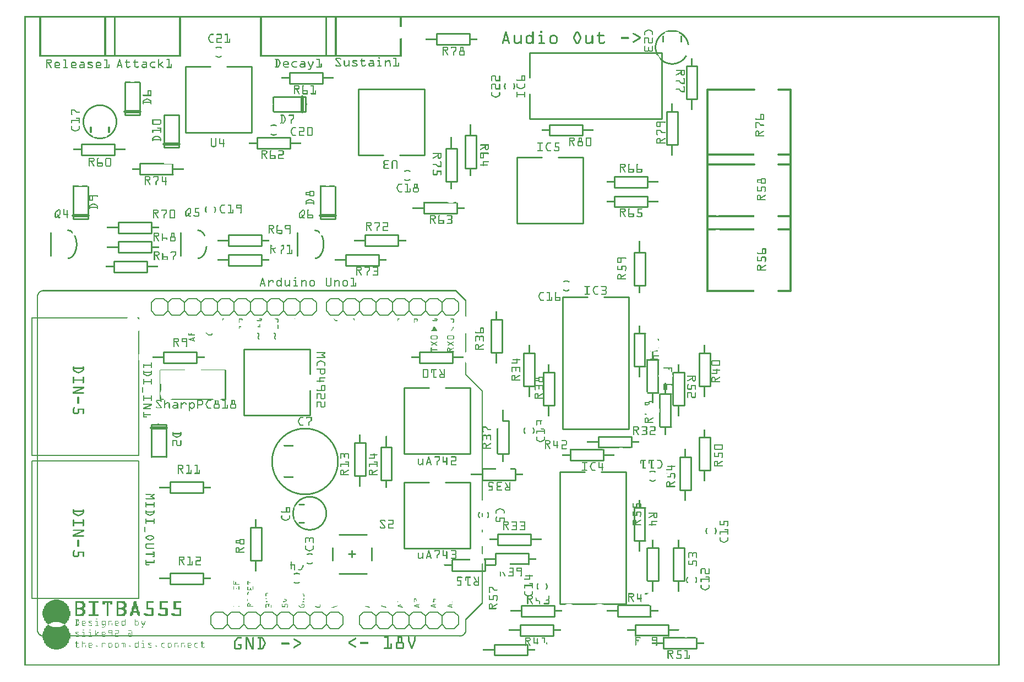
<source format=gto>
G04 MADE WITH FRITZING*
G04 WWW.FRITZING.ORG*
G04 DOUBLE SIDED*
G04 HOLES PLATED*
G04 CONTOUR ON CENTER OF CONTOUR VECTOR*
%ASAXBY*%
%FSLAX23Y23*%
%MOIN*%
%OFA0B0*%
%SFA1.0B1.0*%
%ADD10C,0.410000X0.39*%
%ADD11C,0.010000*%
%ADD12C,0.020000*%
%ADD13C,0.009799*%
%ADD14C,0.008000*%
%ADD15C,0.006000*%
%ADD16C,0.012500*%
%ADD17C,0.011000*%
%ADD18R,0.001000X0.001000*%
%LNSILK1*%
G90*
G70*
G54D10*
X1699Y1239D03*
G54D11*
X2617Y3137D02*
X2617Y2937D01*
D02*
X2617Y2937D02*
X2551Y2937D01*
D02*
X2551Y2937D02*
X2551Y3137D01*
D02*
X2551Y3137D02*
X2617Y3137D01*
D02*
X609Y3340D02*
X609Y3535D01*
D02*
X699Y3535D02*
X699Y3340D01*
D02*
X699Y3340D02*
X609Y3340D01*
G54D12*
D02*
X699Y3360D02*
X609Y3360D01*
G54D11*
D02*
X545Y3096D02*
X345Y3096D01*
D02*
X345Y3096D02*
X345Y3162D01*
D02*
X345Y3162D02*
X545Y3162D01*
D02*
X545Y3162D02*
X545Y3096D01*
D02*
X1703Y3359D02*
X1508Y3359D01*
D02*
X1508Y3449D02*
X1703Y3449D01*
D02*
X1703Y3449D02*
X1703Y3359D01*
G54D12*
D02*
X1683Y3449D02*
X1683Y3359D01*
G54D11*
D02*
X1805Y3529D02*
X1605Y3529D01*
D02*
X1605Y3529D02*
X1605Y3595D01*
D02*
X1605Y3595D02*
X1805Y3595D01*
D02*
X1805Y3595D02*
X1805Y3529D01*
D02*
X2422Y3097D02*
X2422Y3497D01*
D02*
X2422Y3497D02*
X2022Y3497D01*
D02*
X2022Y3497D02*
X2022Y3097D01*
D02*
X2422Y3097D02*
X2272Y3097D01*
D02*
X2172Y3097D02*
X2022Y3097D01*
D02*
X1608Y3135D02*
X1408Y3135D01*
D02*
X1408Y3135D02*
X1408Y3201D01*
D02*
X1408Y3201D02*
X1608Y3201D01*
D02*
X1608Y3201D02*
X1608Y3135D01*
D02*
X2617Y2807D02*
X2617Y2741D01*
D02*
X2617Y2741D02*
X2417Y2741D01*
D02*
X2417Y2741D02*
X2417Y2807D01*
D02*
X2735Y3216D02*
X2735Y3016D01*
D02*
X2735Y3016D02*
X2669Y3016D01*
D02*
X2669Y3016D02*
X2669Y3216D01*
D02*
X2669Y3216D02*
X2735Y3216D01*
D02*
X2982Y3082D02*
X2982Y2682D01*
D02*
X2982Y2682D02*
X3382Y2682D01*
D02*
X3382Y2682D02*
X3382Y3082D01*
D02*
X2982Y3082D02*
X3132Y3082D01*
D02*
X3232Y3082D02*
X3382Y3082D01*
D02*
X3773Y2781D02*
X3573Y2781D01*
D02*
X3573Y2781D02*
X3573Y2847D01*
D02*
X3573Y2847D02*
X3773Y2847D01*
D02*
X3773Y2847D02*
X3773Y2781D01*
D02*
X3773Y2899D02*
X3573Y2899D01*
D02*
X3573Y2899D02*
X3573Y2965D01*
D02*
X3573Y2965D02*
X3773Y2965D01*
D02*
X3773Y2965D02*
X3773Y2899D01*
D02*
X3057Y3315D02*
X3857Y3315D01*
D02*
X3857Y3315D02*
X3857Y3715D01*
D02*
X3857Y3715D02*
X3057Y3715D01*
D02*
X3057Y3315D02*
X3057Y3465D01*
D02*
X3057Y3565D02*
X3057Y3715D01*
D02*
X4007Y3435D02*
X4007Y3635D01*
D02*
X4007Y3635D02*
X4073Y3635D01*
D02*
X4073Y3635D02*
X4073Y3435D01*
D02*
X4073Y3435D02*
X4007Y3435D01*
D02*
X2496Y3831D02*
X2696Y3831D01*
D02*
X2696Y3831D02*
X2696Y3765D01*
D02*
X2696Y3765D02*
X2496Y3765D01*
D02*
X2496Y3765D02*
X2496Y3831D01*
D02*
X3889Y3159D02*
X3889Y3359D01*
D02*
X3889Y3359D02*
X3955Y3359D01*
D02*
X3955Y3359D02*
X3955Y3159D01*
D02*
X3955Y3159D02*
X3889Y3159D01*
D02*
X3380Y3214D02*
X3180Y3214D01*
D02*
X3180Y3214D02*
X3180Y3280D01*
D02*
X3180Y3280D02*
X3380Y3280D01*
D02*
X3380Y3280D02*
X3380Y3214D01*
D02*
X3257Y2234D02*
X3257Y1434D01*
D02*
X3257Y1434D02*
X3657Y1434D01*
D02*
X3657Y1434D02*
X3657Y2234D01*
D02*
X3257Y2234D02*
X3407Y2234D01*
D02*
X3507Y2234D02*
X3657Y2234D01*
D02*
X2101Y717D02*
X2101Y639D01*
D02*
X1904Y796D02*
X2072Y796D01*
D02*
X1904Y560D02*
X2072Y560D01*
D02*
X1865Y717D02*
X1865Y639D01*
D02*
X1983Y698D02*
X1983Y658D01*
D02*
X2003Y678D02*
X1963Y678D01*
D02*
X3242Y1174D02*
X3242Y374D01*
D02*
X3642Y374D02*
X3642Y1174D01*
D02*
X3242Y1174D02*
X3392Y1174D01*
D02*
X3492Y1174D02*
X3642Y1174D01*
D02*
X1369Y640D02*
X1369Y840D01*
D02*
X1369Y840D02*
X1435Y840D01*
D02*
X1435Y840D02*
X1435Y640D01*
D02*
X1435Y640D02*
X1369Y640D01*
G54D13*
D02*
X1216Y1615D02*
X1216Y1793D01*
G54D11*
D02*
X857Y1461D02*
X857Y1266D01*
D02*
X767Y1266D02*
X767Y1461D01*
D02*
X767Y1461D02*
X857Y1461D01*
G54D12*
D02*
X767Y1441D02*
X857Y1441D01*
G54D14*
D02*
X45Y2109D02*
X45Y1274D01*
D02*
X45Y1274D02*
X693Y1274D01*
D02*
X45Y1243D02*
X45Y408D01*
D02*
X45Y408D02*
X693Y408D01*
D02*
X693Y408D02*
X693Y1243D01*
D02*
X693Y1243D02*
X45Y1243D01*
G54D11*
D02*
X843Y1902D02*
X1043Y1902D01*
D02*
X1043Y1902D02*
X1043Y1836D01*
D02*
X1043Y1836D02*
X843Y1836D01*
D02*
X843Y1836D02*
X843Y1902D01*
D02*
X2592Y1836D02*
X2392Y1836D01*
D02*
X2392Y1836D02*
X2392Y1902D01*
D02*
X2392Y1902D02*
X2592Y1902D01*
D02*
X2592Y1902D02*
X2592Y1836D01*
D02*
X882Y1114D02*
X1082Y1114D01*
D02*
X1082Y1114D02*
X1082Y1048D01*
D02*
X1082Y1048D02*
X882Y1048D01*
D02*
X882Y1048D02*
X882Y1114D01*
D02*
X882Y563D02*
X1082Y563D01*
D02*
X1082Y563D02*
X1082Y497D01*
D02*
X1082Y497D02*
X882Y497D01*
D02*
X882Y497D02*
X882Y563D01*
G54D15*
D02*
X2352Y327D02*
X2402Y327D01*
D02*
X2402Y327D02*
X2427Y302D01*
D02*
X2427Y302D02*
X2427Y252D01*
D02*
X2427Y252D02*
X2402Y227D01*
D02*
X2427Y302D02*
X2452Y327D01*
D02*
X2452Y327D02*
X2502Y327D01*
D02*
X2502Y327D02*
X2527Y302D01*
D02*
X2527Y302D02*
X2527Y252D01*
D02*
X2527Y252D02*
X2502Y227D01*
D02*
X2502Y227D02*
X2452Y227D01*
D02*
X2452Y227D02*
X2427Y252D01*
D02*
X2227Y302D02*
X2252Y327D01*
D02*
X2252Y327D02*
X2302Y327D01*
D02*
X2302Y327D02*
X2327Y302D01*
D02*
X2327Y302D02*
X2327Y252D01*
D02*
X2327Y252D02*
X2302Y227D01*
D02*
X2302Y227D02*
X2252Y227D01*
D02*
X2252Y227D02*
X2227Y252D01*
D02*
X2352Y327D02*
X2327Y302D01*
D02*
X2327Y252D02*
X2352Y227D01*
D02*
X2402Y227D02*
X2352Y227D01*
D02*
X2052Y327D02*
X2102Y327D01*
D02*
X2102Y327D02*
X2127Y302D01*
D02*
X2127Y302D02*
X2127Y252D01*
D02*
X2127Y252D02*
X2102Y227D01*
D02*
X2127Y302D02*
X2152Y327D01*
D02*
X2152Y327D02*
X2202Y327D01*
D02*
X2202Y327D02*
X2227Y302D01*
D02*
X2227Y302D02*
X2227Y252D01*
D02*
X2227Y252D02*
X2202Y227D01*
D02*
X2202Y227D02*
X2152Y227D01*
D02*
X2152Y227D02*
X2127Y252D01*
D02*
X2027Y302D02*
X2027Y252D01*
D02*
X2052Y327D02*
X2027Y302D01*
D02*
X2027Y252D02*
X2052Y227D01*
D02*
X2102Y227D02*
X2052Y227D01*
D02*
X2552Y327D02*
X2602Y327D01*
D02*
X2602Y327D02*
X2627Y302D01*
D02*
X2627Y302D02*
X2627Y252D01*
D02*
X2627Y252D02*
X2602Y227D01*
D02*
X2552Y327D02*
X2527Y302D01*
D02*
X2527Y252D02*
X2552Y227D01*
D02*
X2602Y227D02*
X2552Y227D01*
D02*
X942Y2127D02*
X892Y2127D01*
D02*
X1142Y2127D02*
X1092Y2127D01*
D02*
X1042Y2127D02*
X992Y2127D01*
D02*
X1242Y2127D02*
X1192Y2127D01*
D02*
X1442Y2127D02*
X1392Y2127D01*
D02*
X1342Y2127D02*
X1292Y2127D01*
D02*
X1542Y2127D02*
X1492Y2127D01*
D02*
X1742Y2127D02*
X1692Y2127D01*
D02*
X1642Y2127D02*
X1592Y2127D01*
D02*
X842Y2127D02*
X792Y2127D01*
D02*
X967Y2152D02*
X942Y2127D01*
D02*
X892Y2127D02*
X867Y2152D01*
D02*
X867Y2152D02*
X867Y2202D01*
D02*
X867Y2202D02*
X892Y2227D01*
D02*
X892Y2227D02*
X942Y2227D01*
D02*
X942Y2227D02*
X967Y2202D01*
D02*
X1092Y2127D02*
X1067Y2152D01*
D02*
X1067Y2152D02*
X1067Y2202D01*
D02*
X1067Y2202D02*
X1092Y2227D01*
D02*
X1067Y2152D02*
X1042Y2127D01*
D02*
X992Y2127D02*
X967Y2152D01*
D02*
X967Y2152D02*
X967Y2202D01*
D02*
X967Y2202D02*
X992Y2227D01*
D02*
X992Y2227D02*
X1042Y2227D01*
D02*
X1042Y2227D02*
X1067Y2202D01*
D02*
X1267Y2152D02*
X1242Y2127D01*
D02*
X1192Y2127D02*
X1167Y2152D01*
D02*
X1167Y2152D02*
X1167Y2202D01*
D02*
X1167Y2202D02*
X1192Y2227D01*
D02*
X1192Y2227D02*
X1242Y2227D01*
D02*
X1242Y2227D02*
X1267Y2202D01*
D02*
X1142Y2127D02*
X1167Y2152D01*
D02*
X1167Y2202D02*
X1142Y2227D01*
D02*
X1092Y2227D02*
X1142Y2227D01*
D02*
X1392Y2127D02*
X1367Y2152D01*
D02*
X1367Y2152D02*
X1367Y2202D01*
D02*
X1367Y2202D02*
X1392Y2227D01*
D02*
X1367Y2152D02*
X1342Y2127D01*
D02*
X1292Y2127D02*
X1267Y2152D01*
D02*
X1267Y2152D02*
X1267Y2202D01*
D02*
X1267Y2202D02*
X1292Y2227D01*
D02*
X1292Y2227D02*
X1342Y2227D01*
D02*
X1342Y2227D02*
X1367Y2202D01*
D02*
X1567Y2152D02*
X1542Y2127D01*
D02*
X1492Y2127D02*
X1467Y2152D01*
D02*
X1467Y2152D02*
X1467Y2202D01*
D02*
X1467Y2202D02*
X1492Y2227D01*
D02*
X1492Y2227D02*
X1542Y2227D01*
D02*
X1542Y2227D02*
X1567Y2202D01*
D02*
X1442Y2127D02*
X1467Y2152D01*
D02*
X1467Y2202D02*
X1442Y2227D01*
D02*
X1392Y2227D02*
X1442Y2227D01*
D02*
X1692Y2127D02*
X1667Y2152D01*
D02*
X1667Y2152D02*
X1667Y2202D01*
D02*
X1667Y2202D02*
X1692Y2227D01*
D02*
X1667Y2152D02*
X1642Y2127D01*
D02*
X1592Y2127D02*
X1567Y2152D01*
D02*
X1567Y2152D02*
X1567Y2202D01*
D02*
X1567Y2202D02*
X1592Y2227D01*
D02*
X1592Y2227D02*
X1642Y2227D01*
D02*
X1642Y2227D02*
X1667Y2202D01*
D02*
X1767Y2152D02*
X1767Y2202D01*
D02*
X1742Y2127D02*
X1767Y2152D01*
D02*
X1767Y2202D02*
X1742Y2227D01*
D02*
X1692Y2227D02*
X1742Y2227D01*
D02*
X792Y2127D02*
X767Y2152D01*
D02*
X767Y2152D02*
X767Y2202D01*
D02*
X767Y2202D02*
X792Y2227D01*
D02*
X842Y2127D02*
X867Y2152D01*
D02*
X867Y2202D02*
X842Y2227D01*
D02*
X792Y2227D02*
X842Y2227D01*
D02*
X2002Y2127D02*
X1952Y2127D01*
D02*
X1952Y2127D02*
X1927Y2152D01*
D02*
X1927Y2152D02*
X1927Y2202D01*
D02*
X1927Y2202D02*
X1952Y2227D01*
D02*
X2127Y2152D02*
X2102Y2127D01*
D02*
X2102Y2127D02*
X2052Y2127D01*
D02*
X2052Y2127D02*
X2027Y2152D01*
D02*
X2027Y2152D02*
X2027Y2202D01*
D02*
X2027Y2202D02*
X2052Y2227D01*
D02*
X2052Y2227D02*
X2102Y2227D01*
D02*
X2102Y2227D02*
X2127Y2202D01*
D02*
X2002Y2127D02*
X2027Y2152D01*
D02*
X2027Y2202D02*
X2002Y2227D01*
D02*
X1952Y2227D02*
X2002Y2227D01*
D02*
X2302Y2127D02*
X2252Y2127D01*
D02*
X2252Y2127D02*
X2227Y2152D01*
D02*
X2227Y2152D02*
X2227Y2202D01*
D02*
X2227Y2202D02*
X2252Y2227D01*
D02*
X2227Y2152D02*
X2202Y2127D01*
D02*
X2202Y2127D02*
X2152Y2127D01*
D02*
X2152Y2127D02*
X2127Y2152D01*
D02*
X2127Y2152D02*
X2127Y2202D01*
D02*
X2127Y2202D02*
X2152Y2227D01*
D02*
X2152Y2227D02*
X2202Y2227D01*
D02*
X2202Y2227D02*
X2227Y2202D01*
D02*
X2427Y2152D02*
X2402Y2127D01*
D02*
X2402Y2127D02*
X2352Y2127D01*
D02*
X2352Y2127D02*
X2327Y2152D01*
D02*
X2327Y2152D02*
X2327Y2202D01*
D02*
X2327Y2202D02*
X2352Y2227D01*
D02*
X2352Y2227D02*
X2402Y2227D01*
D02*
X2402Y2227D02*
X2427Y2202D01*
D02*
X2302Y2127D02*
X2327Y2152D01*
D02*
X2327Y2202D02*
X2302Y2227D01*
D02*
X2252Y2227D02*
X2302Y2227D01*
D02*
X2602Y2127D02*
X2552Y2127D01*
D02*
X2552Y2127D02*
X2527Y2152D01*
D02*
X2527Y2152D02*
X2527Y2202D01*
D02*
X2527Y2202D02*
X2552Y2227D01*
D02*
X2527Y2152D02*
X2502Y2127D01*
D02*
X2502Y2127D02*
X2452Y2127D01*
D02*
X2452Y2127D02*
X2427Y2152D01*
D02*
X2427Y2152D02*
X2427Y2202D01*
D02*
X2427Y2202D02*
X2452Y2227D01*
D02*
X2452Y2227D02*
X2502Y2227D01*
D02*
X2502Y2227D02*
X2527Y2202D01*
D02*
X2627Y2152D02*
X2627Y2202D01*
D02*
X2602Y2127D02*
X2627Y2152D01*
D02*
X2627Y2202D02*
X2602Y2227D01*
D02*
X2552Y2227D02*
X2602Y2227D01*
D02*
X1902Y2127D02*
X1852Y2127D01*
D02*
X1852Y2127D02*
X1827Y2152D01*
D02*
X1827Y2152D02*
X1827Y2202D01*
D02*
X1827Y2202D02*
X1852Y2227D01*
D02*
X1902Y2127D02*
X1927Y2152D01*
D02*
X1927Y2202D02*
X1902Y2227D01*
D02*
X1852Y2227D02*
X1902Y2227D01*
D02*
X1752Y327D02*
X1802Y327D01*
D02*
X1802Y327D02*
X1827Y302D01*
D02*
X1827Y302D02*
X1827Y252D01*
D02*
X1827Y252D02*
X1802Y227D01*
D02*
X1627Y302D02*
X1652Y327D01*
D02*
X1652Y327D02*
X1702Y327D01*
D02*
X1702Y327D02*
X1727Y302D01*
D02*
X1727Y302D02*
X1727Y252D01*
D02*
X1727Y252D02*
X1702Y227D01*
D02*
X1702Y227D02*
X1652Y227D01*
D02*
X1652Y227D02*
X1627Y252D01*
D02*
X1752Y327D02*
X1727Y302D01*
D02*
X1727Y252D02*
X1752Y227D01*
D02*
X1802Y227D02*
X1752Y227D01*
D02*
X1452Y327D02*
X1502Y327D01*
D02*
X1502Y327D02*
X1527Y302D01*
D02*
X1527Y302D02*
X1527Y252D01*
D02*
X1527Y252D02*
X1502Y227D01*
D02*
X1527Y302D02*
X1552Y327D01*
D02*
X1552Y327D02*
X1602Y327D01*
D02*
X1602Y327D02*
X1627Y302D01*
D02*
X1627Y302D02*
X1627Y252D01*
D02*
X1627Y252D02*
X1602Y227D01*
D02*
X1602Y227D02*
X1552Y227D01*
D02*
X1552Y227D02*
X1527Y252D01*
D02*
X1327Y302D02*
X1352Y327D01*
D02*
X1352Y327D02*
X1402Y327D01*
D02*
X1402Y327D02*
X1427Y302D01*
D02*
X1427Y302D02*
X1427Y252D01*
D02*
X1427Y252D02*
X1402Y227D01*
D02*
X1402Y227D02*
X1352Y227D01*
D02*
X1352Y227D02*
X1327Y252D01*
D02*
X1452Y327D02*
X1427Y302D01*
D02*
X1427Y252D02*
X1452Y227D01*
D02*
X1502Y227D02*
X1452Y227D01*
D02*
X1152Y327D02*
X1202Y327D01*
D02*
X1202Y327D02*
X1227Y302D01*
D02*
X1227Y302D02*
X1227Y252D01*
D02*
X1227Y252D02*
X1202Y227D01*
D02*
X1227Y302D02*
X1252Y327D01*
D02*
X1252Y327D02*
X1302Y327D01*
D02*
X1302Y327D02*
X1327Y302D01*
D02*
X1327Y302D02*
X1327Y252D01*
D02*
X1327Y252D02*
X1302Y227D01*
D02*
X1302Y227D02*
X1252Y227D01*
D02*
X1252Y227D02*
X1227Y252D01*
D02*
X1127Y302D02*
X1127Y252D01*
D02*
X1152Y327D02*
X1127Y302D01*
D02*
X1127Y252D02*
X1152Y227D01*
D02*
X1202Y227D02*
X1152Y227D01*
D02*
X1852Y327D02*
X1902Y327D01*
D02*
X1902Y327D02*
X1927Y302D01*
D02*
X1927Y302D02*
X1927Y252D01*
D02*
X1927Y252D02*
X1902Y227D01*
D02*
X1852Y327D02*
X1827Y302D01*
D02*
X1827Y252D02*
X1852Y227D01*
D02*
X1902Y227D02*
X1852Y227D01*
G54D11*
D02*
X1728Y1919D02*
X1328Y1919D01*
D02*
X1328Y1919D02*
X1328Y1519D01*
D02*
X1328Y1519D02*
X1728Y1519D01*
D02*
X1728Y1919D02*
X1728Y1769D01*
D02*
X1728Y1669D02*
X1728Y1519D01*
D02*
X157Y2486D02*
X157Y2626D01*
D02*
X945Y2486D02*
X945Y2626D01*
D02*
X1653Y2486D02*
X1653Y2626D01*
D02*
X742Y2387D02*
X542Y2387D01*
D02*
X542Y2387D02*
X542Y2453D01*
D02*
X542Y2453D02*
X742Y2453D01*
D02*
X742Y2453D02*
X742Y2387D01*
D02*
X567Y2571D02*
X767Y2571D01*
D02*
X767Y2571D02*
X767Y2505D01*
D02*
X767Y2505D02*
X567Y2505D01*
D02*
X567Y2505D02*
X567Y2571D01*
D02*
X1236Y2611D02*
X1436Y2611D01*
D02*
X1436Y2611D02*
X1436Y2545D01*
D02*
X1436Y2545D02*
X1236Y2545D01*
D02*
X1236Y2545D02*
X1236Y2611D01*
D02*
X567Y2689D02*
X767Y2689D01*
D02*
X767Y2689D02*
X767Y2623D01*
D02*
X767Y2623D02*
X567Y2623D01*
D02*
X567Y2623D02*
X567Y2689D01*
D02*
X1236Y2492D02*
X1436Y2492D01*
D02*
X1436Y2492D02*
X1436Y2426D01*
D02*
X1436Y2426D02*
X1236Y2426D01*
D02*
X1236Y2426D02*
X1236Y2492D01*
D02*
X2063Y2611D02*
X2263Y2611D01*
D02*
X2263Y2611D02*
X2263Y2545D01*
D02*
X2263Y2545D02*
X2063Y2545D01*
D02*
X2063Y2545D02*
X2063Y2611D01*
D02*
X1791Y2710D02*
X1791Y2905D01*
D02*
X1881Y2905D02*
X1881Y2710D01*
D02*
X1881Y2710D02*
X1791Y2710D01*
G54D12*
D02*
X1881Y2730D02*
X1791Y2730D01*
G54D11*
D02*
X294Y2710D02*
X294Y2905D01*
D02*
X384Y2905D02*
X384Y2710D01*
D02*
X384Y2710D02*
X294Y2710D01*
G54D12*
D02*
X384Y2730D02*
X294Y2730D01*
G54D11*
D02*
X1945Y2492D02*
X2145Y2492D01*
D02*
X2145Y2492D02*
X2145Y2426D01*
D02*
X2145Y2426D02*
X1945Y2426D01*
D02*
X1945Y2426D02*
X1945Y2492D01*
D02*
X974Y3633D02*
X974Y3233D01*
D02*
X974Y3233D02*
X1374Y3233D01*
D02*
X1374Y3233D02*
X1374Y3633D01*
D02*
X974Y3633D02*
X1124Y3633D01*
D02*
X1224Y3633D02*
X1374Y3633D01*
D02*
X2297Y1686D02*
X2297Y1286D01*
D02*
X2297Y1286D02*
X2697Y1286D01*
D02*
X2697Y1286D02*
X2697Y1686D01*
D02*
X2297Y1686D02*
X2447Y1686D01*
D02*
X2547Y1686D02*
X2697Y1686D01*
D02*
X846Y3143D02*
X846Y3338D01*
D02*
X936Y3338D02*
X936Y3143D01*
D02*
X936Y3143D02*
X846Y3143D01*
G54D12*
D02*
X936Y3163D02*
X846Y3163D01*
G54D11*
D02*
X899Y2978D02*
X699Y2978D01*
D02*
X699Y2978D02*
X699Y3044D01*
D02*
X1999Y1152D02*
X1999Y1352D01*
D02*
X1999Y1352D02*
X2065Y1352D01*
D02*
X2065Y1352D02*
X2065Y1152D01*
D02*
X2065Y1152D02*
X1999Y1152D01*
D02*
X2223Y1326D02*
X2223Y1126D01*
D02*
X2223Y1126D02*
X2157Y1126D01*
D02*
X2157Y1126D02*
X2157Y1326D01*
D02*
X2157Y1326D02*
X2223Y1326D01*
D02*
X3474Y1390D02*
X3674Y1390D01*
D02*
X3674Y1390D02*
X3674Y1324D01*
D02*
X3474Y1324D02*
X3474Y1390D01*
D02*
X2297Y1113D02*
X2297Y713D01*
D02*
X2297Y713D02*
X2697Y713D01*
D02*
X2697Y713D02*
X2697Y1113D01*
D02*
X2297Y1113D02*
X2447Y1113D01*
D02*
X2547Y1113D02*
X2697Y1113D01*
D02*
X3065Y733D02*
X2865Y733D01*
D02*
X2865Y733D02*
X2865Y799D01*
D02*
X2865Y799D02*
X3065Y799D01*
D02*
X3065Y799D02*
X3065Y733D01*
D02*
X2789Y576D02*
X2589Y576D01*
D02*
X2589Y576D02*
X2589Y642D01*
D02*
X2789Y642D02*
X2789Y576D01*
D02*
X3023Y1696D02*
X3023Y1896D01*
D02*
X3023Y1896D02*
X3089Y1896D01*
D02*
X3089Y1896D02*
X3089Y1696D01*
D02*
X3089Y1696D02*
X3023Y1696D01*
D02*
X2826Y1900D02*
X2826Y2100D01*
D02*
X2826Y2100D02*
X2892Y2100D01*
D02*
X2892Y2100D02*
X2892Y1900D01*
D02*
X2892Y1900D02*
X2826Y1900D01*
D02*
X2972Y1193D02*
X2972Y1127D01*
D02*
X2972Y1127D02*
X2772Y1127D01*
D02*
X2772Y1127D02*
X2772Y1193D01*
D02*
X2931Y1484D02*
X2931Y1284D01*
D02*
X2931Y1284D02*
X2865Y1284D01*
D02*
X3141Y1578D02*
X3141Y1778D01*
D02*
X3141Y1778D02*
X3207Y1778D01*
D02*
X3207Y1778D02*
X3207Y1578D01*
D02*
X3207Y1578D02*
X3141Y1578D01*
D02*
X2851Y681D02*
X3051Y681D01*
D02*
X3051Y681D02*
X3051Y615D01*
D02*
X2851Y615D02*
X2851Y681D01*
D02*
X4086Y1696D02*
X4086Y1896D01*
D02*
X4086Y1896D02*
X4152Y1896D01*
D02*
X4152Y1896D02*
X4152Y1696D01*
D02*
X4152Y1696D02*
X4086Y1696D01*
D02*
X3002Y248D02*
X3202Y248D01*
D02*
X3202Y248D02*
X3202Y182D01*
D02*
X3202Y182D02*
X3002Y182D01*
D02*
X3002Y182D02*
X3002Y248D01*
D02*
X3504Y1245D02*
X3304Y1245D01*
D02*
X3304Y1245D02*
X3304Y1311D01*
D02*
X3504Y1311D02*
X3504Y1245D01*
D02*
X3008Y366D02*
X3208Y366D01*
D02*
X3208Y366D02*
X3208Y300D01*
D02*
X3208Y300D02*
X3008Y300D01*
D02*
X3008Y300D02*
X3008Y366D01*
D02*
X3692Y1815D02*
X3692Y2015D01*
D02*
X3692Y2015D02*
X3758Y2015D01*
D02*
X3758Y1815D02*
X3692Y1815D01*
D02*
X3692Y758D02*
X3692Y958D01*
D02*
X3692Y958D02*
X3758Y958D01*
D02*
X3758Y758D02*
X3692Y758D01*
D02*
X3771Y1857D02*
X3837Y1857D01*
D02*
X3837Y1657D02*
X3771Y1657D01*
D02*
X3792Y300D02*
X3592Y300D01*
D02*
X3592Y300D02*
X3592Y366D01*
D02*
X3916Y1448D02*
X3850Y1448D01*
D02*
X3850Y1648D02*
X3916Y1648D01*
D02*
X3698Y182D02*
X3698Y248D01*
D02*
X3698Y248D02*
X3898Y248D01*
D02*
X3898Y248D02*
X3898Y182D01*
D02*
X4086Y1185D02*
X4086Y1385D01*
D02*
X4086Y1385D02*
X4152Y1385D01*
D02*
X4152Y1385D02*
X4152Y1185D01*
D02*
X4152Y1185D02*
X4086Y1185D01*
D02*
X4068Y170D02*
X4068Y104D01*
D02*
X4068Y104D02*
X3868Y104D01*
D02*
X3868Y104D02*
X3868Y170D01*
D02*
X3928Y1778D02*
X3994Y1778D01*
D02*
X3994Y1778D02*
X3994Y1578D01*
D02*
X3994Y1578D02*
X3928Y1578D01*
D02*
X3928Y515D02*
X3928Y715D01*
D02*
X3928Y715D02*
X3994Y715D01*
D02*
X3994Y715D02*
X3994Y515D01*
D02*
X3994Y515D02*
X3928Y515D01*
D02*
X3968Y1067D02*
X3968Y1267D01*
D02*
X3968Y1267D02*
X4034Y1267D01*
D02*
X4034Y1267D02*
X4034Y1067D01*
D02*
X4034Y1067D02*
X3968Y1067D01*
D02*
X3771Y715D02*
X3837Y715D01*
D02*
X3837Y715D02*
X3837Y515D01*
D02*
X3837Y515D02*
X3771Y515D01*
D02*
X2844Y130D02*
X3044Y130D01*
D02*
X3044Y130D02*
X3044Y64D01*
D02*
X3044Y64D02*
X2844Y64D01*
D02*
X2844Y64D02*
X2844Y130D01*
D02*
X3758Y2507D02*
X3758Y2307D01*
D02*
X3758Y2307D02*
X3692Y2307D01*
D02*
X3692Y2307D02*
X3692Y2507D01*
D02*
X3692Y2507D02*
X3758Y2507D01*
G36*
X180Y403D02*
X180Y399D01*
X167Y399D01*
X167Y396D01*
X157Y396D01*
X157Y393D01*
X153Y393D01*
X153Y389D01*
X147Y389D01*
X147Y386D01*
X143Y386D01*
X143Y383D01*
X137Y383D01*
X137Y379D01*
X133Y379D01*
X133Y376D01*
X130Y376D01*
X130Y369D01*
X127Y369D01*
X127Y366D01*
X123Y366D01*
X123Y359D01*
X120Y359D01*
X120Y353D01*
X117Y353D01*
X117Y346D01*
X113Y346D01*
X113Y333D01*
X110Y333D01*
X110Y306D01*
X113Y306D01*
X113Y293D01*
X117Y293D01*
X117Y283D01*
X120Y283D01*
X120Y276D01*
X123Y276D01*
X123Y273D01*
X127Y273D01*
X127Y266D01*
X213Y266D01*
X213Y263D01*
X223Y263D01*
X223Y259D01*
X230Y259D01*
X230Y256D01*
X237Y256D01*
X237Y253D01*
X247Y253D01*
X247Y256D01*
X250Y256D01*
X250Y259D01*
X253Y259D01*
X253Y263D01*
X257Y263D01*
X257Y266D01*
X260Y266D01*
X260Y273D01*
X263Y273D01*
X263Y276D01*
X267Y276D01*
X267Y283D01*
X270Y283D01*
X270Y289D01*
X273Y289D01*
X273Y303D01*
X277Y303D01*
X277Y333D01*
X273Y333D01*
X273Y346D01*
X270Y346D01*
X270Y356D01*
X267Y356D01*
X267Y363D01*
X263Y363D01*
X263Y366D01*
X260Y366D01*
X260Y369D01*
X257Y369D01*
X257Y376D01*
X253Y376D01*
X253Y379D01*
X250Y379D01*
X250Y383D01*
X243Y383D01*
X243Y386D01*
X240Y386D01*
X240Y389D01*
X237Y389D01*
X237Y393D01*
X230Y393D01*
X230Y396D01*
X220Y396D01*
X220Y399D01*
X207Y399D01*
X207Y403D01*
X180Y403D01*
G37*
D02*
G36*
X130Y266D02*
X130Y263D01*
X133Y263D01*
X133Y259D01*
X137Y259D01*
X137Y256D01*
X140Y256D01*
X140Y253D01*
X150Y253D01*
X150Y256D01*
X157Y256D01*
X157Y259D01*
X163Y259D01*
X163Y263D01*
X173Y263D01*
X173Y266D01*
X130Y266D01*
G37*
D02*
G36*
X307Y393D02*
X307Y383D01*
X340Y383D01*
X340Y379D01*
X350Y379D01*
X350Y373D01*
X353Y373D01*
X353Y363D01*
X350Y363D01*
X350Y356D01*
X340Y356D01*
X340Y353D01*
X363Y353D01*
X363Y356D01*
X367Y356D01*
X367Y379D01*
X363Y379D01*
X363Y386D01*
X360Y386D01*
X360Y389D01*
X357Y389D01*
X357Y393D01*
X307Y393D01*
G37*
D02*
G36*
X307Y383D02*
X307Y353D01*
X320Y353D01*
X320Y383D01*
X307Y383D01*
G37*
D02*
G36*
X307Y353D02*
X307Y349D01*
X363Y349D01*
X363Y353D01*
X307Y353D01*
G37*
D02*
G36*
X307Y353D02*
X307Y349D01*
X363Y349D01*
X363Y353D01*
X307Y353D01*
G37*
D02*
G36*
X307Y349D02*
X307Y343D01*
X340Y343D01*
X340Y339D01*
X350Y339D01*
X350Y333D01*
X353Y333D01*
X353Y323D01*
X350Y323D01*
X350Y316D01*
X340Y316D01*
X340Y313D01*
X363Y313D01*
X363Y316D01*
X367Y316D01*
X367Y339D01*
X363Y339D01*
X363Y346D01*
X360Y346D01*
X360Y349D01*
X307Y349D01*
G37*
D02*
G36*
X307Y343D02*
X307Y313D01*
X320Y313D01*
X320Y343D01*
X307Y343D01*
G37*
D02*
G36*
X307Y313D02*
X307Y309D01*
X363Y309D01*
X363Y313D01*
X307Y313D01*
G37*
D02*
G36*
X307Y313D02*
X307Y309D01*
X363Y309D01*
X363Y313D01*
X307Y313D01*
G37*
D02*
G36*
X307Y309D02*
X307Y303D01*
X357Y303D01*
X357Y306D01*
X360Y306D01*
X360Y309D01*
X307Y309D01*
G37*
D02*
G36*
X390Y393D02*
X390Y383D01*
X413Y383D01*
X413Y313D01*
X390Y313D01*
X390Y303D01*
X450Y303D01*
X450Y313D01*
X427Y313D01*
X427Y383D01*
X450Y383D01*
X450Y393D01*
X390Y393D01*
G37*
D02*
G36*
X473Y393D02*
X473Y383D01*
X520Y383D01*
X520Y373D01*
X533Y373D01*
X533Y393D01*
X473Y393D01*
G37*
D02*
G36*
X473Y383D02*
X473Y373D01*
X487Y373D01*
X487Y383D01*
X473Y383D01*
G37*
D02*
G36*
X497Y383D02*
X497Y303D01*
X510Y303D01*
X510Y383D01*
X497Y383D01*
G37*
D02*
G36*
X557Y393D02*
X557Y383D01*
X590Y383D01*
X590Y379D01*
X600Y379D01*
X600Y373D01*
X603Y373D01*
X603Y363D01*
X600Y363D01*
X600Y356D01*
X590Y356D01*
X590Y353D01*
X613Y353D01*
X613Y356D01*
X617Y356D01*
X617Y379D01*
X613Y379D01*
X613Y386D01*
X610Y386D01*
X610Y389D01*
X607Y389D01*
X607Y393D01*
X557Y393D01*
G37*
D02*
G36*
X557Y383D02*
X557Y353D01*
X570Y353D01*
X570Y383D01*
X557Y383D01*
G37*
D02*
G36*
X557Y353D02*
X557Y349D01*
X613Y349D01*
X613Y353D01*
X557Y353D01*
G37*
D02*
G36*
X557Y353D02*
X557Y349D01*
X613Y349D01*
X613Y353D01*
X557Y353D01*
G37*
D02*
G36*
X557Y349D02*
X557Y343D01*
X590Y343D01*
X590Y339D01*
X600Y339D01*
X600Y333D01*
X603Y333D01*
X603Y323D01*
X600Y323D01*
X600Y316D01*
X590Y316D01*
X590Y313D01*
X613Y313D01*
X613Y316D01*
X617Y316D01*
X617Y339D01*
X613Y339D01*
X613Y346D01*
X610Y346D01*
X610Y349D01*
X557Y349D01*
G37*
D02*
G36*
X557Y343D02*
X557Y313D01*
X570Y313D01*
X570Y343D01*
X557Y343D01*
G37*
D02*
G36*
X557Y313D02*
X557Y309D01*
X613Y309D01*
X613Y313D01*
X557Y313D01*
G37*
D02*
G36*
X557Y313D02*
X557Y309D01*
X613Y309D01*
X613Y313D01*
X557Y313D01*
G37*
D02*
G36*
X557Y309D02*
X557Y303D01*
X607Y303D01*
X607Y306D01*
X610Y306D01*
X610Y309D01*
X557Y309D01*
G37*
D02*
G36*
X663Y393D02*
X663Y386D01*
X660Y386D01*
X660Y376D01*
X657Y376D01*
X657Y363D01*
X653Y363D01*
X653Y353D01*
X673Y353D01*
X673Y343D01*
X677Y343D01*
X677Y333D01*
X693Y333D01*
X693Y339D01*
X690Y339D01*
X690Y353D01*
X687Y353D01*
X687Y363D01*
X683Y363D01*
X683Y376D01*
X680Y376D01*
X680Y386D01*
X677Y386D01*
X677Y393D01*
X663Y393D01*
G37*
D02*
G36*
X650Y353D02*
X650Y343D01*
X647Y343D01*
X647Y333D01*
X663Y333D01*
X663Y343D01*
X667Y343D01*
X667Y353D01*
X650Y353D01*
G37*
D02*
G36*
X647Y333D02*
X647Y329D01*
X693Y329D01*
X693Y333D01*
X647Y333D01*
G37*
D02*
G36*
X647Y333D02*
X647Y329D01*
X693Y329D01*
X693Y333D01*
X647Y333D01*
G37*
D02*
G36*
X643Y329D02*
X643Y323D01*
X680Y323D01*
X680Y319D01*
X683Y319D01*
X683Y309D01*
X687Y309D01*
X687Y303D01*
X700Y303D01*
X700Y316D01*
X697Y316D01*
X697Y329D01*
X643Y329D01*
G37*
D02*
G36*
X643Y323D02*
X643Y319D01*
X640Y319D01*
X640Y303D01*
X653Y303D01*
X653Y309D01*
X657Y309D01*
X657Y323D01*
X643Y323D01*
G37*
D02*
G36*
X737Y393D02*
X737Y343D01*
X770Y343D01*
X770Y313D01*
X783Y313D01*
X783Y349D01*
X780Y349D01*
X780Y353D01*
X750Y353D01*
X750Y383D01*
X783Y383D01*
X783Y393D01*
X737Y393D01*
G37*
D02*
G36*
X723Y319D02*
X723Y313D01*
X747Y313D01*
X747Y316D01*
X740Y316D01*
X740Y319D01*
X723Y319D01*
G37*
D02*
G36*
X723Y313D02*
X723Y309D01*
X783Y309D01*
X783Y313D01*
X723Y313D01*
G37*
D02*
G36*
X723Y313D02*
X723Y309D01*
X783Y309D01*
X783Y313D01*
X723Y313D01*
G37*
D02*
G36*
X727Y309D02*
X727Y306D01*
X733Y306D01*
X733Y303D01*
X780Y303D01*
X780Y306D01*
X783Y306D01*
X783Y309D01*
X727Y309D01*
G37*
D02*
G36*
X820Y393D02*
X820Y343D01*
X853Y343D01*
X853Y313D01*
X867Y313D01*
X867Y349D01*
X863Y349D01*
X863Y353D01*
X833Y353D01*
X833Y383D01*
X867Y383D01*
X867Y393D01*
X820Y393D01*
G37*
D02*
G36*
X807Y319D02*
X807Y313D01*
X830Y313D01*
X830Y316D01*
X823Y316D01*
X823Y319D01*
X807Y319D01*
G37*
D02*
G36*
X807Y313D02*
X807Y309D01*
X867Y309D01*
X867Y313D01*
X807Y313D01*
G37*
D02*
G36*
X807Y313D02*
X807Y309D01*
X867Y309D01*
X867Y313D01*
X807Y313D01*
G37*
D02*
G36*
X810Y309D02*
X810Y306D01*
X817Y306D01*
X817Y303D01*
X863Y303D01*
X863Y306D01*
X867Y306D01*
X867Y309D01*
X810Y309D01*
G37*
D02*
G36*
X903Y393D02*
X903Y343D01*
X937Y343D01*
X937Y313D01*
X950Y313D01*
X950Y349D01*
X947Y349D01*
X947Y353D01*
X917Y353D01*
X917Y383D01*
X950Y383D01*
X950Y393D01*
X903Y393D01*
G37*
D02*
G36*
X890Y319D02*
X890Y313D01*
X913Y313D01*
X913Y316D01*
X907Y316D01*
X907Y319D01*
X890Y319D01*
G37*
D02*
G36*
X890Y313D02*
X890Y309D01*
X950Y309D01*
X950Y313D01*
X890Y313D01*
G37*
D02*
G36*
X890Y313D02*
X890Y309D01*
X950Y309D01*
X950Y313D01*
X890Y313D01*
G37*
D02*
G36*
X893Y309D02*
X893Y306D01*
X900Y306D01*
X900Y303D01*
X947Y303D01*
X947Y306D01*
X950Y306D01*
X950Y309D01*
X893Y309D01*
G37*
D02*
G36*
X433Y286D02*
X433Y283D01*
X437Y283D01*
X437Y279D01*
X440Y279D01*
X440Y283D01*
X443Y283D01*
X443Y286D01*
X433Y286D01*
G37*
D02*
G36*
X310Y283D02*
X310Y279D01*
X323Y279D01*
X323Y269D01*
X327Y269D01*
X327Y256D01*
X323Y256D01*
X323Y249D01*
X327Y249D01*
X327Y253D01*
X330Y253D01*
X330Y259D01*
X333Y259D01*
X333Y266D01*
X330Y266D01*
X330Y276D01*
X327Y276D01*
X327Y283D01*
X310Y283D01*
G37*
D02*
G36*
X313Y279D02*
X313Y249D01*
X317Y249D01*
X317Y279D01*
X313Y279D01*
G37*
D02*
G36*
X310Y249D02*
X310Y246D01*
X327Y246D01*
X327Y249D01*
X310Y249D01*
G37*
D02*
G36*
X310Y249D02*
X310Y246D01*
X327Y246D01*
X327Y249D01*
X310Y249D01*
G37*
D02*
G36*
X307Y246D02*
X307Y243D01*
X323Y243D01*
X323Y246D01*
X307Y246D01*
G37*
D02*
G36*
X607Y283D02*
X607Y273D01*
X590Y273D01*
X590Y269D01*
X607Y269D01*
X607Y249D01*
X600Y249D01*
X600Y246D01*
X607Y246D01*
X607Y243D01*
X610Y243D01*
X610Y246D01*
X613Y246D01*
X613Y283D01*
X607Y283D01*
G37*
D02*
G36*
X587Y269D02*
X587Y249D01*
X590Y249D01*
X590Y246D01*
X597Y246D01*
X597Y249D01*
X593Y249D01*
X593Y269D01*
X587Y269D01*
G37*
D02*
G36*
X593Y246D02*
X593Y243D01*
X603Y243D01*
X603Y246D01*
X593Y246D01*
G37*
D02*
G36*
X593Y246D02*
X593Y243D01*
X603Y243D01*
X603Y246D01*
X593Y246D01*
G37*
D02*
G36*
X667Y283D02*
X667Y269D01*
X687Y269D01*
X687Y249D01*
X683Y249D01*
X683Y246D01*
X690Y246D01*
X690Y249D01*
X693Y249D01*
X693Y266D01*
X690Y266D01*
X690Y273D01*
X673Y273D01*
X673Y283D01*
X667Y283D01*
G37*
D02*
G36*
X667Y269D02*
X667Y246D01*
X677Y246D01*
X677Y249D01*
X673Y249D01*
X673Y269D01*
X667Y269D01*
G37*
D02*
G36*
X350Y273D02*
X350Y269D01*
X367Y269D01*
X367Y259D01*
X373Y259D01*
X373Y266D01*
X370Y266D01*
X370Y273D01*
X350Y273D01*
G37*
D02*
G36*
X347Y269D02*
X347Y259D01*
X353Y259D01*
X353Y269D01*
X347Y269D01*
G37*
D02*
G36*
X347Y259D02*
X347Y256D01*
X370Y256D01*
X370Y259D01*
X347Y259D01*
G37*
D02*
G36*
X347Y259D02*
X347Y256D01*
X370Y256D01*
X370Y259D01*
X347Y259D01*
G37*
D02*
G36*
X347Y256D02*
X347Y249D01*
X350Y249D01*
X350Y246D01*
X353Y246D01*
X353Y243D01*
X370Y243D01*
X370Y246D01*
X357Y246D01*
X357Y249D01*
X353Y249D01*
X353Y256D01*
X347Y256D01*
G37*
D02*
G36*
X390Y273D02*
X390Y269D01*
X387Y269D01*
X387Y266D01*
X390Y266D01*
X390Y263D01*
X393Y263D01*
X393Y259D01*
X403Y259D01*
X403Y263D01*
X397Y263D01*
X397Y266D01*
X393Y266D01*
X393Y269D01*
X410Y269D01*
X410Y273D01*
X390Y273D01*
G37*
D02*
G36*
X430Y273D02*
X430Y269D01*
X437Y269D01*
X437Y246D01*
X430Y246D01*
X430Y243D01*
X450Y243D01*
X450Y246D01*
X443Y246D01*
X443Y273D01*
X430Y273D01*
G37*
D02*
G36*
X470Y273D02*
X470Y269D01*
X487Y269D01*
X487Y253D01*
X480Y253D01*
X480Y249D01*
X487Y249D01*
X487Y239D01*
X483Y239D01*
X483Y236D01*
X490Y236D01*
X490Y243D01*
X493Y243D01*
X493Y273D01*
X470Y273D01*
G37*
D02*
G36*
X467Y269D02*
X467Y253D01*
X470Y253D01*
X470Y249D01*
X477Y249D01*
X477Y253D01*
X473Y253D01*
X473Y269D01*
X467Y269D01*
G37*
D02*
G36*
X473Y249D02*
X473Y246D01*
X483Y246D01*
X483Y249D01*
X473Y249D01*
G37*
D02*
G36*
X473Y249D02*
X473Y246D01*
X483Y246D01*
X483Y249D01*
X473Y249D01*
G37*
D02*
G36*
X507Y273D02*
X507Y269D01*
X527Y269D01*
X527Y246D01*
X533Y246D01*
X533Y259D01*
X530Y259D01*
X530Y273D01*
X507Y273D01*
G37*
D02*
G36*
X507Y269D02*
X507Y246D01*
X513Y246D01*
X513Y269D01*
X507Y269D01*
G37*
D02*
G36*
X550Y273D02*
X550Y269D01*
X567Y269D01*
X567Y259D01*
X573Y259D01*
X573Y266D01*
X570Y266D01*
X570Y273D01*
X550Y273D01*
G37*
D02*
G36*
X547Y269D02*
X547Y259D01*
X553Y259D01*
X553Y269D01*
X547Y269D01*
G37*
D02*
G36*
X547Y259D02*
X547Y256D01*
X570Y256D01*
X570Y259D01*
X547Y259D01*
G37*
D02*
G36*
X547Y259D02*
X547Y256D01*
X570Y256D01*
X570Y259D01*
X547Y259D01*
G37*
D02*
G36*
X547Y256D02*
X547Y249D01*
X550Y249D01*
X550Y246D01*
X553Y246D01*
X553Y243D01*
X570Y243D01*
X570Y246D01*
X557Y246D01*
X557Y249D01*
X553Y249D01*
X553Y256D01*
X547Y256D01*
G37*
D02*
G36*
X707Y273D02*
X707Y263D01*
X710Y263D01*
X710Y256D01*
X713Y256D01*
X713Y253D01*
X717Y253D01*
X717Y259D01*
X713Y259D01*
X713Y273D01*
X707Y273D01*
G37*
D02*
G36*
X727Y273D02*
X727Y263D01*
X723Y263D01*
X723Y253D01*
X727Y253D01*
X727Y256D01*
X730Y256D01*
X730Y263D01*
X733Y263D01*
X733Y273D01*
X727Y273D01*
G37*
D02*
G36*
X713Y253D02*
X713Y249D01*
X727Y249D01*
X727Y253D01*
X713Y253D01*
G37*
D02*
G36*
X713Y253D02*
X713Y249D01*
X727Y249D01*
X727Y253D01*
X713Y253D01*
G37*
D02*
G36*
X717Y249D02*
X717Y239D01*
X713Y239D01*
X713Y236D01*
X707Y236D01*
X707Y233D01*
X717Y233D01*
X717Y236D01*
X720Y236D01*
X720Y243D01*
X723Y243D01*
X723Y249D01*
X717Y249D01*
G37*
D02*
G36*
X403Y259D02*
X403Y256D01*
X407Y256D01*
X407Y249D01*
X403Y249D01*
X403Y246D01*
X393Y246D01*
X393Y243D01*
X407Y243D01*
X407Y246D01*
X410Y246D01*
X410Y259D01*
X403Y259D01*
G37*
D02*
G36*
X140Y249D02*
X140Y246D01*
X137Y246D01*
X137Y243D01*
X133Y243D01*
X133Y239D01*
X130Y239D01*
X130Y236D01*
X170Y236D01*
X170Y239D01*
X160Y239D01*
X160Y243D01*
X153Y243D01*
X153Y246D01*
X150Y246D01*
X150Y249D01*
X140Y249D01*
G37*
D02*
G36*
X237Y249D02*
X237Y246D01*
X233Y246D01*
X233Y243D01*
X227Y243D01*
X227Y239D01*
X217Y239D01*
X217Y236D01*
X257Y236D01*
X257Y239D01*
X253Y239D01*
X253Y243D01*
X250Y243D01*
X250Y246D01*
X247Y246D01*
X247Y249D01*
X237Y249D01*
G37*
D02*
G36*
X130Y236D02*
X130Y233D01*
X260Y233D01*
X260Y236D01*
X130Y236D01*
G37*
D02*
G36*
X130Y236D02*
X130Y233D01*
X260Y233D01*
X260Y236D01*
X130Y236D01*
G37*
D02*
G36*
X127Y233D02*
X127Y229D01*
X123Y229D01*
X123Y226D01*
X120Y226D01*
X120Y219D01*
X117Y219D01*
X117Y209D01*
X113Y209D01*
X113Y196D01*
X110Y196D01*
X110Y169D01*
X113Y169D01*
X113Y156D01*
X117Y156D01*
X117Y146D01*
X120Y146D01*
X120Y139D01*
X123Y139D01*
X123Y136D01*
X127Y136D01*
X127Y129D01*
X130Y129D01*
X130Y126D01*
X133Y126D01*
X133Y123D01*
X137Y123D01*
X137Y119D01*
X140Y119D01*
X140Y116D01*
X147Y116D01*
X147Y113D01*
X150Y113D01*
X150Y109D01*
X157Y109D01*
X157Y106D01*
X163Y106D01*
X163Y103D01*
X177Y103D01*
X177Y99D01*
X210Y99D01*
X210Y103D01*
X223Y103D01*
X223Y106D01*
X230Y106D01*
X230Y109D01*
X237Y109D01*
X237Y113D01*
X240Y113D01*
X240Y116D01*
X247Y116D01*
X247Y119D01*
X250Y119D01*
X250Y123D01*
X253Y123D01*
X253Y126D01*
X257Y126D01*
X257Y129D01*
X260Y129D01*
X260Y136D01*
X263Y136D01*
X263Y139D01*
X267Y139D01*
X267Y146D01*
X270Y146D01*
X270Y156D01*
X273Y156D01*
X273Y166D01*
X277Y166D01*
X277Y199D01*
X273Y199D01*
X273Y209D01*
X270Y209D01*
X270Y219D01*
X267Y219D01*
X267Y226D01*
X263Y226D01*
X263Y229D01*
X260Y229D01*
X260Y233D01*
X127Y233D01*
G37*
D02*
G36*
X387Y249D02*
X387Y246D01*
X393Y246D01*
X393Y249D01*
X387Y249D01*
G37*
D02*
G36*
X677Y246D02*
X677Y243D01*
X683Y243D01*
X683Y246D01*
X677Y246D01*
G37*
D02*
G36*
X470Y236D02*
X470Y233D01*
X483Y233D01*
X483Y236D01*
X470Y236D01*
G37*
D02*
G36*
X353Y219D02*
X353Y216D01*
X357Y216D01*
X357Y213D01*
X360Y213D01*
X360Y216D01*
X363Y216D01*
X363Y219D01*
X353Y219D01*
G37*
D02*
G36*
X393Y219D02*
X393Y216D01*
X397Y216D01*
X397Y213D01*
X400Y213D01*
X400Y216D01*
X403Y216D01*
X403Y219D01*
X393Y219D01*
G37*
D02*
G36*
X427Y216D02*
X427Y196D01*
X433Y196D01*
X433Y216D01*
X427Y216D01*
G37*
D02*
G36*
X443Y206D02*
X443Y203D01*
X440Y203D01*
X440Y199D01*
X437Y199D01*
X437Y196D01*
X443Y196D01*
X443Y199D01*
X447Y199D01*
X447Y203D01*
X450Y203D01*
X450Y206D01*
X443Y206D01*
G37*
D02*
G36*
X427Y196D02*
X427Y193D01*
X440Y193D01*
X440Y196D01*
X427Y196D01*
G37*
D02*
G36*
X427Y196D02*
X427Y193D01*
X440Y193D01*
X440Y196D01*
X427Y196D01*
G37*
D02*
G36*
X427Y193D02*
X427Y189D01*
X437Y189D01*
X437Y186D01*
X440Y186D01*
X440Y183D01*
X443Y183D01*
X443Y179D01*
X450Y179D01*
X450Y183D01*
X447Y183D01*
X447Y186D01*
X443Y186D01*
X443Y189D01*
X440Y189D01*
X440Y193D01*
X427Y193D01*
G37*
D02*
G36*
X427Y189D02*
X427Y179D01*
X433Y179D01*
X433Y189D01*
X427Y189D01*
G37*
D02*
G36*
X507Y216D02*
X507Y213D01*
X527Y213D01*
X527Y203D01*
X533Y203D01*
X533Y216D01*
X507Y216D01*
G37*
D02*
G36*
X507Y213D02*
X507Y203D01*
X513Y203D01*
X513Y213D01*
X507Y213D01*
G37*
D02*
G36*
X510Y203D02*
X510Y199D01*
X533Y199D01*
X533Y203D01*
X510Y203D01*
G37*
D02*
G36*
X510Y203D02*
X510Y199D01*
X533Y199D01*
X533Y203D01*
X510Y203D01*
G37*
D02*
G36*
X527Y199D02*
X527Y176D01*
X530Y176D01*
X530Y179D01*
X533Y179D01*
X533Y199D01*
X527Y199D01*
G37*
D02*
G36*
X547Y216D02*
X547Y213D01*
X567Y213D01*
X567Y199D01*
X547Y199D01*
X547Y176D01*
X570Y176D01*
X570Y179D01*
X553Y179D01*
X553Y196D01*
X570Y196D01*
X570Y199D01*
X573Y199D01*
X573Y216D01*
X547Y216D01*
G37*
D02*
G36*
X310Y206D02*
X310Y203D01*
X307Y203D01*
X307Y199D01*
X310Y199D01*
X310Y196D01*
X313Y196D01*
X313Y193D01*
X323Y193D01*
X323Y196D01*
X317Y196D01*
X317Y199D01*
X313Y199D01*
X313Y203D01*
X330Y203D01*
X330Y206D01*
X310Y206D01*
G37*
D02*
G36*
X350Y206D02*
X350Y203D01*
X357Y203D01*
X357Y179D01*
X350Y179D01*
X350Y176D01*
X370Y176D01*
X370Y179D01*
X363Y179D01*
X363Y206D01*
X350Y206D01*
G37*
D02*
G36*
X390Y206D02*
X390Y203D01*
X397Y203D01*
X397Y179D01*
X390Y179D01*
X390Y176D01*
X410Y176D01*
X410Y179D01*
X403Y179D01*
X403Y206D01*
X390Y206D01*
G37*
D02*
G36*
X470Y206D02*
X470Y203D01*
X487Y203D01*
X487Y193D01*
X493Y193D01*
X493Y199D01*
X490Y199D01*
X490Y206D01*
X470Y206D01*
G37*
D02*
G36*
X467Y203D02*
X467Y193D01*
X473Y193D01*
X473Y203D01*
X467Y203D01*
G37*
D02*
G36*
X467Y193D02*
X467Y189D01*
X490Y189D01*
X490Y193D01*
X467Y193D01*
G37*
D02*
G36*
X467Y193D02*
X467Y189D01*
X490Y189D01*
X490Y193D01*
X467Y193D01*
G37*
D02*
G36*
X467Y189D02*
X467Y183D01*
X470Y183D01*
X470Y179D01*
X473Y179D01*
X473Y176D01*
X490Y176D01*
X490Y179D01*
X477Y179D01*
X477Y183D01*
X473Y183D01*
X473Y189D01*
X467Y189D01*
G37*
D02*
G36*
X630Y216D02*
X630Y213D01*
X647Y213D01*
X647Y183D01*
X653Y183D01*
X653Y209D01*
X650Y209D01*
X650Y216D01*
X630Y216D01*
G37*
D02*
G36*
X630Y199D02*
X630Y196D01*
X637Y196D01*
X637Y183D01*
X643Y183D01*
X643Y199D01*
X630Y199D01*
G37*
D02*
G36*
X627Y196D02*
X627Y183D01*
X633Y183D01*
X633Y196D01*
X627Y196D01*
G37*
D02*
G36*
X627Y183D02*
X627Y179D01*
X650Y179D01*
X650Y183D01*
X627Y183D01*
G37*
D02*
G36*
X627Y183D02*
X627Y179D01*
X650Y179D01*
X650Y183D01*
X627Y183D01*
G37*
D02*
G36*
X627Y183D02*
X627Y179D01*
X650Y179D01*
X650Y183D01*
X627Y183D01*
G37*
D02*
G36*
X633Y179D02*
X633Y176D01*
X637Y176D01*
X637Y179D01*
X633Y179D01*
G37*
D02*
G36*
X640Y179D02*
X640Y176D01*
X647Y176D01*
X647Y179D01*
X640Y179D01*
G37*
D02*
G36*
X323Y193D02*
X323Y189D01*
X327Y189D01*
X327Y183D01*
X323Y183D01*
X323Y179D01*
X313Y179D01*
X313Y176D01*
X327Y176D01*
X327Y179D01*
X330Y179D01*
X330Y193D01*
X323Y193D01*
G37*
D02*
G36*
X307Y183D02*
X307Y179D01*
X313Y179D01*
X313Y183D01*
X307Y183D01*
G37*
D02*
G36*
X713Y153D02*
X713Y149D01*
X717Y149D01*
X717Y146D01*
X720Y146D01*
X720Y149D01*
X723Y149D01*
X723Y153D01*
X713Y153D01*
G37*
D02*
G36*
X313Y149D02*
X313Y143D01*
X310Y143D01*
X310Y139D01*
X307Y139D01*
X307Y136D01*
X313Y136D01*
X313Y113D01*
X317Y113D01*
X317Y109D01*
X327Y109D01*
X327Y113D01*
X320Y113D01*
X320Y116D01*
X317Y116D01*
X317Y136D01*
X330Y136D01*
X330Y139D01*
X320Y139D01*
X320Y143D01*
X317Y143D01*
X317Y149D01*
X313Y149D01*
G37*
D02*
G36*
X347Y149D02*
X347Y136D01*
X367Y136D01*
X367Y113D01*
X373Y113D01*
X373Y126D01*
X370Y126D01*
X370Y139D01*
X353Y139D01*
X353Y149D01*
X347Y149D01*
G37*
D02*
G36*
X347Y136D02*
X347Y113D01*
X353Y113D01*
X353Y136D01*
X347Y136D01*
G37*
D02*
G36*
X687Y149D02*
X687Y139D01*
X670Y139D01*
X670Y136D01*
X687Y136D01*
X687Y116D01*
X680Y116D01*
X680Y113D01*
X687Y113D01*
X687Y109D01*
X690Y109D01*
X690Y113D01*
X693Y113D01*
X693Y149D01*
X687Y149D01*
G37*
D02*
G36*
X667Y136D02*
X667Y116D01*
X670Y116D01*
X670Y113D01*
X677Y113D01*
X677Y116D01*
X673Y116D01*
X673Y136D01*
X667Y136D01*
G37*
D02*
G36*
X673Y113D02*
X673Y109D01*
X683Y109D01*
X683Y113D01*
X673Y113D01*
G37*
D02*
G36*
X673Y113D02*
X673Y109D01*
X683Y109D01*
X683Y113D01*
X673Y113D01*
G37*
D02*
G36*
X1073Y149D02*
X1073Y143D01*
X1070Y143D01*
X1070Y139D01*
X1067Y139D01*
X1067Y136D01*
X1073Y136D01*
X1073Y113D01*
X1077Y113D01*
X1077Y109D01*
X1087Y109D01*
X1087Y113D01*
X1080Y113D01*
X1080Y116D01*
X1077Y116D01*
X1077Y136D01*
X1090Y136D01*
X1090Y139D01*
X1080Y139D01*
X1080Y143D01*
X1077Y143D01*
X1077Y149D01*
X1073Y149D01*
G37*
D02*
G36*
X390Y139D02*
X390Y136D01*
X407Y136D01*
X407Y126D01*
X413Y126D01*
X413Y133D01*
X410Y133D01*
X410Y139D01*
X390Y139D01*
G37*
D02*
G36*
X387Y136D02*
X387Y126D01*
X393Y126D01*
X393Y136D01*
X387Y136D01*
G37*
D02*
G36*
X387Y126D02*
X387Y123D01*
X410Y123D01*
X410Y126D01*
X387Y126D01*
G37*
D02*
G36*
X387Y126D02*
X387Y123D01*
X410Y123D01*
X410Y126D01*
X387Y126D01*
G37*
D02*
G36*
X387Y123D02*
X387Y116D01*
X390Y116D01*
X390Y113D01*
X393Y113D01*
X393Y109D01*
X410Y109D01*
X410Y113D01*
X397Y113D01*
X397Y116D01*
X393Y116D01*
X393Y123D01*
X387Y123D01*
G37*
D02*
G36*
X467Y139D02*
X467Y136D01*
X487Y136D01*
X487Y133D01*
X493Y133D01*
X493Y136D01*
X490Y136D01*
X490Y139D01*
X467Y139D01*
G37*
D02*
G36*
X467Y136D02*
X467Y113D01*
X473Y113D01*
X473Y136D01*
X467Y136D01*
G37*
D02*
G36*
X510Y139D02*
X510Y136D01*
X527Y136D01*
X527Y116D01*
X523Y116D01*
X523Y113D01*
X530Y113D01*
X530Y116D01*
X533Y116D01*
X533Y133D01*
X530Y133D01*
X530Y139D01*
X510Y139D01*
G37*
D02*
G36*
X507Y136D02*
X507Y116D01*
X510Y116D01*
X510Y113D01*
X517Y113D01*
X517Y116D01*
X513Y116D01*
X513Y136D01*
X507Y136D01*
G37*
D02*
G36*
X513Y113D02*
X513Y109D01*
X523Y109D01*
X523Y113D01*
X513Y113D01*
G37*
D02*
G36*
X550Y139D02*
X550Y136D01*
X567Y136D01*
X567Y116D01*
X563Y116D01*
X563Y113D01*
X570Y113D01*
X570Y116D01*
X573Y116D01*
X573Y133D01*
X570Y133D01*
X570Y139D01*
X550Y139D01*
G37*
D02*
G36*
X547Y136D02*
X547Y116D01*
X550Y116D01*
X550Y113D01*
X557Y113D01*
X557Y116D01*
X553Y116D01*
X553Y136D01*
X547Y136D01*
G37*
D02*
G36*
X553Y113D02*
X553Y109D01*
X563Y109D01*
X563Y113D01*
X553Y113D01*
G37*
D02*
G36*
X587Y139D02*
X587Y136D01*
X607Y136D01*
X607Y113D01*
X613Y113D01*
X613Y136D01*
X610Y136D01*
X610Y139D01*
X587Y139D01*
G37*
D02*
G36*
X587Y136D02*
X587Y109D01*
X590Y109D01*
X590Y133D01*
X593Y133D01*
X593Y136D01*
X587Y136D01*
G37*
D02*
G36*
X597Y136D02*
X597Y113D01*
X603Y113D01*
X603Y136D01*
X597Y136D01*
G37*
D02*
G36*
X710Y139D02*
X710Y136D01*
X717Y136D01*
X717Y113D01*
X710Y113D01*
X710Y109D01*
X730Y109D01*
X730Y113D01*
X723Y113D01*
X723Y139D01*
X710Y139D01*
G37*
D02*
G36*
X750Y139D02*
X750Y136D01*
X747Y136D01*
X747Y133D01*
X750Y133D01*
X750Y129D01*
X753Y129D01*
X753Y126D01*
X763Y126D01*
X763Y129D01*
X757Y129D01*
X757Y133D01*
X753Y133D01*
X753Y136D01*
X770Y136D01*
X770Y139D01*
X750Y139D01*
G37*
D02*
G36*
X833Y139D02*
X833Y136D01*
X830Y136D01*
X830Y133D01*
X827Y133D01*
X827Y119D01*
X830Y119D01*
X830Y116D01*
X833Y116D01*
X833Y133D01*
X837Y133D01*
X837Y136D01*
X850Y136D01*
X850Y139D01*
X833Y139D01*
G37*
D02*
G36*
X870Y139D02*
X870Y136D01*
X887Y136D01*
X887Y116D01*
X883Y116D01*
X883Y113D01*
X890Y113D01*
X890Y116D01*
X893Y116D01*
X893Y133D01*
X890Y133D01*
X890Y139D01*
X870Y139D01*
G37*
D02*
G36*
X867Y136D02*
X867Y116D01*
X870Y116D01*
X870Y113D01*
X877Y113D01*
X877Y116D01*
X873Y116D01*
X873Y136D01*
X867Y136D01*
G37*
D02*
G36*
X873Y113D02*
X873Y109D01*
X883Y109D01*
X883Y113D01*
X873Y113D01*
G37*
D02*
G36*
X907Y139D02*
X907Y136D01*
X927Y136D01*
X927Y113D01*
X933Y113D01*
X933Y126D01*
X930Y126D01*
X930Y139D01*
X907Y139D01*
G37*
D02*
G36*
X907Y136D02*
X907Y113D01*
X913Y113D01*
X913Y136D01*
X907Y136D01*
G37*
D02*
G36*
X947Y139D02*
X947Y136D01*
X967Y136D01*
X967Y113D01*
X973Y113D01*
X973Y126D01*
X970Y126D01*
X970Y139D01*
X947Y139D01*
G37*
D02*
G36*
X947Y136D02*
X947Y113D01*
X953Y113D01*
X953Y136D01*
X947Y136D01*
G37*
D02*
G36*
X990Y139D02*
X990Y136D01*
X1007Y136D01*
X1007Y126D01*
X1013Y126D01*
X1013Y133D01*
X1010Y133D01*
X1010Y139D01*
X990Y139D01*
G37*
D02*
G36*
X987Y136D02*
X987Y126D01*
X993Y126D01*
X993Y136D01*
X987Y136D01*
G37*
D02*
G36*
X987Y126D02*
X987Y123D01*
X1010Y123D01*
X1010Y126D01*
X987Y126D01*
G37*
D02*
G36*
X987Y126D02*
X987Y123D01*
X1010Y123D01*
X1010Y126D01*
X987Y126D01*
G37*
D02*
G36*
X987Y123D02*
X987Y116D01*
X990Y116D01*
X990Y113D01*
X993Y113D01*
X993Y109D01*
X1010Y109D01*
X1010Y113D01*
X997Y113D01*
X997Y116D01*
X993Y116D01*
X993Y123D01*
X987Y123D01*
G37*
D02*
G36*
X1033Y139D02*
X1033Y136D01*
X1030Y136D01*
X1030Y133D01*
X1027Y133D01*
X1027Y119D01*
X1030Y119D01*
X1030Y116D01*
X1033Y116D01*
X1033Y133D01*
X1037Y133D01*
X1037Y136D01*
X1050Y136D01*
X1050Y139D01*
X1033Y139D01*
G37*
D02*
G36*
X763Y126D02*
X763Y123D01*
X767Y123D01*
X767Y116D01*
X763Y116D01*
X763Y113D01*
X753Y113D01*
X753Y109D01*
X767Y109D01*
X767Y113D01*
X770Y113D01*
X770Y126D01*
X763Y126D01*
G37*
D02*
G36*
X433Y123D02*
X433Y119D01*
X437Y119D01*
X437Y116D01*
X443Y116D01*
X443Y123D01*
X433Y123D01*
G37*
D02*
G36*
X633Y123D02*
X633Y119D01*
X637Y119D01*
X637Y116D01*
X643Y116D01*
X643Y123D01*
X633Y123D01*
G37*
D02*
G36*
X793Y123D02*
X793Y119D01*
X797Y119D01*
X797Y116D01*
X803Y116D01*
X803Y123D01*
X793Y123D01*
G37*
D02*
G36*
X327Y116D02*
X327Y113D01*
X333Y113D01*
X333Y116D01*
X327Y116D01*
G37*
D02*
G36*
X747Y116D02*
X747Y113D01*
X753Y113D01*
X753Y116D01*
X747Y116D01*
G37*
D02*
G36*
X833Y116D02*
X833Y113D01*
X837Y113D01*
X837Y109D01*
X850Y109D01*
X850Y113D01*
X840Y113D01*
X840Y116D01*
X833Y116D01*
G37*
D02*
G36*
X1033Y116D02*
X1033Y113D01*
X1037Y113D01*
X1037Y109D01*
X1050Y109D01*
X1050Y113D01*
X1040Y113D01*
X1040Y116D01*
X1033Y116D01*
G37*
D02*
G36*
X1087Y116D02*
X1087Y113D01*
X1093Y113D01*
X1093Y116D01*
X1087Y116D01*
G37*
D02*
G54D16*
X4566Y3491D02*
X4639Y3491D01*
X4639Y3039D01*
X4566Y3039D01*
D02*
X4418Y3039D02*
X4136Y3039D01*
X4136Y3491D01*
X4418Y3491D01*
D02*
X4566Y2725D02*
X4639Y2725D01*
X4639Y2272D01*
X4566Y2272D01*
D02*
X4566Y3098D02*
X4639Y3098D01*
X4639Y2645D01*
X4566Y2645D01*
D02*
G54D17*
X1663Y979D02*
X1693Y979D01*
D02*
X1663Y869D02*
X1693Y869D01*
D02*
G54D18*
X0Y3937D02*
X5904Y3937D01*
X0Y3936D02*
X5904Y3936D01*
X0Y3935D02*
X5904Y3935D01*
X0Y3934D02*
X5904Y3934D01*
X0Y3933D02*
X5904Y3933D01*
X0Y3932D02*
X5904Y3932D01*
X0Y3931D02*
X5904Y3931D01*
X0Y3930D02*
X5904Y3930D01*
X0Y3929D02*
X7Y3929D01*
X89Y3929D02*
X100Y3929D01*
X482Y3929D02*
X494Y3929D01*
X541Y3929D02*
X553Y3929D01*
X935Y3929D02*
X947Y3929D01*
X1427Y3929D02*
X1439Y3929D01*
X1821Y3929D02*
X1832Y3929D01*
X1880Y3929D02*
X1891Y3929D01*
X2274Y3929D02*
X2285Y3929D01*
X5897Y3929D02*
X5904Y3929D01*
X0Y3928D02*
X7Y3928D01*
X89Y3928D02*
X100Y3928D01*
X482Y3928D02*
X494Y3928D01*
X541Y3928D02*
X553Y3928D01*
X935Y3928D02*
X947Y3928D01*
X1427Y3928D02*
X1439Y3928D01*
X1821Y3928D02*
X1832Y3928D01*
X1880Y3928D02*
X1891Y3928D01*
X2274Y3928D02*
X2285Y3928D01*
X5897Y3928D02*
X5904Y3928D01*
X0Y3927D02*
X7Y3927D01*
X89Y3927D02*
X100Y3927D01*
X482Y3927D02*
X494Y3927D01*
X541Y3927D02*
X553Y3927D01*
X935Y3927D02*
X947Y3927D01*
X1427Y3927D02*
X1439Y3927D01*
X1821Y3927D02*
X1832Y3927D01*
X1880Y3927D02*
X1891Y3927D01*
X2274Y3927D02*
X2285Y3927D01*
X5897Y3927D02*
X5904Y3927D01*
X0Y3926D02*
X7Y3926D01*
X89Y3926D02*
X100Y3926D01*
X482Y3926D02*
X494Y3926D01*
X541Y3926D02*
X553Y3926D01*
X935Y3926D02*
X947Y3926D01*
X1427Y3926D02*
X1439Y3926D01*
X1821Y3926D02*
X1832Y3926D01*
X1880Y3926D02*
X1891Y3926D01*
X2274Y3926D02*
X2285Y3926D01*
X5897Y3926D02*
X5904Y3926D01*
X0Y3925D02*
X7Y3925D01*
X89Y3925D02*
X100Y3925D01*
X482Y3925D02*
X494Y3925D01*
X541Y3925D02*
X553Y3925D01*
X935Y3925D02*
X947Y3925D01*
X1427Y3925D02*
X1439Y3925D01*
X1821Y3925D02*
X1832Y3925D01*
X1880Y3925D02*
X1891Y3925D01*
X2274Y3925D02*
X2285Y3925D01*
X5897Y3925D02*
X5904Y3925D01*
X0Y3924D02*
X7Y3924D01*
X89Y3924D02*
X100Y3924D01*
X482Y3924D02*
X494Y3924D01*
X541Y3924D02*
X553Y3924D01*
X935Y3924D02*
X947Y3924D01*
X1427Y3924D02*
X1439Y3924D01*
X1821Y3924D02*
X1832Y3924D01*
X1880Y3924D02*
X1891Y3924D01*
X2274Y3924D02*
X2285Y3924D01*
X5897Y3924D02*
X5904Y3924D01*
X0Y3923D02*
X7Y3923D01*
X89Y3923D02*
X100Y3923D01*
X482Y3923D02*
X494Y3923D01*
X541Y3923D02*
X553Y3923D01*
X935Y3923D02*
X947Y3923D01*
X1427Y3923D02*
X1439Y3923D01*
X1821Y3923D02*
X1832Y3923D01*
X1880Y3923D02*
X1891Y3923D01*
X2274Y3923D02*
X2285Y3923D01*
X5897Y3923D02*
X5904Y3923D01*
X0Y3922D02*
X7Y3922D01*
X89Y3922D02*
X100Y3922D01*
X482Y3922D02*
X494Y3922D01*
X541Y3922D02*
X553Y3922D01*
X935Y3922D02*
X947Y3922D01*
X1427Y3922D02*
X1439Y3922D01*
X1821Y3922D02*
X1832Y3922D01*
X1880Y3922D02*
X1891Y3922D01*
X2274Y3922D02*
X2285Y3922D01*
X5897Y3922D02*
X5904Y3922D01*
X0Y3921D02*
X7Y3921D01*
X89Y3921D02*
X100Y3921D01*
X482Y3921D02*
X494Y3921D01*
X541Y3921D02*
X553Y3921D01*
X935Y3921D02*
X947Y3921D01*
X1427Y3921D02*
X1439Y3921D01*
X1821Y3921D02*
X1832Y3921D01*
X1880Y3921D02*
X1891Y3921D01*
X2274Y3921D02*
X2285Y3921D01*
X5897Y3921D02*
X5904Y3921D01*
X0Y3920D02*
X7Y3920D01*
X89Y3920D02*
X100Y3920D01*
X482Y3920D02*
X494Y3920D01*
X541Y3920D02*
X553Y3920D01*
X935Y3920D02*
X947Y3920D01*
X1427Y3920D02*
X1439Y3920D01*
X1821Y3920D02*
X1832Y3920D01*
X1880Y3920D02*
X1891Y3920D01*
X2274Y3920D02*
X2285Y3920D01*
X5897Y3920D02*
X5904Y3920D01*
X0Y3919D02*
X7Y3919D01*
X89Y3919D02*
X100Y3919D01*
X482Y3919D02*
X494Y3919D01*
X541Y3919D02*
X553Y3919D01*
X935Y3919D02*
X947Y3919D01*
X1427Y3919D02*
X1439Y3919D01*
X1821Y3919D02*
X1832Y3919D01*
X1880Y3919D02*
X1891Y3919D01*
X2274Y3919D02*
X2285Y3919D01*
X5897Y3919D02*
X5904Y3919D01*
X0Y3918D02*
X7Y3918D01*
X89Y3918D02*
X100Y3918D01*
X482Y3918D02*
X494Y3918D01*
X541Y3918D02*
X553Y3918D01*
X935Y3918D02*
X947Y3918D01*
X1427Y3918D02*
X1439Y3918D01*
X1821Y3918D02*
X1832Y3918D01*
X1880Y3918D02*
X1891Y3918D01*
X2274Y3918D02*
X2285Y3918D01*
X5897Y3918D02*
X5904Y3918D01*
X0Y3917D02*
X7Y3917D01*
X89Y3917D02*
X100Y3917D01*
X482Y3917D02*
X494Y3917D01*
X541Y3917D02*
X553Y3917D01*
X935Y3917D02*
X947Y3917D01*
X1427Y3917D02*
X1439Y3917D01*
X1821Y3917D02*
X1832Y3917D01*
X1880Y3917D02*
X1891Y3917D01*
X2274Y3917D02*
X2285Y3917D01*
X5897Y3917D02*
X5904Y3917D01*
X0Y3916D02*
X7Y3916D01*
X89Y3916D02*
X100Y3916D01*
X482Y3916D02*
X494Y3916D01*
X541Y3916D02*
X553Y3916D01*
X935Y3916D02*
X947Y3916D01*
X1427Y3916D02*
X1439Y3916D01*
X1821Y3916D02*
X1832Y3916D01*
X1880Y3916D02*
X1891Y3916D01*
X2274Y3916D02*
X2285Y3916D01*
X5897Y3916D02*
X5904Y3916D01*
X0Y3915D02*
X7Y3915D01*
X89Y3915D02*
X100Y3915D01*
X482Y3915D02*
X494Y3915D01*
X541Y3915D02*
X553Y3915D01*
X935Y3915D02*
X947Y3915D01*
X1427Y3915D02*
X1439Y3915D01*
X1821Y3915D02*
X1832Y3915D01*
X1880Y3915D02*
X1891Y3915D01*
X2274Y3915D02*
X2285Y3915D01*
X5897Y3915D02*
X5904Y3915D01*
X0Y3914D02*
X7Y3914D01*
X89Y3914D02*
X100Y3914D01*
X482Y3914D02*
X494Y3914D01*
X541Y3914D02*
X553Y3914D01*
X935Y3914D02*
X947Y3914D01*
X1427Y3914D02*
X1439Y3914D01*
X1821Y3914D02*
X1832Y3914D01*
X1880Y3914D02*
X1891Y3914D01*
X2274Y3914D02*
X2285Y3914D01*
X5897Y3914D02*
X5904Y3914D01*
X0Y3913D02*
X7Y3913D01*
X89Y3913D02*
X100Y3913D01*
X482Y3913D02*
X494Y3913D01*
X541Y3913D02*
X553Y3913D01*
X935Y3913D02*
X947Y3913D01*
X1427Y3913D02*
X1439Y3913D01*
X1821Y3913D02*
X1832Y3913D01*
X1880Y3913D02*
X1891Y3913D01*
X2274Y3913D02*
X2285Y3913D01*
X5897Y3913D02*
X5904Y3913D01*
X0Y3912D02*
X7Y3912D01*
X89Y3912D02*
X100Y3912D01*
X482Y3912D02*
X494Y3912D01*
X541Y3912D02*
X553Y3912D01*
X935Y3912D02*
X947Y3912D01*
X1427Y3912D02*
X1439Y3912D01*
X1821Y3912D02*
X1832Y3912D01*
X1880Y3912D02*
X1891Y3912D01*
X2274Y3912D02*
X2285Y3912D01*
X5897Y3912D02*
X5904Y3912D01*
X0Y3911D02*
X7Y3911D01*
X89Y3911D02*
X100Y3911D01*
X482Y3911D02*
X494Y3911D01*
X541Y3911D02*
X553Y3911D01*
X935Y3911D02*
X947Y3911D01*
X1427Y3911D02*
X1439Y3911D01*
X1821Y3911D02*
X1832Y3911D01*
X1880Y3911D02*
X1891Y3911D01*
X2274Y3911D02*
X2285Y3911D01*
X5897Y3911D02*
X5904Y3911D01*
X0Y3910D02*
X7Y3910D01*
X89Y3910D02*
X100Y3910D01*
X482Y3910D02*
X494Y3910D01*
X541Y3910D02*
X553Y3910D01*
X935Y3910D02*
X947Y3910D01*
X1427Y3910D02*
X1439Y3910D01*
X1821Y3910D02*
X1832Y3910D01*
X1880Y3910D02*
X1891Y3910D01*
X2274Y3910D02*
X2285Y3910D01*
X5897Y3910D02*
X5904Y3910D01*
X0Y3909D02*
X7Y3909D01*
X89Y3909D02*
X100Y3909D01*
X482Y3909D02*
X494Y3909D01*
X541Y3909D02*
X553Y3909D01*
X935Y3909D02*
X947Y3909D01*
X1427Y3909D02*
X1439Y3909D01*
X1821Y3909D02*
X1832Y3909D01*
X1880Y3909D02*
X1891Y3909D01*
X2274Y3909D02*
X2285Y3909D01*
X5897Y3909D02*
X5904Y3909D01*
X0Y3908D02*
X7Y3908D01*
X89Y3908D02*
X100Y3908D01*
X482Y3908D02*
X494Y3908D01*
X541Y3908D02*
X553Y3908D01*
X935Y3908D02*
X947Y3908D01*
X1427Y3908D02*
X1439Y3908D01*
X1821Y3908D02*
X1832Y3908D01*
X1880Y3908D02*
X1891Y3908D01*
X2274Y3908D02*
X2285Y3908D01*
X5897Y3908D02*
X5904Y3908D01*
X0Y3907D02*
X7Y3907D01*
X89Y3907D02*
X100Y3907D01*
X482Y3907D02*
X494Y3907D01*
X541Y3907D02*
X553Y3907D01*
X935Y3907D02*
X947Y3907D01*
X1427Y3907D02*
X1439Y3907D01*
X1821Y3907D02*
X1832Y3907D01*
X1880Y3907D02*
X1891Y3907D01*
X2274Y3907D02*
X2285Y3907D01*
X5897Y3907D02*
X5904Y3907D01*
X0Y3906D02*
X7Y3906D01*
X89Y3906D02*
X100Y3906D01*
X482Y3906D02*
X494Y3906D01*
X541Y3906D02*
X553Y3906D01*
X935Y3906D02*
X947Y3906D01*
X1427Y3906D02*
X1439Y3906D01*
X1821Y3906D02*
X1832Y3906D01*
X1880Y3906D02*
X1891Y3906D01*
X2274Y3906D02*
X2285Y3906D01*
X5897Y3906D02*
X5904Y3906D01*
X0Y3905D02*
X7Y3905D01*
X89Y3905D02*
X100Y3905D01*
X482Y3905D02*
X494Y3905D01*
X541Y3905D02*
X553Y3905D01*
X935Y3905D02*
X947Y3905D01*
X1427Y3905D02*
X1439Y3905D01*
X1821Y3905D02*
X1832Y3905D01*
X1880Y3905D02*
X1891Y3905D01*
X2274Y3905D02*
X2285Y3905D01*
X5897Y3905D02*
X5904Y3905D01*
X0Y3904D02*
X7Y3904D01*
X89Y3904D02*
X100Y3904D01*
X482Y3904D02*
X494Y3904D01*
X541Y3904D02*
X553Y3904D01*
X935Y3904D02*
X947Y3904D01*
X1427Y3904D02*
X1439Y3904D01*
X1821Y3904D02*
X1832Y3904D01*
X1880Y3904D02*
X1891Y3904D01*
X2274Y3904D02*
X2285Y3904D01*
X5897Y3904D02*
X5904Y3904D01*
X0Y3903D02*
X7Y3903D01*
X89Y3903D02*
X100Y3903D01*
X482Y3903D02*
X494Y3903D01*
X541Y3903D02*
X553Y3903D01*
X935Y3903D02*
X947Y3903D01*
X1427Y3903D02*
X1439Y3903D01*
X1821Y3903D02*
X1832Y3903D01*
X1880Y3903D02*
X1891Y3903D01*
X2274Y3903D02*
X2285Y3903D01*
X5897Y3903D02*
X5904Y3903D01*
X0Y3902D02*
X7Y3902D01*
X89Y3902D02*
X100Y3902D01*
X482Y3902D02*
X494Y3902D01*
X541Y3902D02*
X553Y3902D01*
X935Y3902D02*
X947Y3902D01*
X1427Y3902D02*
X1439Y3902D01*
X1821Y3902D02*
X1832Y3902D01*
X1880Y3902D02*
X1891Y3902D01*
X2274Y3902D02*
X2285Y3902D01*
X5897Y3902D02*
X5904Y3902D01*
X0Y3901D02*
X7Y3901D01*
X89Y3901D02*
X100Y3901D01*
X482Y3901D02*
X494Y3901D01*
X541Y3901D02*
X553Y3901D01*
X935Y3901D02*
X947Y3901D01*
X1427Y3901D02*
X1439Y3901D01*
X1821Y3901D02*
X1832Y3901D01*
X1880Y3901D02*
X1891Y3901D01*
X2274Y3901D02*
X2285Y3901D01*
X5897Y3901D02*
X5904Y3901D01*
X0Y3900D02*
X7Y3900D01*
X89Y3900D02*
X100Y3900D01*
X482Y3900D02*
X494Y3900D01*
X541Y3900D02*
X553Y3900D01*
X935Y3900D02*
X947Y3900D01*
X1427Y3900D02*
X1439Y3900D01*
X1821Y3900D02*
X1832Y3900D01*
X1880Y3900D02*
X1891Y3900D01*
X2274Y3900D02*
X2285Y3900D01*
X5897Y3900D02*
X5904Y3900D01*
X0Y3899D02*
X7Y3899D01*
X89Y3899D02*
X100Y3899D01*
X482Y3899D02*
X494Y3899D01*
X541Y3899D02*
X553Y3899D01*
X935Y3899D02*
X947Y3899D01*
X1427Y3899D02*
X1439Y3899D01*
X1821Y3899D02*
X1832Y3899D01*
X1880Y3899D02*
X1891Y3899D01*
X2274Y3899D02*
X2285Y3899D01*
X5897Y3899D02*
X5904Y3899D01*
X0Y3898D02*
X7Y3898D01*
X89Y3898D02*
X100Y3898D01*
X482Y3898D02*
X494Y3898D01*
X541Y3898D02*
X553Y3898D01*
X935Y3898D02*
X947Y3898D01*
X1427Y3898D02*
X1439Y3898D01*
X1821Y3898D02*
X1832Y3898D01*
X1880Y3898D02*
X1891Y3898D01*
X2274Y3898D02*
X2285Y3898D01*
X5897Y3898D02*
X5904Y3898D01*
X0Y3897D02*
X7Y3897D01*
X89Y3897D02*
X100Y3897D01*
X482Y3897D02*
X494Y3897D01*
X541Y3897D02*
X553Y3897D01*
X935Y3897D02*
X947Y3897D01*
X1427Y3897D02*
X1439Y3897D01*
X1821Y3897D02*
X1832Y3897D01*
X1880Y3897D02*
X1891Y3897D01*
X2274Y3897D02*
X2285Y3897D01*
X5897Y3897D02*
X5904Y3897D01*
X0Y3896D02*
X7Y3896D01*
X89Y3896D02*
X100Y3896D01*
X482Y3896D02*
X494Y3896D01*
X541Y3896D02*
X553Y3896D01*
X935Y3896D02*
X947Y3896D01*
X1427Y3896D02*
X1439Y3896D01*
X1821Y3896D02*
X1832Y3896D01*
X1880Y3896D02*
X1891Y3896D01*
X2274Y3896D02*
X2285Y3896D01*
X5897Y3896D02*
X5904Y3896D01*
X0Y3895D02*
X7Y3895D01*
X89Y3895D02*
X100Y3895D01*
X482Y3895D02*
X494Y3895D01*
X541Y3895D02*
X553Y3895D01*
X935Y3895D02*
X947Y3895D01*
X1427Y3895D02*
X1439Y3895D01*
X1821Y3895D02*
X1832Y3895D01*
X1880Y3895D02*
X1891Y3895D01*
X2274Y3895D02*
X2285Y3895D01*
X5897Y3895D02*
X5904Y3895D01*
X0Y3894D02*
X7Y3894D01*
X89Y3894D02*
X100Y3894D01*
X482Y3894D02*
X494Y3894D01*
X541Y3894D02*
X553Y3894D01*
X935Y3894D02*
X947Y3894D01*
X1427Y3894D02*
X1439Y3894D01*
X1821Y3894D02*
X1832Y3894D01*
X1880Y3894D02*
X1891Y3894D01*
X2274Y3894D02*
X2285Y3894D01*
X5897Y3894D02*
X5904Y3894D01*
X0Y3893D02*
X7Y3893D01*
X89Y3893D02*
X100Y3893D01*
X482Y3893D02*
X494Y3893D01*
X541Y3893D02*
X553Y3893D01*
X935Y3893D02*
X947Y3893D01*
X1427Y3893D02*
X1439Y3893D01*
X1821Y3893D02*
X1832Y3893D01*
X1880Y3893D02*
X1891Y3893D01*
X2274Y3893D02*
X2285Y3893D01*
X5897Y3893D02*
X5904Y3893D01*
X0Y3892D02*
X7Y3892D01*
X89Y3892D02*
X100Y3892D01*
X482Y3892D02*
X494Y3892D01*
X541Y3892D02*
X553Y3892D01*
X935Y3892D02*
X947Y3892D01*
X1427Y3892D02*
X1439Y3892D01*
X1821Y3892D02*
X1832Y3892D01*
X1880Y3892D02*
X1891Y3892D01*
X2274Y3892D02*
X2285Y3892D01*
X5897Y3892D02*
X5904Y3892D01*
X0Y3891D02*
X7Y3891D01*
X89Y3891D02*
X100Y3891D01*
X482Y3891D02*
X494Y3891D01*
X541Y3891D02*
X553Y3891D01*
X935Y3891D02*
X947Y3891D01*
X1427Y3891D02*
X1439Y3891D01*
X1821Y3891D02*
X1832Y3891D01*
X1880Y3891D02*
X1891Y3891D01*
X2274Y3891D02*
X2285Y3891D01*
X5897Y3891D02*
X5904Y3891D01*
X0Y3890D02*
X7Y3890D01*
X89Y3890D02*
X100Y3890D01*
X482Y3890D02*
X494Y3890D01*
X541Y3890D02*
X553Y3890D01*
X935Y3890D02*
X947Y3890D01*
X1427Y3890D02*
X1439Y3890D01*
X1821Y3890D02*
X1832Y3890D01*
X1880Y3890D02*
X1891Y3890D01*
X2274Y3890D02*
X2285Y3890D01*
X5897Y3890D02*
X5904Y3890D01*
X0Y3889D02*
X7Y3889D01*
X89Y3889D02*
X100Y3889D01*
X482Y3889D02*
X494Y3889D01*
X541Y3889D02*
X553Y3889D01*
X935Y3889D02*
X947Y3889D01*
X1427Y3889D02*
X1439Y3889D01*
X1821Y3889D02*
X1832Y3889D01*
X1880Y3889D02*
X1891Y3889D01*
X2274Y3889D02*
X2285Y3889D01*
X5897Y3889D02*
X5904Y3889D01*
X0Y3888D02*
X7Y3888D01*
X89Y3888D02*
X100Y3888D01*
X482Y3888D02*
X494Y3888D01*
X541Y3888D02*
X553Y3888D01*
X935Y3888D02*
X947Y3888D01*
X1427Y3888D02*
X1439Y3888D01*
X1821Y3888D02*
X1832Y3888D01*
X1880Y3888D02*
X1891Y3888D01*
X2274Y3888D02*
X2285Y3888D01*
X5897Y3888D02*
X5904Y3888D01*
X0Y3887D02*
X7Y3887D01*
X89Y3887D02*
X100Y3887D01*
X482Y3887D02*
X494Y3887D01*
X541Y3887D02*
X553Y3887D01*
X935Y3887D02*
X947Y3887D01*
X1427Y3887D02*
X1439Y3887D01*
X1821Y3887D02*
X1832Y3887D01*
X1880Y3887D02*
X1891Y3887D01*
X2274Y3887D02*
X2285Y3887D01*
X5897Y3887D02*
X5904Y3887D01*
X0Y3886D02*
X7Y3886D01*
X89Y3886D02*
X100Y3886D01*
X482Y3886D02*
X494Y3886D01*
X541Y3886D02*
X553Y3886D01*
X935Y3886D02*
X947Y3886D01*
X1427Y3886D02*
X1439Y3886D01*
X1821Y3886D02*
X1832Y3886D01*
X1880Y3886D02*
X1891Y3886D01*
X2274Y3886D02*
X2285Y3886D01*
X5897Y3886D02*
X5904Y3886D01*
X0Y3885D02*
X7Y3885D01*
X89Y3885D02*
X100Y3885D01*
X482Y3885D02*
X494Y3885D01*
X541Y3885D02*
X553Y3885D01*
X935Y3885D02*
X947Y3885D01*
X1427Y3885D02*
X1439Y3885D01*
X1821Y3885D02*
X1832Y3885D01*
X1880Y3885D02*
X1891Y3885D01*
X2274Y3885D02*
X2285Y3885D01*
X5897Y3885D02*
X5904Y3885D01*
X0Y3884D02*
X7Y3884D01*
X89Y3884D02*
X100Y3884D01*
X482Y3884D02*
X494Y3884D01*
X541Y3884D02*
X553Y3884D01*
X935Y3884D02*
X947Y3884D01*
X1427Y3884D02*
X1439Y3884D01*
X1821Y3884D02*
X1832Y3884D01*
X1880Y3884D02*
X1891Y3884D01*
X2274Y3884D02*
X2285Y3884D01*
X5897Y3884D02*
X5904Y3884D01*
X0Y3883D02*
X7Y3883D01*
X89Y3883D02*
X100Y3883D01*
X482Y3883D02*
X494Y3883D01*
X541Y3883D02*
X553Y3883D01*
X935Y3883D02*
X947Y3883D01*
X1427Y3883D02*
X1439Y3883D01*
X1821Y3883D02*
X1832Y3883D01*
X1880Y3883D02*
X1891Y3883D01*
X2274Y3883D02*
X2285Y3883D01*
X5897Y3883D02*
X5904Y3883D01*
X0Y3882D02*
X7Y3882D01*
X89Y3882D02*
X100Y3882D01*
X482Y3882D02*
X494Y3882D01*
X541Y3882D02*
X553Y3882D01*
X935Y3882D02*
X947Y3882D01*
X1427Y3882D02*
X1439Y3882D01*
X1821Y3882D02*
X1832Y3882D01*
X1880Y3882D02*
X1891Y3882D01*
X2274Y3882D02*
X2285Y3882D01*
X5897Y3882D02*
X5904Y3882D01*
X0Y3881D02*
X7Y3881D01*
X89Y3881D02*
X100Y3881D01*
X482Y3881D02*
X494Y3881D01*
X541Y3881D02*
X553Y3881D01*
X935Y3881D02*
X947Y3881D01*
X1427Y3881D02*
X1439Y3881D01*
X1821Y3881D02*
X1832Y3881D01*
X1880Y3881D02*
X1891Y3881D01*
X2274Y3881D02*
X2285Y3881D01*
X5897Y3881D02*
X5904Y3881D01*
X0Y3880D02*
X7Y3880D01*
X89Y3880D02*
X100Y3880D01*
X482Y3880D02*
X494Y3880D01*
X541Y3880D02*
X553Y3880D01*
X935Y3880D02*
X947Y3880D01*
X1427Y3880D02*
X1439Y3880D01*
X1821Y3880D02*
X1832Y3880D01*
X1880Y3880D02*
X1891Y3880D01*
X2274Y3880D02*
X2285Y3880D01*
X5897Y3880D02*
X5904Y3880D01*
X0Y3879D02*
X7Y3879D01*
X89Y3879D02*
X100Y3879D01*
X482Y3879D02*
X494Y3879D01*
X541Y3879D02*
X553Y3879D01*
X935Y3879D02*
X947Y3879D01*
X1427Y3879D02*
X1439Y3879D01*
X1821Y3879D02*
X1832Y3879D01*
X1880Y3879D02*
X1891Y3879D01*
X2274Y3879D02*
X2285Y3879D01*
X5897Y3879D02*
X5904Y3879D01*
X0Y3878D02*
X7Y3878D01*
X89Y3878D02*
X100Y3878D01*
X482Y3878D02*
X494Y3878D01*
X541Y3878D02*
X553Y3878D01*
X935Y3878D02*
X947Y3878D01*
X1427Y3878D02*
X1439Y3878D01*
X1821Y3878D02*
X1832Y3878D01*
X1880Y3878D02*
X1891Y3878D01*
X2274Y3878D02*
X2285Y3878D01*
X5897Y3878D02*
X5904Y3878D01*
X0Y3877D02*
X7Y3877D01*
X89Y3877D02*
X100Y3877D01*
X482Y3877D02*
X494Y3877D01*
X541Y3877D02*
X553Y3877D01*
X935Y3877D02*
X947Y3877D01*
X1427Y3877D02*
X1439Y3877D01*
X1821Y3877D02*
X1832Y3877D01*
X1880Y3877D02*
X1891Y3877D01*
X2274Y3877D02*
X2285Y3877D01*
X5897Y3877D02*
X5904Y3877D01*
X0Y3876D02*
X7Y3876D01*
X89Y3876D02*
X100Y3876D01*
X482Y3876D02*
X494Y3876D01*
X541Y3876D02*
X553Y3876D01*
X935Y3876D02*
X947Y3876D01*
X1427Y3876D02*
X1439Y3876D01*
X1821Y3876D02*
X1832Y3876D01*
X1880Y3876D02*
X1891Y3876D01*
X2274Y3876D02*
X2285Y3876D01*
X5897Y3876D02*
X5904Y3876D01*
X0Y3875D02*
X7Y3875D01*
X89Y3875D02*
X100Y3875D01*
X482Y3875D02*
X494Y3875D01*
X541Y3875D02*
X553Y3875D01*
X935Y3875D02*
X947Y3875D01*
X1427Y3875D02*
X1439Y3875D01*
X1821Y3875D02*
X1832Y3875D01*
X1880Y3875D02*
X1891Y3875D01*
X2274Y3875D02*
X2285Y3875D01*
X5897Y3875D02*
X5904Y3875D01*
X0Y3874D02*
X7Y3874D01*
X89Y3874D02*
X100Y3874D01*
X482Y3874D02*
X494Y3874D01*
X541Y3874D02*
X553Y3874D01*
X935Y3874D02*
X947Y3874D01*
X1427Y3874D02*
X1439Y3874D01*
X1821Y3874D02*
X1832Y3874D01*
X1880Y3874D02*
X1891Y3874D01*
X2274Y3874D02*
X2285Y3874D01*
X5897Y3874D02*
X5904Y3874D01*
X0Y3873D02*
X7Y3873D01*
X89Y3873D02*
X100Y3873D01*
X482Y3873D02*
X494Y3873D01*
X541Y3873D02*
X553Y3873D01*
X935Y3873D02*
X947Y3873D01*
X1427Y3873D02*
X1439Y3873D01*
X1821Y3873D02*
X1832Y3873D01*
X1880Y3873D02*
X1891Y3873D01*
X2278Y3873D02*
X2285Y3873D01*
X5897Y3873D02*
X5904Y3873D01*
X0Y3872D02*
X7Y3872D01*
X89Y3872D02*
X100Y3872D01*
X482Y3872D02*
X494Y3872D01*
X541Y3872D02*
X553Y3872D01*
X935Y3872D02*
X947Y3872D01*
X1427Y3872D02*
X1439Y3872D01*
X1821Y3872D02*
X1832Y3872D01*
X1880Y3872D02*
X1891Y3872D01*
X2281Y3872D02*
X2285Y3872D01*
X5897Y3872D02*
X5904Y3872D01*
X0Y3871D02*
X7Y3871D01*
X89Y3871D02*
X100Y3871D01*
X482Y3871D02*
X494Y3871D01*
X541Y3871D02*
X553Y3871D01*
X935Y3871D02*
X947Y3871D01*
X1427Y3871D02*
X1439Y3871D01*
X1821Y3871D02*
X1832Y3871D01*
X1880Y3871D02*
X1891Y3871D01*
X2284Y3871D02*
X2285Y3871D01*
X5897Y3871D02*
X5904Y3871D01*
X0Y3870D02*
X7Y3870D01*
X89Y3870D02*
X100Y3870D01*
X482Y3870D02*
X494Y3870D01*
X541Y3870D02*
X553Y3870D01*
X935Y3870D02*
X947Y3870D01*
X1427Y3870D02*
X1439Y3870D01*
X1821Y3870D02*
X1832Y3870D01*
X1880Y3870D02*
X1891Y3870D01*
X5897Y3870D02*
X5904Y3870D01*
X0Y3869D02*
X7Y3869D01*
X89Y3869D02*
X100Y3869D01*
X482Y3869D02*
X494Y3869D01*
X541Y3869D02*
X553Y3869D01*
X935Y3869D02*
X947Y3869D01*
X1427Y3869D02*
X1439Y3869D01*
X1821Y3869D02*
X1832Y3869D01*
X1880Y3869D02*
X1891Y3869D01*
X5897Y3869D02*
X5904Y3869D01*
X0Y3868D02*
X7Y3868D01*
X89Y3868D02*
X100Y3868D01*
X482Y3868D02*
X494Y3868D01*
X541Y3868D02*
X553Y3868D01*
X935Y3868D02*
X947Y3868D01*
X1427Y3868D02*
X1439Y3868D01*
X1821Y3868D02*
X1832Y3868D01*
X1880Y3868D02*
X1891Y3868D01*
X5897Y3868D02*
X5904Y3868D01*
X0Y3867D02*
X7Y3867D01*
X89Y3867D02*
X100Y3867D01*
X482Y3867D02*
X494Y3867D01*
X541Y3867D02*
X553Y3867D01*
X935Y3867D02*
X947Y3867D01*
X1427Y3867D02*
X1439Y3867D01*
X1821Y3867D02*
X1832Y3867D01*
X1880Y3867D02*
X1891Y3867D01*
X5897Y3867D02*
X5904Y3867D01*
X0Y3866D02*
X7Y3866D01*
X89Y3866D02*
X100Y3866D01*
X482Y3866D02*
X494Y3866D01*
X541Y3866D02*
X553Y3866D01*
X935Y3866D02*
X947Y3866D01*
X1427Y3866D02*
X1439Y3866D01*
X1821Y3866D02*
X1832Y3866D01*
X1880Y3866D02*
X1891Y3866D01*
X5897Y3866D02*
X5904Y3866D01*
X0Y3865D02*
X7Y3865D01*
X89Y3865D02*
X100Y3865D01*
X482Y3865D02*
X494Y3865D01*
X541Y3865D02*
X553Y3865D01*
X935Y3865D02*
X947Y3865D01*
X1427Y3865D02*
X1439Y3865D01*
X1821Y3865D02*
X1832Y3865D01*
X1880Y3865D02*
X1891Y3865D01*
X5897Y3865D02*
X5904Y3865D01*
X0Y3864D02*
X7Y3864D01*
X89Y3864D02*
X100Y3864D01*
X482Y3864D02*
X494Y3864D01*
X541Y3864D02*
X553Y3864D01*
X935Y3864D02*
X947Y3864D01*
X1427Y3864D02*
X1439Y3864D01*
X1821Y3864D02*
X1832Y3864D01*
X1880Y3864D02*
X1891Y3864D01*
X5897Y3864D02*
X5904Y3864D01*
X0Y3863D02*
X7Y3863D01*
X89Y3863D02*
X100Y3863D01*
X482Y3863D02*
X494Y3863D01*
X541Y3863D02*
X553Y3863D01*
X935Y3863D02*
X947Y3863D01*
X1427Y3863D02*
X1439Y3863D01*
X1821Y3863D02*
X1832Y3863D01*
X1880Y3863D02*
X1891Y3863D01*
X5897Y3863D02*
X5904Y3863D01*
X0Y3862D02*
X7Y3862D01*
X89Y3862D02*
X100Y3862D01*
X482Y3862D02*
X494Y3862D01*
X541Y3862D02*
X553Y3862D01*
X935Y3862D02*
X947Y3862D01*
X1427Y3862D02*
X1439Y3862D01*
X1821Y3862D02*
X1832Y3862D01*
X1880Y3862D02*
X1891Y3862D01*
X5897Y3862D02*
X5904Y3862D01*
X0Y3861D02*
X7Y3861D01*
X89Y3861D02*
X100Y3861D01*
X482Y3861D02*
X494Y3861D01*
X541Y3861D02*
X553Y3861D01*
X935Y3861D02*
X947Y3861D01*
X1427Y3861D02*
X1439Y3861D01*
X1821Y3861D02*
X1832Y3861D01*
X1880Y3861D02*
X1891Y3861D01*
X5897Y3861D02*
X5904Y3861D01*
X0Y3860D02*
X7Y3860D01*
X89Y3860D02*
X100Y3860D01*
X482Y3860D02*
X494Y3860D01*
X541Y3860D02*
X553Y3860D01*
X935Y3860D02*
X947Y3860D01*
X1427Y3860D02*
X1439Y3860D01*
X1821Y3860D02*
X1832Y3860D01*
X1880Y3860D02*
X1891Y3860D01*
X5897Y3860D02*
X5904Y3860D01*
X0Y3859D02*
X7Y3859D01*
X89Y3859D02*
X100Y3859D01*
X482Y3859D02*
X494Y3859D01*
X541Y3859D02*
X553Y3859D01*
X935Y3859D02*
X947Y3859D01*
X1427Y3859D02*
X1439Y3859D01*
X1821Y3859D02*
X1832Y3859D01*
X1880Y3859D02*
X1891Y3859D01*
X5897Y3859D02*
X5904Y3859D01*
X0Y3858D02*
X7Y3858D01*
X89Y3858D02*
X100Y3858D01*
X482Y3858D02*
X494Y3858D01*
X541Y3858D02*
X553Y3858D01*
X935Y3858D02*
X947Y3858D01*
X1427Y3858D02*
X1439Y3858D01*
X1821Y3858D02*
X1832Y3858D01*
X1880Y3858D02*
X1891Y3858D01*
X5897Y3858D02*
X5904Y3858D01*
X0Y3857D02*
X7Y3857D01*
X89Y3857D02*
X100Y3857D01*
X482Y3857D02*
X494Y3857D01*
X541Y3857D02*
X553Y3857D01*
X935Y3857D02*
X947Y3857D01*
X1427Y3857D02*
X1439Y3857D01*
X1821Y3857D02*
X1832Y3857D01*
X1880Y3857D02*
X1891Y3857D01*
X3778Y3857D02*
X3782Y3857D01*
X5897Y3857D02*
X5904Y3857D01*
X0Y3856D02*
X7Y3856D01*
X89Y3856D02*
X100Y3856D01*
X482Y3856D02*
X494Y3856D01*
X541Y3856D02*
X553Y3856D01*
X935Y3856D02*
X947Y3856D01*
X1427Y3856D02*
X1439Y3856D01*
X1821Y3856D02*
X1832Y3856D01*
X1880Y3856D02*
X1891Y3856D01*
X3774Y3856D02*
X3785Y3856D01*
X5897Y3856D02*
X5904Y3856D01*
X0Y3855D02*
X7Y3855D01*
X89Y3855D02*
X100Y3855D01*
X482Y3855D02*
X494Y3855D01*
X541Y3855D02*
X553Y3855D01*
X935Y3855D02*
X947Y3855D01*
X1427Y3855D02*
X1439Y3855D01*
X1821Y3855D02*
X1832Y3855D01*
X1880Y3855D02*
X1891Y3855D01*
X3772Y3855D02*
X3788Y3855D01*
X5897Y3855D02*
X5904Y3855D01*
X0Y3854D02*
X7Y3854D01*
X89Y3854D02*
X100Y3854D01*
X482Y3854D02*
X494Y3854D01*
X541Y3854D02*
X553Y3854D01*
X935Y3854D02*
X947Y3854D01*
X1427Y3854D02*
X1439Y3854D01*
X1821Y3854D02*
X1832Y3854D01*
X1880Y3854D02*
X1891Y3854D01*
X3770Y3854D02*
X3790Y3854D01*
X5897Y3854D02*
X5904Y3854D01*
X0Y3853D02*
X7Y3853D01*
X89Y3853D02*
X100Y3853D01*
X482Y3853D02*
X494Y3853D01*
X541Y3853D02*
X553Y3853D01*
X935Y3853D02*
X947Y3853D01*
X1427Y3853D02*
X1439Y3853D01*
X1821Y3853D02*
X1832Y3853D01*
X1880Y3853D02*
X1891Y3853D01*
X3768Y3853D02*
X3792Y3853D01*
X3912Y3853D02*
X3930Y3853D01*
X5897Y3853D02*
X5904Y3853D01*
X0Y3852D02*
X7Y3852D01*
X89Y3852D02*
X100Y3852D01*
X482Y3852D02*
X494Y3852D01*
X541Y3852D02*
X553Y3852D01*
X935Y3852D02*
X947Y3852D01*
X1427Y3852D02*
X1439Y3852D01*
X1821Y3852D02*
X1832Y3852D01*
X1880Y3852D02*
X1891Y3852D01*
X3766Y3852D02*
X3794Y3852D01*
X3905Y3852D02*
X3938Y3852D01*
X5897Y3852D02*
X5904Y3852D01*
X0Y3851D02*
X7Y3851D01*
X89Y3851D02*
X100Y3851D01*
X482Y3851D02*
X494Y3851D01*
X541Y3851D02*
X553Y3851D01*
X935Y3851D02*
X947Y3851D01*
X1427Y3851D02*
X1439Y3851D01*
X1821Y3851D02*
X1832Y3851D01*
X1880Y3851D02*
X1891Y3851D01*
X3764Y3851D02*
X3796Y3851D01*
X3899Y3851D02*
X3943Y3851D01*
X5897Y3851D02*
X5904Y3851D01*
X0Y3850D02*
X7Y3850D01*
X89Y3850D02*
X100Y3850D01*
X482Y3850D02*
X494Y3850D01*
X541Y3850D02*
X553Y3850D01*
X935Y3850D02*
X947Y3850D01*
X1427Y3850D02*
X1439Y3850D01*
X1821Y3850D02*
X1832Y3850D01*
X1880Y3850D02*
X1891Y3850D01*
X3762Y3850D02*
X3777Y3850D01*
X3782Y3850D02*
X3798Y3850D01*
X3895Y3850D02*
X3947Y3850D01*
X5897Y3850D02*
X5904Y3850D01*
X0Y3849D02*
X7Y3849D01*
X89Y3849D02*
X100Y3849D01*
X482Y3849D02*
X494Y3849D01*
X541Y3849D02*
X553Y3849D01*
X935Y3849D02*
X947Y3849D01*
X1427Y3849D02*
X1439Y3849D01*
X1821Y3849D02*
X1832Y3849D01*
X1880Y3849D02*
X1891Y3849D01*
X3124Y3849D02*
X3133Y3849D01*
X3760Y3849D02*
X3775Y3849D01*
X3785Y3849D02*
X3800Y3849D01*
X3892Y3849D02*
X3951Y3849D01*
X5897Y3849D02*
X5904Y3849D01*
X0Y3848D02*
X7Y3848D01*
X89Y3848D02*
X100Y3848D01*
X482Y3848D02*
X494Y3848D01*
X541Y3848D02*
X553Y3848D01*
X935Y3848D02*
X947Y3848D01*
X1427Y3848D02*
X1439Y3848D01*
X1821Y3848D02*
X1832Y3848D01*
X1880Y3848D02*
X1891Y3848D01*
X3123Y3848D02*
X3134Y3848D01*
X3758Y3848D02*
X3773Y3848D01*
X3787Y3848D02*
X3801Y3848D01*
X3889Y3848D02*
X3954Y3848D01*
X5897Y3848D02*
X5904Y3848D01*
X0Y3847D02*
X7Y3847D01*
X89Y3847D02*
X100Y3847D01*
X482Y3847D02*
X494Y3847D01*
X541Y3847D02*
X553Y3847D01*
X935Y3847D02*
X947Y3847D01*
X1427Y3847D02*
X1439Y3847D01*
X1821Y3847D02*
X1832Y3847D01*
X1880Y3847D02*
X1891Y3847D01*
X3122Y3847D02*
X3135Y3847D01*
X3757Y3847D02*
X3771Y3847D01*
X3789Y3847D02*
X3803Y3847D01*
X3886Y3847D02*
X3957Y3847D01*
X5897Y3847D02*
X5904Y3847D01*
X0Y3846D02*
X7Y3846D01*
X89Y3846D02*
X100Y3846D01*
X482Y3846D02*
X494Y3846D01*
X541Y3846D02*
X553Y3846D01*
X935Y3846D02*
X947Y3846D01*
X1427Y3846D02*
X1439Y3846D01*
X1821Y3846D02*
X1832Y3846D01*
X1880Y3846D02*
X1891Y3846D01*
X3122Y3846D02*
X3135Y3846D01*
X3756Y3846D02*
X3769Y3846D01*
X3791Y3846D02*
X3804Y3846D01*
X3883Y3846D02*
X3959Y3846D01*
X5897Y3846D02*
X5904Y3846D01*
X0Y3845D02*
X7Y3845D01*
X89Y3845D02*
X100Y3845D01*
X482Y3845D02*
X494Y3845D01*
X541Y3845D02*
X553Y3845D01*
X935Y3845D02*
X947Y3845D01*
X1427Y3845D02*
X1439Y3845D01*
X1821Y3845D02*
X1832Y3845D01*
X1880Y3845D02*
X1891Y3845D01*
X2914Y3845D02*
X2917Y3845D01*
X3077Y3845D02*
X3081Y3845D01*
X3122Y3845D02*
X3136Y3845D01*
X3344Y3845D02*
X3350Y3845D01*
X3755Y3845D02*
X3767Y3845D01*
X3793Y3845D02*
X3805Y3845D01*
X3881Y3845D02*
X3962Y3845D01*
X5897Y3845D02*
X5904Y3845D01*
X0Y3844D02*
X7Y3844D01*
X89Y3844D02*
X100Y3844D01*
X482Y3844D02*
X494Y3844D01*
X541Y3844D02*
X553Y3844D01*
X935Y3844D02*
X947Y3844D01*
X1427Y3844D02*
X1439Y3844D01*
X1821Y3844D02*
X1832Y3844D01*
X1880Y3844D02*
X1891Y3844D01*
X2912Y3844D02*
X2918Y3844D01*
X3076Y3844D02*
X3082Y3844D01*
X3122Y3844D02*
X3136Y3844D01*
X3342Y3844D02*
X3353Y3844D01*
X3755Y3844D02*
X3765Y3844D01*
X3795Y3844D02*
X3805Y3844D01*
X3879Y3844D02*
X3964Y3844D01*
X5897Y3844D02*
X5904Y3844D01*
X0Y3843D02*
X7Y3843D01*
X89Y3843D02*
X100Y3843D01*
X482Y3843D02*
X494Y3843D01*
X541Y3843D02*
X553Y3843D01*
X935Y3843D02*
X947Y3843D01*
X1427Y3843D02*
X1439Y3843D01*
X1821Y3843D02*
X1832Y3843D01*
X1880Y3843D02*
X1891Y3843D01*
X2911Y3843D02*
X2919Y3843D01*
X3075Y3843D02*
X3083Y3843D01*
X3122Y3843D02*
X3136Y3843D01*
X3340Y3843D02*
X3354Y3843D01*
X3754Y3843D02*
X3763Y3843D01*
X3797Y3843D02*
X3806Y3843D01*
X3877Y3843D02*
X3911Y3843D01*
X3931Y3843D02*
X3966Y3843D01*
X5897Y3843D02*
X5904Y3843D01*
X0Y3842D02*
X7Y3842D01*
X89Y3842D02*
X100Y3842D01*
X482Y3842D02*
X494Y3842D01*
X541Y3842D02*
X553Y3842D01*
X935Y3842D02*
X947Y3842D01*
X1427Y3842D02*
X1439Y3842D01*
X1821Y3842D02*
X1832Y3842D01*
X1880Y3842D02*
X1891Y3842D01*
X2911Y3842D02*
X2919Y3842D01*
X3075Y3842D02*
X3083Y3842D01*
X3122Y3842D02*
X3136Y3842D01*
X3339Y3842D02*
X3355Y3842D01*
X3754Y3842D02*
X3761Y3842D01*
X3799Y3842D02*
X3806Y3842D01*
X3874Y3842D02*
X3904Y3842D01*
X3939Y3842D02*
X3968Y3842D01*
X5897Y3842D02*
X5904Y3842D01*
X0Y3841D02*
X7Y3841D01*
X89Y3841D02*
X100Y3841D01*
X482Y3841D02*
X494Y3841D01*
X541Y3841D02*
X553Y3841D01*
X935Y3841D02*
X947Y3841D01*
X1427Y3841D02*
X1439Y3841D01*
X1821Y3841D02*
X1832Y3841D01*
X1880Y3841D02*
X1891Y3841D01*
X2911Y3841D02*
X2920Y3841D01*
X3075Y3841D02*
X3083Y3841D01*
X3122Y3841D02*
X3136Y3841D01*
X3338Y3841D02*
X3356Y3841D01*
X3480Y3841D02*
X3482Y3841D01*
X3753Y3841D02*
X3760Y3841D01*
X3800Y3841D02*
X3806Y3841D01*
X3872Y3841D02*
X3899Y3841D01*
X3943Y3841D02*
X3970Y3841D01*
X5897Y3841D02*
X5904Y3841D01*
X0Y3840D02*
X7Y3840D01*
X89Y3840D02*
X100Y3840D01*
X482Y3840D02*
X494Y3840D01*
X541Y3840D02*
X553Y3840D01*
X935Y3840D02*
X947Y3840D01*
X1427Y3840D02*
X1439Y3840D01*
X1821Y3840D02*
X1832Y3840D01*
X1880Y3840D02*
X1891Y3840D01*
X2910Y3840D02*
X2920Y3840D01*
X3074Y3840D02*
X3084Y3840D01*
X3122Y3840D02*
X3136Y3840D01*
X3337Y3840D02*
X3357Y3840D01*
X3478Y3840D02*
X3484Y3840D01*
X3753Y3840D02*
X3759Y3840D01*
X3800Y3840D02*
X3806Y3840D01*
X3871Y3840D02*
X3878Y3840D01*
X3964Y3840D02*
X3972Y3840D01*
X5897Y3840D02*
X5904Y3840D01*
X0Y3839D02*
X7Y3839D01*
X89Y3839D02*
X100Y3839D01*
X482Y3839D02*
X494Y3839D01*
X541Y3839D02*
X553Y3839D01*
X935Y3839D02*
X947Y3839D01*
X1427Y3839D02*
X1439Y3839D01*
X1821Y3839D02*
X1832Y3839D01*
X1880Y3839D02*
X1891Y3839D01*
X2910Y3839D02*
X2920Y3839D01*
X3074Y3839D02*
X3084Y3839D01*
X3122Y3839D02*
X3135Y3839D01*
X3336Y3839D02*
X3358Y3839D01*
X3478Y3839D02*
X3485Y3839D01*
X3753Y3839D02*
X3759Y3839D01*
X3800Y3839D02*
X3806Y3839D01*
X3869Y3839D02*
X3878Y3839D01*
X3964Y3839D02*
X3974Y3839D01*
X5897Y3839D02*
X5904Y3839D01*
X0Y3838D02*
X7Y3838D01*
X89Y3838D02*
X100Y3838D01*
X482Y3838D02*
X494Y3838D01*
X541Y3838D02*
X553Y3838D01*
X935Y3838D02*
X947Y3838D01*
X1427Y3838D02*
X1439Y3838D01*
X1821Y3838D02*
X1832Y3838D01*
X1880Y3838D02*
X1891Y3838D01*
X2910Y3838D02*
X2921Y3838D01*
X3074Y3838D02*
X3084Y3838D01*
X3122Y3838D02*
X3135Y3838D01*
X3336Y3838D02*
X3358Y3838D01*
X3477Y3838D02*
X3485Y3838D01*
X3753Y3838D02*
X3759Y3838D01*
X3800Y3838D02*
X3806Y3838D01*
X3867Y3838D02*
X3878Y3838D01*
X3964Y3838D02*
X3975Y3838D01*
X5897Y3838D02*
X5904Y3838D01*
X0Y3837D02*
X7Y3837D01*
X89Y3837D02*
X100Y3837D01*
X482Y3837D02*
X494Y3837D01*
X541Y3837D02*
X553Y3837D01*
X935Y3837D02*
X947Y3837D01*
X1427Y3837D02*
X1439Y3837D01*
X1821Y3837D02*
X1832Y3837D01*
X1880Y3837D02*
X1891Y3837D01*
X2909Y3837D02*
X2921Y3837D01*
X3074Y3837D02*
X3084Y3837D01*
X3123Y3837D02*
X3134Y3837D01*
X3335Y3837D02*
X3359Y3837D01*
X3477Y3837D02*
X3486Y3837D01*
X3753Y3837D02*
X3759Y3837D01*
X3800Y3837D02*
X3806Y3837D01*
X3866Y3837D02*
X3878Y3837D01*
X3964Y3837D02*
X3977Y3837D01*
X5897Y3837D02*
X5904Y3837D01*
X0Y3836D02*
X7Y3836D01*
X89Y3836D02*
X100Y3836D01*
X482Y3836D02*
X494Y3836D01*
X541Y3836D02*
X553Y3836D01*
X935Y3836D02*
X947Y3836D01*
X1427Y3836D02*
X1439Y3836D01*
X1821Y3836D02*
X1832Y3836D01*
X1880Y3836D02*
X1891Y3836D01*
X2909Y3836D02*
X2921Y3836D01*
X3074Y3836D02*
X3084Y3836D01*
X3124Y3836D02*
X3133Y3836D01*
X3335Y3836D02*
X3359Y3836D01*
X3477Y3836D02*
X3486Y3836D01*
X3685Y3836D02*
X3690Y3836D01*
X3753Y3836D02*
X3759Y3836D01*
X3800Y3836D02*
X3806Y3836D01*
X3864Y3836D02*
X3878Y3836D01*
X3964Y3836D02*
X3979Y3836D01*
X5897Y3836D02*
X5904Y3836D01*
X0Y3835D02*
X7Y3835D01*
X89Y3835D02*
X100Y3835D01*
X482Y3835D02*
X494Y3835D01*
X541Y3835D02*
X553Y3835D01*
X935Y3835D02*
X947Y3835D01*
X1427Y3835D02*
X1439Y3835D01*
X1821Y3835D02*
X1832Y3835D01*
X1880Y3835D02*
X1891Y3835D01*
X2909Y3835D02*
X2921Y3835D01*
X3074Y3835D02*
X3084Y3835D01*
X3334Y3835D02*
X3345Y3835D01*
X3349Y3835D02*
X3360Y3835D01*
X3477Y3835D02*
X3486Y3835D01*
X3684Y3835D02*
X3692Y3835D01*
X3753Y3835D02*
X3759Y3835D01*
X3800Y3835D02*
X3806Y3835D01*
X3862Y3835D02*
X3878Y3835D01*
X3964Y3835D02*
X3980Y3835D01*
X5897Y3835D02*
X5904Y3835D01*
X0Y3834D02*
X7Y3834D01*
X89Y3834D02*
X100Y3834D01*
X482Y3834D02*
X494Y3834D01*
X541Y3834D02*
X553Y3834D01*
X935Y3834D02*
X947Y3834D01*
X1427Y3834D02*
X1439Y3834D01*
X1821Y3834D02*
X1832Y3834D01*
X1880Y3834D02*
X1891Y3834D01*
X2908Y3834D02*
X2922Y3834D01*
X3074Y3834D02*
X3084Y3834D01*
X3334Y3834D02*
X3344Y3834D01*
X3350Y3834D02*
X3360Y3834D01*
X3477Y3834D02*
X3486Y3834D01*
X3683Y3834D02*
X3693Y3834D01*
X3753Y3834D02*
X3759Y3834D01*
X3800Y3834D02*
X3806Y3834D01*
X3861Y3834D02*
X3878Y3834D01*
X3964Y3834D02*
X3981Y3834D01*
X5897Y3834D02*
X5904Y3834D01*
X0Y3833D02*
X7Y3833D01*
X89Y3833D02*
X100Y3833D01*
X482Y3833D02*
X494Y3833D01*
X541Y3833D02*
X553Y3833D01*
X935Y3833D02*
X947Y3833D01*
X1427Y3833D02*
X1439Y3833D01*
X1821Y3833D02*
X1832Y3833D01*
X1880Y3833D02*
X1891Y3833D01*
X2908Y3833D02*
X2922Y3833D01*
X3074Y3833D02*
X3084Y3833D01*
X3333Y3833D02*
X3344Y3833D01*
X3351Y3833D02*
X3361Y3833D01*
X3477Y3833D02*
X3486Y3833D01*
X3683Y3833D02*
X3695Y3833D01*
X3753Y3833D02*
X3759Y3833D01*
X3800Y3833D02*
X3806Y3833D01*
X3860Y3833D02*
X3877Y3833D01*
X3965Y3833D02*
X3983Y3833D01*
X5897Y3833D02*
X5904Y3833D01*
X0Y3832D02*
X7Y3832D01*
X89Y3832D02*
X100Y3832D01*
X482Y3832D02*
X494Y3832D01*
X541Y3832D02*
X553Y3832D01*
X935Y3832D02*
X947Y3832D01*
X1427Y3832D02*
X1439Y3832D01*
X1821Y3832D02*
X1832Y3832D01*
X1880Y3832D02*
X1891Y3832D01*
X2908Y3832D02*
X2922Y3832D01*
X3074Y3832D02*
X3084Y3832D01*
X3333Y3832D02*
X3343Y3832D01*
X3351Y3832D02*
X3361Y3832D01*
X3477Y3832D02*
X3486Y3832D01*
X3683Y3832D02*
X3697Y3832D01*
X3753Y3832D02*
X3759Y3832D01*
X3800Y3832D02*
X3806Y3832D01*
X3858Y3832D02*
X3875Y3832D01*
X3967Y3832D02*
X3984Y3832D01*
X5897Y3832D02*
X5904Y3832D01*
X0Y3831D02*
X7Y3831D01*
X89Y3831D02*
X100Y3831D01*
X482Y3831D02*
X494Y3831D01*
X541Y3831D02*
X553Y3831D01*
X935Y3831D02*
X947Y3831D01*
X1427Y3831D02*
X1439Y3831D01*
X1821Y3831D02*
X1832Y3831D01*
X1880Y3831D02*
X1891Y3831D01*
X2908Y3831D02*
X2923Y3831D01*
X3074Y3831D02*
X3084Y3831D01*
X3332Y3831D02*
X3343Y3831D01*
X3352Y3831D02*
X3362Y3831D01*
X3477Y3831D02*
X3486Y3831D01*
X3683Y3831D02*
X3698Y3831D01*
X3753Y3831D02*
X3759Y3831D01*
X3800Y3831D02*
X3806Y3831D01*
X3857Y3831D02*
X3874Y3831D01*
X3969Y3831D02*
X3985Y3831D01*
X5897Y3831D02*
X5904Y3831D01*
X0Y3830D02*
X7Y3830D01*
X89Y3830D02*
X100Y3830D01*
X482Y3830D02*
X494Y3830D01*
X541Y3830D02*
X553Y3830D01*
X935Y3830D02*
X947Y3830D01*
X1129Y3830D02*
X1144Y3830D01*
X1165Y3830D02*
X1191Y3830D01*
X1215Y3830D02*
X1232Y3830D01*
X1427Y3830D02*
X1439Y3830D01*
X1821Y3830D02*
X1832Y3830D01*
X1880Y3830D02*
X1891Y3830D01*
X2907Y3830D02*
X2923Y3830D01*
X3074Y3830D02*
X3084Y3830D01*
X3332Y3830D02*
X3342Y3830D01*
X3352Y3830D02*
X3362Y3830D01*
X3477Y3830D02*
X3486Y3830D01*
X3683Y3830D02*
X3700Y3830D01*
X3753Y3830D02*
X3759Y3830D01*
X3800Y3830D02*
X3806Y3830D01*
X3856Y3830D02*
X3872Y3830D01*
X3970Y3830D02*
X3987Y3830D01*
X5897Y3830D02*
X5904Y3830D01*
X0Y3829D02*
X7Y3829D01*
X89Y3829D02*
X100Y3829D01*
X482Y3829D02*
X494Y3829D01*
X541Y3829D02*
X553Y3829D01*
X935Y3829D02*
X947Y3829D01*
X1126Y3829D02*
X1145Y3829D01*
X1164Y3829D02*
X1193Y3829D01*
X1214Y3829D02*
X1233Y3829D01*
X1427Y3829D02*
X1439Y3829D01*
X1821Y3829D02*
X1832Y3829D01*
X1880Y3829D02*
X1891Y3829D01*
X2907Y3829D02*
X2923Y3829D01*
X3074Y3829D02*
X3084Y3829D01*
X3331Y3829D02*
X3342Y3829D01*
X3353Y3829D02*
X3363Y3829D01*
X3477Y3829D02*
X3486Y3829D01*
X3684Y3829D02*
X3702Y3829D01*
X3753Y3829D02*
X3759Y3829D01*
X3800Y3829D02*
X3806Y3829D01*
X3854Y3829D02*
X3870Y3829D01*
X3972Y3829D02*
X3988Y3829D01*
X5897Y3829D02*
X5904Y3829D01*
X0Y3828D02*
X7Y3828D01*
X89Y3828D02*
X100Y3828D01*
X482Y3828D02*
X494Y3828D01*
X541Y3828D02*
X553Y3828D01*
X935Y3828D02*
X947Y3828D01*
X1124Y3828D02*
X1146Y3828D01*
X1163Y3828D02*
X1194Y3828D01*
X1213Y3828D02*
X1233Y3828D01*
X1427Y3828D02*
X1439Y3828D01*
X1821Y3828D02*
X1832Y3828D01*
X1880Y3828D02*
X1891Y3828D01*
X2907Y3828D02*
X2924Y3828D01*
X3074Y3828D02*
X3084Y3828D01*
X3331Y3828D02*
X3341Y3828D01*
X3353Y3828D02*
X3363Y3828D01*
X3477Y3828D02*
X3486Y3828D01*
X3685Y3828D02*
X3703Y3828D01*
X3753Y3828D02*
X3759Y3828D01*
X3800Y3828D02*
X3806Y3828D01*
X3853Y3828D02*
X3869Y3828D01*
X3974Y3828D02*
X3989Y3828D01*
X5897Y3828D02*
X5904Y3828D01*
X0Y3827D02*
X7Y3827D01*
X89Y3827D02*
X100Y3827D01*
X482Y3827D02*
X494Y3827D01*
X541Y3827D02*
X553Y3827D01*
X935Y3827D02*
X947Y3827D01*
X1123Y3827D02*
X1146Y3827D01*
X1163Y3827D02*
X1195Y3827D01*
X1213Y3827D02*
X1233Y3827D01*
X1427Y3827D02*
X1439Y3827D01*
X1821Y3827D02*
X1832Y3827D01*
X1880Y3827D02*
X1891Y3827D01*
X2906Y3827D02*
X2924Y3827D01*
X3074Y3827D02*
X3084Y3827D01*
X3330Y3827D02*
X3341Y3827D01*
X3354Y3827D02*
X3364Y3827D01*
X3477Y3827D02*
X3486Y3827D01*
X3686Y3827D02*
X3705Y3827D01*
X3753Y3827D02*
X3759Y3827D01*
X3800Y3827D02*
X3806Y3827D01*
X3852Y3827D02*
X3867Y3827D01*
X3975Y3827D02*
X3990Y3827D01*
X5897Y3827D02*
X5904Y3827D01*
X0Y3826D02*
X7Y3826D01*
X89Y3826D02*
X100Y3826D01*
X482Y3826D02*
X494Y3826D01*
X541Y3826D02*
X553Y3826D01*
X935Y3826D02*
X947Y3826D01*
X1122Y3826D02*
X1146Y3826D01*
X1163Y3826D02*
X1196Y3826D01*
X1213Y3826D02*
X1233Y3826D01*
X1427Y3826D02*
X1439Y3826D01*
X1821Y3826D02*
X1832Y3826D01*
X1880Y3826D02*
X1891Y3826D01*
X2906Y3826D02*
X2924Y3826D01*
X3074Y3826D02*
X3084Y3826D01*
X3330Y3826D02*
X3340Y3826D01*
X3354Y3826D02*
X3364Y3826D01*
X3477Y3826D02*
X3486Y3826D01*
X3688Y3826D02*
X3707Y3826D01*
X3753Y3826D02*
X3759Y3826D01*
X3800Y3826D02*
X3806Y3826D01*
X3851Y3826D02*
X3866Y3826D01*
X3977Y3826D02*
X3991Y3826D01*
X5897Y3826D02*
X5904Y3826D01*
X0Y3825D02*
X7Y3825D01*
X89Y3825D02*
X100Y3825D01*
X482Y3825D02*
X494Y3825D01*
X541Y3825D02*
X553Y3825D01*
X935Y3825D02*
X947Y3825D01*
X1122Y3825D02*
X1146Y3825D01*
X1163Y3825D02*
X1196Y3825D01*
X1213Y3825D02*
X1233Y3825D01*
X1427Y3825D02*
X1439Y3825D01*
X1821Y3825D02*
X1832Y3825D01*
X1880Y3825D02*
X1891Y3825D01*
X2906Y3825D02*
X2924Y3825D01*
X3074Y3825D02*
X3084Y3825D01*
X3329Y3825D02*
X3340Y3825D01*
X3355Y3825D02*
X3365Y3825D01*
X3477Y3825D02*
X3486Y3825D01*
X3690Y3825D02*
X3709Y3825D01*
X3753Y3825D02*
X3759Y3825D01*
X3801Y3825D02*
X3806Y3825D01*
X3850Y3825D02*
X3865Y3825D01*
X3978Y3825D02*
X3992Y3825D01*
X5897Y3825D02*
X5904Y3825D01*
X0Y3824D02*
X7Y3824D01*
X89Y3824D02*
X100Y3824D01*
X482Y3824D02*
X494Y3824D01*
X541Y3824D02*
X553Y3824D01*
X935Y3824D02*
X947Y3824D01*
X1121Y3824D02*
X1145Y3824D01*
X1164Y3824D02*
X1196Y3824D01*
X1214Y3824D02*
X1233Y3824D01*
X1427Y3824D02*
X1439Y3824D01*
X1821Y3824D02*
X1832Y3824D01*
X1880Y3824D02*
X1891Y3824D01*
X2906Y3824D02*
X2925Y3824D01*
X2966Y3824D02*
X2968Y3824D01*
X3006Y3824D02*
X3008Y3824D01*
X3051Y3824D02*
X3062Y3824D01*
X3074Y3824D02*
X3084Y3824D01*
X3115Y3824D02*
X3132Y3824D01*
X3195Y3824D02*
X3212Y3824D01*
X3329Y3824D02*
X3339Y3824D01*
X3355Y3824D02*
X3365Y3824D01*
X3398Y3824D02*
X3400Y3824D01*
X3438Y3824D02*
X3440Y3824D01*
X3470Y3824D02*
X3507Y3824D01*
X3691Y3824D02*
X3710Y3824D01*
X3754Y3824D02*
X3758Y3824D01*
X3801Y3824D02*
X3806Y3824D01*
X3849Y3824D02*
X3863Y3824D01*
X3979Y3824D02*
X3994Y3824D01*
X5897Y3824D02*
X5904Y3824D01*
X0Y3823D02*
X7Y3823D01*
X89Y3823D02*
X100Y3823D01*
X482Y3823D02*
X494Y3823D01*
X541Y3823D02*
X553Y3823D01*
X935Y3823D02*
X947Y3823D01*
X1121Y3823D02*
X1129Y3823D01*
X1190Y3823D02*
X1196Y3823D01*
X1226Y3823D02*
X1233Y3823D01*
X1427Y3823D02*
X1439Y3823D01*
X1821Y3823D02*
X1832Y3823D01*
X1880Y3823D02*
X1891Y3823D01*
X2905Y3823D02*
X2925Y3823D01*
X2965Y3823D02*
X2970Y3823D01*
X3004Y3823D02*
X3010Y3823D01*
X3047Y3823D02*
X3066Y3823D01*
X3074Y3823D02*
X3084Y3823D01*
X3114Y3823D02*
X3134Y3823D01*
X3191Y3823D02*
X3215Y3823D01*
X3328Y3823D02*
X3339Y3823D01*
X3356Y3823D02*
X3366Y3823D01*
X3397Y3823D02*
X3402Y3823D01*
X3436Y3823D02*
X3442Y3823D01*
X3469Y3823D02*
X3509Y3823D01*
X3693Y3823D02*
X3712Y3823D01*
X3755Y3823D02*
X3757Y3823D01*
X3802Y3823D02*
X3804Y3823D01*
X3848Y3823D02*
X3862Y3823D01*
X3981Y3823D02*
X3995Y3823D01*
X5897Y3823D02*
X5904Y3823D01*
X0Y3822D02*
X7Y3822D01*
X89Y3822D02*
X100Y3822D01*
X482Y3822D02*
X494Y3822D01*
X541Y3822D02*
X553Y3822D01*
X935Y3822D02*
X947Y3822D01*
X1120Y3822D02*
X1127Y3822D01*
X1190Y3822D02*
X1196Y3822D01*
X1226Y3822D02*
X1233Y3822D01*
X1427Y3822D02*
X1439Y3822D01*
X1821Y3822D02*
X1832Y3822D01*
X1880Y3822D02*
X1891Y3822D01*
X2905Y3822D02*
X2925Y3822D01*
X2964Y3822D02*
X2971Y3822D01*
X3003Y3822D02*
X3011Y3822D01*
X3045Y3822D02*
X3068Y3822D01*
X3074Y3822D02*
X3084Y3822D01*
X3113Y3822D02*
X3135Y3822D01*
X3189Y3822D02*
X3217Y3822D01*
X3328Y3822D02*
X3338Y3822D01*
X3356Y3822D02*
X3366Y3822D01*
X3396Y3822D02*
X3403Y3822D01*
X3435Y3822D02*
X3443Y3822D01*
X3468Y3822D02*
X3510Y3822D01*
X3695Y3822D02*
X3714Y3822D01*
X3847Y3822D02*
X3861Y3822D01*
X3982Y3822D02*
X3996Y3822D01*
X5897Y3822D02*
X5904Y3822D01*
X0Y3821D02*
X7Y3821D01*
X89Y3821D02*
X100Y3821D01*
X482Y3821D02*
X494Y3821D01*
X541Y3821D02*
X553Y3821D01*
X935Y3821D02*
X947Y3821D01*
X1120Y3821D02*
X1127Y3821D01*
X1190Y3821D02*
X1196Y3821D01*
X1226Y3821D02*
X1233Y3821D01*
X1427Y3821D02*
X1439Y3821D01*
X1821Y3821D02*
X1832Y3821D01*
X1880Y3821D02*
X1891Y3821D01*
X2905Y3821D02*
X2914Y3821D01*
X2916Y3821D02*
X2926Y3821D01*
X2963Y3821D02*
X2971Y3821D01*
X3003Y3821D02*
X3011Y3821D01*
X3044Y3821D02*
X3069Y3821D01*
X3074Y3821D02*
X3084Y3821D01*
X3112Y3821D02*
X3135Y3821D01*
X3188Y3821D02*
X3218Y3821D01*
X3327Y3821D02*
X3338Y3821D01*
X3357Y3821D02*
X3367Y3821D01*
X3395Y3821D02*
X3403Y3821D01*
X3435Y3821D02*
X3443Y3821D01*
X3467Y3821D02*
X3510Y3821D01*
X3696Y3821D02*
X3715Y3821D01*
X3846Y3821D02*
X3859Y3821D01*
X3983Y3821D02*
X3997Y3821D01*
X5897Y3821D02*
X5904Y3821D01*
X0Y3820D02*
X7Y3820D01*
X89Y3820D02*
X100Y3820D01*
X482Y3820D02*
X494Y3820D01*
X541Y3820D02*
X553Y3820D01*
X935Y3820D02*
X947Y3820D01*
X1119Y3820D02*
X1126Y3820D01*
X1190Y3820D02*
X1196Y3820D01*
X1226Y3820D02*
X1233Y3820D01*
X1427Y3820D02*
X1439Y3820D01*
X1821Y3820D02*
X1832Y3820D01*
X1880Y3820D02*
X1891Y3820D01*
X2904Y3820D02*
X2914Y3820D01*
X2916Y3820D02*
X2926Y3820D01*
X2963Y3820D02*
X2972Y3820D01*
X3003Y3820D02*
X3011Y3820D01*
X3043Y3820D02*
X3070Y3820D01*
X3074Y3820D02*
X3084Y3820D01*
X3112Y3820D02*
X3136Y3820D01*
X3187Y3820D02*
X3219Y3820D01*
X3327Y3820D02*
X3337Y3820D01*
X3357Y3820D02*
X3367Y3820D01*
X3395Y3820D02*
X3404Y3820D01*
X3435Y3820D02*
X3443Y3820D01*
X3467Y3820D02*
X3510Y3820D01*
X3698Y3820D02*
X3717Y3820D01*
X3845Y3820D02*
X3858Y3820D01*
X3984Y3820D02*
X3997Y3820D01*
X5897Y3820D02*
X5904Y3820D01*
X0Y3819D02*
X7Y3819D01*
X89Y3819D02*
X100Y3819D01*
X482Y3819D02*
X494Y3819D01*
X541Y3819D02*
X553Y3819D01*
X935Y3819D02*
X947Y3819D01*
X1119Y3819D02*
X1126Y3819D01*
X1190Y3819D02*
X1196Y3819D01*
X1226Y3819D02*
X1233Y3819D01*
X1427Y3819D02*
X1439Y3819D01*
X1821Y3819D02*
X1832Y3819D01*
X1880Y3819D02*
X1891Y3819D01*
X2904Y3819D02*
X2914Y3819D01*
X2917Y3819D02*
X2926Y3819D01*
X2963Y3819D02*
X2972Y3819D01*
X3002Y3819D02*
X3012Y3819D01*
X3042Y3819D02*
X3072Y3819D01*
X3074Y3819D02*
X3084Y3819D01*
X3112Y3819D02*
X3136Y3819D01*
X3186Y3819D02*
X3221Y3819D01*
X3326Y3819D02*
X3337Y3819D01*
X3358Y3819D02*
X3368Y3819D01*
X3395Y3819D02*
X3404Y3819D01*
X3434Y3819D02*
X3444Y3819D01*
X3467Y3819D02*
X3510Y3819D01*
X3700Y3819D02*
X3719Y3819D01*
X3844Y3819D02*
X3857Y3819D01*
X3985Y3819D02*
X3998Y3819D01*
X5897Y3819D02*
X5904Y3819D01*
X0Y3818D02*
X7Y3818D01*
X89Y3818D02*
X100Y3818D01*
X482Y3818D02*
X494Y3818D01*
X541Y3818D02*
X553Y3818D01*
X935Y3818D02*
X947Y3818D01*
X1118Y3818D02*
X1125Y3818D01*
X1190Y3818D02*
X1196Y3818D01*
X1226Y3818D02*
X1233Y3818D01*
X1427Y3818D02*
X1439Y3818D01*
X1821Y3818D02*
X1832Y3818D01*
X1880Y3818D02*
X1891Y3818D01*
X2904Y3818D02*
X2913Y3818D01*
X2917Y3818D02*
X2926Y3818D01*
X2963Y3818D02*
X2972Y3818D01*
X3002Y3818D02*
X3012Y3818D01*
X3041Y3818D02*
X3084Y3818D01*
X3112Y3818D02*
X3136Y3818D01*
X3185Y3818D02*
X3222Y3818D01*
X3326Y3818D02*
X3336Y3818D01*
X3358Y3818D02*
X3368Y3818D01*
X3395Y3818D02*
X3404Y3818D01*
X3434Y3818D02*
X3444Y3818D01*
X3467Y3818D02*
X3510Y3818D01*
X3701Y3818D02*
X3720Y3818D01*
X3843Y3818D02*
X3856Y3818D01*
X3864Y3818D02*
X3869Y3818D01*
X3974Y3818D02*
X3979Y3818D01*
X3986Y3818D02*
X3999Y3818D01*
X5897Y3818D02*
X5904Y3818D01*
X0Y3817D02*
X7Y3817D01*
X89Y3817D02*
X100Y3817D01*
X482Y3817D02*
X494Y3817D01*
X541Y3817D02*
X553Y3817D01*
X935Y3817D02*
X947Y3817D01*
X1118Y3817D02*
X1125Y3817D01*
X1190Y3817D02*
X1196Y3817D01*
X1226Y3817D02*
X1233Y3817D01*
X1427Y3817D02*
X1439Y3817D01*
X1821Y3817D02*
X1832Y3817D01*
X1880Y3817D02*
X1891Y3817D01*
X2903Y3817D02*
X2913Y3817D01*
X2917Y3817D02*
X2927Y3817D01*
X2963Y3817D02*
X2972Y3817D01*
X3002Y3817D02*
X3012Y3817D01*
X3040Y3817D02*
X3084Y3817D01*
X3112Y3817D02*
X3136Y3817D01*
X3183Y3817D02*
X3223Y3817D01*
X3325Y3817D02*
X3336Y3817D01*
X3359Y3817D02*
X3369Y3817D01*
X3395Y3817D02*
X3404Y3817D01*
X3434Y3817D02*
X3444Y3817D01*
X3467Y3817D02*
X3510Y3817D01*
X3703Y3817D02*
X3722Y3817D01*
X3842Y3817D02*
X3855Y3817D01*
X3863Y3817D02*
X3870Y3817D01*
X3973Y3817D02*
X3980Y3817D01*
X3987Y3817D02*
X4000Y3817D01*
X5897Y3817D02*
X5904Y3817D01*
X0Y3816D02*
X7Y3816D01*
X89Y3816D02*
X100Y3816D01*
X482Y3816D02*
X494Y3816D01*
X541Y3816D02*
X553Y3816D01*
X935Y3816D02*
X947Y3816D01*
X1117Y3816D02*
X1124Y3816D01*
X1190Y3816D02*
X1196Y3816D01*
X1226Y3816D02*
X1233Y3816D01*
X1427Y3816D02*
X1439Y3816D01*
X1821Y3816D02*
X1832Y3816D01*
X1880Y3816D02*
X1891Y3816D01*
X2903Y3816D02*
X2913Y3816D01*
X2917Y3816D02*
X2927Y3816D01*
X2963Y3816D02*
X2972Y3816D01*
X3002Y3816D02*
X3012Y3816D01*
X3039Y3816D02*
X3084Y3816D01*
X3113Y3816D02*
X3136Y3816D01*
X3183Y3816D02*
X3224Y3816D01*
X3325Y3816D02*
X3335Y3816D01*
X3359Y3816D02*
X3369Y3816D01*
X3395Y3816D02*
X3404Y3816D01*
X3434Y3816D02*
X3444Y3816D01*
X3468Y3816D02*
X3509Y3816D01*
X3705Y3816D02*
X3724Y3816D01*
X3841Y3816D02*
X3854Y3816D01*
X3862Y3816D02*
X3871Y3816D01*
X3972Y3816D02*
X3981Y3816D01*
X3989Y3816D02*
X4001Y3816D01*
X5897Y3816D02*
X5904Y3816D01*
X0Y3815D02*
X7Y3815D01*
X89Y3815D02*
X100Y3815D01*
X482Y3815D02*
X494Y3815D01*
X541Y3815D02*
X553Y3815D01*
X935Y3815D02*
X947Y3815D01*
X1117Y3815D02*
X1124Y3815D01*
X1190Y3815D02*
X1196Y3815D01*
X1226Y3815D02*
X1233Y3815D01*
X1427Y3815D02*
X1439Y3815D01*
X1821Y3815D02*
X1832Y3815D01*
X1880Y3815D02*
X1891Y3815D01*
X2903Y3815D02*
X2912Y3815D01*
X2918Y3815D02*
X2927Y3815D01*
X2963Y3815D02*
X2972Y3815D01*
X3002Y3815D02*
X3012Y3815D01*
X3038Y3815D02*
X3084Y3815D01*
X3114Y3815D02*
X3136Y3815D01*
X3182Y3815D02*
X3225Y3815D01*
X3324Y3815D02*
X3335Y3815D01*
X3360Y3815D02*
X3370Y3815D01*
X3395Y3815D02*
X3404Y3815D01*
X3434Y3815D02*
X3444Y3815D01*
X3469Y3815D02*
X3508Y3815D01*
X3707Y3815D02*
X3726Y3815D01*
X3841Y3815D02*
X3853Y3815D01*
X3862Y3815D02*
X3871Y3815D01*
X3972Y3815D02*
X3981Y3815D01*
X3990Y3815D02*
X4002Y3815D01*
X5897Y3815D02*
X5904Y3815D01*
X0Y3814D02*
X7Y3814D01*
X89Y3814D02*
X100Y3814D01*
X482Y3814D02*
X494Y3814D01*
X541Y3814D02*
X553Y3814D01*
X935Y3814D02*
X947Y3814D01*
X1116Y3814D02*
X1123Y3814D01*
X1190Y3814D02*
X1196Y3814D01*
X1226Y3814D02*
X1233Y3814D01*
X1427Y3814D02*
X1439Y3814D01*
X1821Y3814D02*
X1832Y3814D01*
X1880Y3814D02*
X1891Y3814D01*
X2903Y3814D02*
X2912Y3814D01*
X2918Y3814D02*
X2928Y3814D01*
X2963Y3814D02*
X2972Y3814D01*
X3002Y3814D02*
X3012Y3814D01*
X3037Y3814D02*
X3051Y3814D01*
X3062Y3814D02*
X3084Y3814D01*
X3126Y3814D02*
X3136Y3814D01*
X3181Y3814D02*
X3195Y3814D01*
X3211Y3814D02*
X3225Y3814D01*
X3324Y3814D02*
X3334Y3814D01*
X3360Y3814D02*
X3370Y3814D01*
X3395Y3814D02*
X3404Y3814D01*
X3434Y3814D02*
X3444Y3814D01*
X3476Y3814D02*
X3486Y3814D01*
X3708Y3814D02*
X3727Y3814D01*
X3840Y3814D02*
X3852Y3814D01*
X3861Y3814D02*
X3871Y3814D01*
X3971Y3814D02*
X3981Y3814D01*
X3990Y3814D02*
X4003Y3814D01*
X5897Y3814D02*
X5904Y3814D01*
X0Y3813D02*
X7Y3813D01*
X89Y3813D02*
X100Y3813D01*
X482Y3813D02*
X494Y3813D01*
X541Y3813D02*
X553Y3813D01*
X935Y3813D02*
X947Y3813D01*
X1116Y3813D02*
X1123Y3813D01*
X1190Y3813D02*
X1196Y3813D01*
X1226Y3813D02*
X1233Y3813D01*
X1427Y3813D02*
X1439Y3813D01*
X1821Y3813D02*
X1832Y3813D01*
X1880Y3813D02*
X1891Y3813D01*
X2902Y3813D02*
X2912Y3813D01*
X2918Y3813D02*
X2928Y3813D01*
X2963Y3813D02*
X2972Y3813D01*
X3002Y3813D02*
X3012Y3813D01*
X3036Y3813D02*
X3049Y3813D01*
X3064Y3813D02*
X3084Y3813D01*
X3127Y3813D02*
X3136Y3813D01*
X3181Y3813D02*
X3193Y3813D01*
X3213Y3813D02*
X3226Y3813D01*
X3324Y3813D02*
X3334Y3813D01*
X3361Y3813D02*
X3371Y3813D01*
X3395Y3813D02*
X3404Y3813D01*
X3434Y3813D02*
X3444Y3813D01*
X3477Y3813D02*
X3486Y3813D01*
X3710Y3813D02*
X3729Y3813D01*
X3839Y3813D02*
X3851Y3813D01*
X3861Y3813D02*
X3871Y3813D01*
X3971Y3813D02*
X3981Y3813D01*
X3991Y3813D02*
X4003Y3813D01*
X5897Y3813D02*
X5904Y3813D01*
X0Y3812D02*
X7Y3812D01*
X89Y3812D02*
X100Y3812D01*
X482Y3812D02*
X494Y3812D01*
X541Y3812D02*
X553Y3812D01*
X935Y3812D02*
X947Y3812D01*
X1115Y3812D02*
X1122Y3812D01*
X1190Y3812D02*
X1196Y3812D01*
X1226Y3812D02*
X1233Y3812D01*
X1427Y3812D02*
X1439Y3812D01*
X1821Y3812D02*
X1832Y3812D01*
X1880Y3812D02*
X1891Y3812D01*
X2902Y3812D02*
X2912Y3812D01*
X2919Y3812D02*
X2928Y3812D01*
X2963Y3812D02*
X2972Y3812D01*
X3002Y3812D02*
X3012Y3812D01*
X3036Y3812D02*
X3048Y3812D01*
X3065Y3812D02*
X3084Y3812D01*
X3127Y3812D02*
X3136Y3812D01*
X3180Y3812D02*
X3192Y3812D01*
X3215Y3812D02*
X3226Y3812D01*
X3323Y3812D02*
X3333Y3812D01*
X3361Y3812D02*
X3371Y3812D01*
X3395Y3812D02*
X3404Y3812D01*
X3434Y3812D02*
X3444Y3812D01*
X3477Y3812D02*
X3486Y3812D01*
X3712Y3812D02*
X3730Y3812D01*
X3838Y3812D02*
X3850Y3812D01*
X3861Y3812D02*
X3871Y3812D01*
X3971Y3812D02*
X3981Y3812D01*
X3992Y3812D02*
X4004Y3812D01*
X5897Y3812D02*
X5904Y3812D01*
X0Y3811D02*
X7Y3811D01*
X89Y3811D02*
X100Y3811D01*
X482Y3811D02*
X494Y3811D01*
X541Y3811D02*
X553Y3811D01*
X935Y3811D02*
X947Y3811D01*
X1115Y3811D02*
X1122Y3811D01*
X1190Y3811D02*
X1196Y3811D01*
X1226Y3811D02*
X1233Y3811D01*
X1427Y3811D02*
X1439Y3811D01*
X1821Y3811D02*
X1832Y3811D01*
X1880Y3811D02*
X1891Y3811D01*
X2902Y3811D02*
X2911Y3811D01*
X2919Y3811D02*
X2928Y3811D01*
X2963Y3811D02*
X2972Y3811D01*
X3002Y3811D02*
X3012Y3811D01*
X3035Y3811D02*
X3047Y3811D01*
X3066Y3811D02*
X3084Y3811D01*
X3127Y3811D02*
X3136Y3811D01*
X3180Y3811D02*
X3191Y3811D01*
X3216Y3811D02*
X3227Y3811D01*
X3323Y3811D02*
X3333Y3811D01*
X3362Y3811D02*
X3371Y3811D01*
X3395Y3811D02*
X3404Y3811D01*
X3434Y3811D02*
X3444Y3811D01*
X3477Y3811D02*
X3486Y3811D01*
X3614Y3811D02*
X3657Y3811D01*
X3713Y3811D02*
X3731Y3811D01*
X3838Y3811D02*
X3849Y3811D01*
X3861Y3811D02*
X3871Y3811D01*
X3971Y3811D02*
X3981Y3811D01*
X3993Y3811D02*
X4005Y3811D01*
X5897Y3811D02*
X5904Y3811D01*
X0Y3810D02*
X7Y3810D01*
X89Y3810D02*
X100Y3810D01*
X482Y3810D02*
X494Y3810D01*
X541Y3810D02*
X553Y3810D01*
X935Y3810D02*
X947Y3810D01*
X1114Y3810D02*
X1121Y3810D01*
X1190Y3810D02*
X1196Y3810D01*
X1226Y3810D02*
X1233Y3810D01*
X1427Y3810D02*
X1439Y3810D01*
X1821Y3810D02*
X1832Y3810D01*
X1880Y3810D02*
X1891Y3810D01*
X2901Y3810D02*
X2911Y3810D01*
X2919Y3810D02*
X2929Y3810D01*
X2963Y3810D02*
X2972Y3810D01*
X3002Y3810D02*
X3012Y3810D01*
X3035Y3810D02*
X3046Y3810D01*
X3068Y3810D02*
X3084Y3810D01*
X3127Y3810D02*
X3136Y3810D01*
X3179Y3810D02*
X3190Y3810D01*
X3217Y3810D02*
X3227Y3810D01*
X3323Y3810D02*
X3332Y3810D01*
X3362Y3810D02*
X3371Y3810D01*
X3395Y3810D02*
X3404Y3810D01*
X3434Y3810D02*
X3444Y3810D01*
X3477Y3810D02*
X3486Y3810D01*
X3612Y3810D02*
X3658Y3810D01*
X3715Y3810D02*
X3731Y3810D01*
X3837Y3810D02*
X3848Y3810D01*
X3861Y3810D02*
X3871Y3810D01*
X3971Y3810D02*
X3981Y3810D01*
X3994Y3810D02*
X4006Y3810D01*
X5897Y3810D02*
X5904Y3810D01*
X0Y3809D02*
X7Y3809D01*
X89Y3809D02*
X100Y3809D01*
X482Y3809D02*
X494Y3809D01*
X541Y3809D02*
X553Y3809D01*
X935Y3809D02*
X947Y3809D01*
X1114Y3809D02*
X1121Y3809D01*
X1190Y3809D02*
X1196Y3809D01*
X1226Y3809D02*
X1233Y3809D01*
X1427Y3809D02*
X1439Y3809D01*
X1821Y3809D02*
X1832Y3809D01*
X1880Y3809D02*
X1891Y3809D01*
X2901Y3809D02*
X2911Y3809D01*
X2920Y3809D02*
X2929Y3809D01*
X2963Y3809D02*
X2972Y3809D01*
X3002Y3809D02*
X3012Y3809D01*
X3035Y3809D02*
X3045Y3809D01*
X3069Y3809D02*
X3084Y3809D01*
X3127Y3809D02*
X3136Y3809D01*
X3179Y3809D02*
X3189Y3809D01*
X3218Y3809D02*
X3227Y3809D01*
X3323Y3809D02*
X3332Y3809D01*
X3362Y3809D02*
X3371Y3809D01*
X3395Y3809D02*
X3404Y3809D01*
X3434Y3809D02*
X3444Y3809D01*
X3477Y3809D02*
X3486Y3809D01*
X3611Y3809D02*
X3659Y3809D01*
X3717Y3809D02*
X3731Y3809D01*
X3836Y3809D02*
X3848Y3809D01*
X3861Y3809D02*
X3871Y3809D01*
X3971Y3809D02*
X3981Y3809D01*
X3995Y3809D02*
X4006Y3809D01*
X5897Y3809D02*
X5904Y3809D01*
X0Y3808D02*
X7Y3808D01*
X89Y3808D02*
X100Y3808D01*
X482Y3808D02*
X494Y3808D01*
X541Y3808D02*
X553Y3808D01*
X935Y3808D02*
X947Y3808D01*
X1114Y3808D02*
X1120Y3808D01*
X1190Y3808D02*
X1196Y3808D01*
X1226Y3808D02*
X1233Y3808D01*
X1427Y3808D02*
X1439Y3808D01*
X1821Y3808D02*
X1832Y3808D01*
X1880Y3808D02*
X1891Y3808D01*
X2901Y3808D02*
X2910Y3808D01*
X2920Y3808D02*
X2929Y3808D01*
X2963Y3808D02*
X2972Y3808D01*
X3002Y3808D02*
X3012Y3808D01*
X3035Y3808D02*
X3044Y3808D01*
X3070Y3808D02*
X3084Y3808D01*
X3127Y3808D02*
X3136Y3808D01*
X3179Y3808D02*
X3188Y3808D01*
X3218Y3808D02*
X3227Y3808D01*
X3323Y3808D02*
X3332Y3808D01*
X3362Y3808D02*
X3371Y3808D01*
X3395Y3808D02*
X3404Y3808D01*
X3434Y3808D02*
X3444Y3808D01*
X3477Y3808D02*
X3486Y3808D01*
X3611Y3808D02*
X3659Y3808D01*
X3719Y3808D02*
X3732Y3808D01*
X3835Y3808D02*
X3847Y3808D01*
X3861Y3808D02*
X3871Y3808D01*
X3971Y3808D02*
X3981Y3808D01*
X3996Y3808D02*
X4007Y3808D01*
X5897Y3808D02*
X5904Y3808D01*
X0Y3807D02*
X7Y3807D01*
X89Y3807D02*
X100Y3807D01*
X482Y3807D02*
X494Y3807D01*
X541Y3807D02*
X553Y3807D01*
X935Y3807D02*
X947Y3807D01*
X1113Y3807D02*
X1120Y3807D01*
X1190Y3807D02*
X1196Y3807D01*
X1226Y3807D02*
X1233Y3807D01*
X1427Y3807D02*
X1439Y3807D01*
X1821Y3807D02*
X1832Y3807D01*
X1880Y3807D02*
X1891Y3807D01*
X2901Y3807D02*
X2910Y3807D01*
X2920Y3807D02*
X2930Y3807D01*
X2963Y3807D02*
X2972Y3807D01*
X3002Y3807D02*
X3012Y3807D01*
X3035Y3807D02*
X3044Y3807D01*
X3071Y3807D02*
X3084Y3807D01*
X3127Y3807D02*
X3136Y3807D01*
X3179Y3807D02*
X3188Y3807D01*
X3218Y3807D02*
X3227Y3807D01*
X3323Y3807D02*
X3332Y3807D01*
X3362Y3807D02*
X3372Y3807D01*
X3395Y3807D02*
X3404Y3807D01*
X3434Y3807D02*
X3444Y3807D01*
X3477Y3807D02*
X3486Y3807D01*
X3611Y3807D02*
X3659Y3807D01*
X3720Y3807D02*
X3732Y3807D01*
X3753Y3807D02*
X3777Y3807D01*
X3803Y3807D02*
X3804Y3807D01*
X3835Y3807D02*
X3846Y3807D01*
X3861Y3807D02*
X3871Y3807D01*
X3971Y3807D02*
X3981Y3807D01*
X3997Y3807D02*
X4008Y3807D01*
X5897Y3807D02*
X5904Y3807D01*
X0Y3806D02*
X7Y3806D01*
X89Y3806D02*
X100Y3806D01*
X482Y3806D02*
X494Y3806D01*
X541Y3806D02*
X553Y3806D01*
X935Y3806D02*
X947Y3806D01*
X1113Y3806D02*
X1119Y3806D01*
X1167Y3806D02*
X1196Y3806D01*
X1226Y3806D02*
X1233Y3806D01*
X1427Y3806D02*
X1439Y3806D01*
X1821Y3806D02*
X1832Y3806D01*
X1880Y3806D02*
X1891Y3806D01*
X2900Y3806D02*
X2910Y3806D01*
X2920Y3806D02*
X2930Y3806D01*
X2963Y3806D02*
X2972Y3806D01*
X3002Y3806D02*
X3012Y3806D01*
X3035Y3806D02*
X3044Y3806D01*
X3072Y3806D02*
X3084Y3806D01*
X3127Y3806D02*
X3136Y3806D01*
X3179Y3806D02*
X3188Y3806D01*
X3218Y3806D02*
X3228Y3806D01*
X3323Y3806D02*
X3332Y3806D01*
X3362Y3806D02*
X3372Y3806D01*
X3395Y3806D02*
X3404Y3806D01*
X3434Y3806D02*
X3444Y3806D01*
X3477Y3806D02*
X3486Y3806D01*
X3611Y3806D02*
X3660Y3806D01*
X3720Y3806D02*
X3732Y3806D01*
X3753Y3806D02*
X3780Y3806D01*
X3801Y3806D02*
X3805Y3806D01*
X3834Y3806D02*
X3845Y3806D01*
X3861Y3806D02*
X3871Y3806D01*
X3971Y3806D02*
X3981Y3806D01*
X3997Y3806D02*
X4008Y3806D01*
X5897Y3806D02*
X5904Y3806D01*
X0Y3805D02*
X7Y3805D01*
X89Y3805D02*
X100Y3805D01*
X482Y3805D02*
X494Y3805D01*
X541Y3805D02*
X553Y3805D01*
X935Y3805D02*
X947Y3805D01*
X1113Y3805D02*
X1119Y3805D01*
X1165Y3805D02*
X1196Y3805D01*
X1226Y3805D02*
X1233Y3805D01*
X1427Y3805D02*
X1439Y3805D01*
X1821Y3805D02*
X1832Y3805D01*
X1880Y3805D02*
X1891Y3805D01*
X2284Y3805D02*
X2285Y3805D01*
X2900Y3805D02*
X2910Y3805D01*
X2921Y3805D02*
X2930Y3805D01*
X2963Y3805D02*
X2972Y3805D01*
X3002Y3805D02*
X3012Y3805D01*
X3035Y3805D02*
X3044Y3805D01*
X3073Y3805D02*
X3084Y3805D01*
X3127Y3805D02*
X3136Y3805D01*
X3179Y3805D02*
X3188Y3805D01*
X3218Y3805D02*
X3228Y3805D01*
X3323Y3805D02*
X3332Y3805D01*
X3362Y3805D02*
X3371Y3805D01*
X3395Y3805D02*
X3404Y3805D01*
X3434Y3805D02*
X3444Y3805D01*
X3477Y3805D02*
X3486Y3805D01*
X3611Y3805D02*
X3660Y3805D01*
X3719Y3805D02*
X3732Y3805D01*
X3753Y3805D02*
X3781Y3805D01*
X3801Y3805D02*
X3806Y3805D01*
X3833Y3805D02*
X3845Y3805D01*
X3861Y3805D02*
X3871Y3805D01*
X3971Y3805D02*
X3981Y3805D01*
X3998Y3805D02*
X4009Y3805D01*
X5897Y3805D02*
X5904Y3805D01*
X0Y3804D02*
X7Y3804D01*
X89Y3804D02*
X100Y3804D01*
X482Y3804D02*
X494Y3804D01*
X541Y3804D02*
X553Y3804D01*
X935Y3804D02*
X947Y3804D01*
X1113Y3804D02*
X1119Y3804D01*
X1164Y3804D02*
X1196Y3804D01*
X1226Y3804D02*
X1233Y3804D01*
X1427Y3804D02*
X1439Y3804D01*
X1821Y3804D02*
X1832Y3804D01*
X1880Y3804D02*
X1891Y3804D01*
X2282Y3804D02*
X2285Y3804D01*
X2900Y3804D02*
X2909Y3804D01*
X2921Y3804D02*
X2931Y3804D01*
X2963Y3804D02*
X2972Y3804D01*
X3002Y3804D02*
X3012Y3804D01*
X3035Y3804D02*
X3044Y3804D01*
X3074Y3804D02*
X3084Y3804D01*
X3127Y3804D02*
X3136Y3804D01*
X3179Y3804D02*
X3188Y3804D01*
X3218Y3804D02*
X3228Y3804D01*
X3323Y3804D02*
X3332Y3804D01*
X3362Y3804D02*
X3371Y3804D01*
X3395Y3804D02*
X3404Y3804D01*
X3434Y3804D02*
X3444Y3804D01*
X3477Y3804D02*
X3486Y3804D01*
X3611Y3804D02*
X3660Y3804D01*
X3717Y3804D02*
X3731Y3804D01*
X3753Y3804D02*
X3782Y3804D01*
X3800Y3804D02*
X3806Y3804D01*
X3833Y3804D02*
X3844Y3804D01*
X3861Y3804D02*
X3871Y3804D01*
X3971Y3804D02*
X3981Y3804D01*
X3999Y3804D02*
X4010Y3804D01*
X5897Y3804D02*
X5904Y3804D01*
X0Y3803D02*
X7Y3803D01*
X89Y3803D02*
X100Y3803D01*
X482Y3803D02*
X494Y3803D01*
X541Y3803D02*
X553Y3803D01*
X935Y3803D02*
X947Y3803D01*
X1113Y3803D02*
X1119Y3803D01*
X1164Y3803D02*
X1195Y3803D01*
X1226Y3803D02*
X1233Y3803D01*
X1427Y3803D02*
X1439Y3803D01*
X1821Y3803D02*
X1832Y3803D01*
X1880Y3803D02*
X1891Y3803D01*
X2279Y3803D02*
X2285Y3803D01*
X2429Y3803D02*
X2495Y3803D01*
X2696Y3803D02*
X2743Y3803D01*
X2899Y3803D02*
X2909Y3803D01*
X2921Y3803D02*
X2931Y3803D01*
X2963Y3803D02*
X2972Y3803D01*
X3002Y3803D02*
X3012Y3803D01*
X3035Y3803D02*
X3044Y3803D01*
X3074Y3803D02*
X3084Y3803D01*
X3127Y3803D02*
X3136Y3803D01*
X3179Y3803D02*
X3188Y3803D01*
X3218Y3803D02*
X3228Y3803D01*
X3323Y3803D02*
X3332Y3803D01*
X3362Y3803D02*
X3371Y3803D01*
X3395Y3803D02*
X3404Y3803D01*
X3434Y3803D02*
X3444Y3803D01*
X3477Y3803D02*
X3486Y3803D01*
X3611Y3803D02*
X3660Y3803D01*
X3715Y3803D02*
X3731Y3803D01*
X3753Y3803D02*
X3782Y3803D01*
X3800Y3803D02*
X3806Y3803D01*
X3832Y3803D02*
X3843Y3803D01*
X3861Y3803D02*
X3871Y3803D01*
X3971Y3803D02*
X3981Y3803D01*
X4000Y3803D02*
X4010Y3803D01*
X5897Y3803D02*
X5904Y3803D01*
X0Y3802D02*
X7Y3802D01*
X89Y3802D02*
X100Y3802D01*
X482Y3802D02*
X494Y3802D01*
X541Y3802D02*
X553Y3802D01*
X935Y3802D02*
X947Y3802D01*
X1113Y3802D02*
X1119Y3802D01*
X1163Y3802D02*
X1194Y3802D01*
X1226Y3802D02*
X1233Y3802D01*
X1427Y3802D02*
X1439Y3802D01*
X1821Y3802D02*
X1832Y3802D01*
X1880Y3802D02*
X1891Y3802D01*
X2275Y3802D02*
X2285Y3802D01*
X2429Y3802D02*
X2495Y3802D01*
X2696Y3802D02*
X2743Y3802D01*
X2899Y3802D02*
X2909Y3802D01*
X2922Y3802D02*
X2931Y3802D01*
X2963Y3802D02*
X2972Y3802D01*
X3002Y3802D02*
X3012Y3802D01*
X3035Y3802D02*
X3044Y3802D01*
X3074Y3802D02*
X3084Y3802D01*
X3127Y3802D02*
X3136Y3802D01*
X3179Y3802D02*
X3188Y3802D01*
X3218Y3802D02*
X3228Y3802D01*
X3323Y3802D02*
X3333Y3802D01*
X3361Y3802D02*
X3371Y3802D01*
X3395Y3802D02*
X3404Y3802D01*
X3434Y3802D02*
X3444Y3802D01*
X3477Y3802D02*
X3486Y3802D01*
X3611Y3802D02*
X3659Y3802D01*
X3713Y3802D02*
X3731Y3802D01*
X3753Y3802D02*
X3782Y3802D01*
X3800Y3802D02*
X3806Y3802D01*
X3832Y3802D02*
X3842Y3802D01*
X3861Y3802D02*
X3871Y3802D01*
X3971Y3802D02*
X3981Y3802D01*
X4000Y3802D02*
X4011Y3802D01*
X5897Y3802D02*
X5904Y3802D01*
X0Y3801D02*
X7Y3801D01*
X89Y3801D02*
X100Y3801D01*
X482Y3801D02*
X494Y3801D01*
X541Y3801D02*
X553Y3801D01*
X935Y3801D02*
X947Y3801D01*
X1113Y3801D02*
X1119Y3801D01*
X1163Y3801D02*
X1193Y3801D01*
X1226Y3801D02*
X1233Y3801D01*
X1427Y3801D02*
X1439Y3801D01*
X1821Y3801D02*
X1832Y3801D01*
X1880Y3801D02*
X1891Y3801D01*
X2274Y3801D02*
X2285Y3801D01*
X2429Y3801D02*
X2495Y3801D01*
X2696Y3801D02*
X2743Y3801D01*
X2899Y3801D02*
X2908Y3801D01*
X2922Y3801D02*
X2931Y3801D01*
X2963Y3801D02*
X2972Y3801D01*
X3002Y3801D02*
X3012Y3801D01*
X3035Y3801D02*
X3044Y3801D01*
X3074Y3801D02*
X3084Y3801D01*
X3127Y3801D02*
X3136Y3801D01*
X3179Y3801D02*
X3188Y3801D01*
X3218Y3801D02*
X3228Y3801D01*
X3323Y3801D02*
X3333Y3801D01*
X3361Y3801D02*
X3371Y3801D01*
X3395Y3801D02*
X3404Y3801D01*
X3434Y3801D02*
X3444Y3801D01*
X3477Y3801D02*
X3486Y3801D01*
X3611Y3801D02*
X3659Y3801D01*
X3712Y3801D02*
X3730Y3801D01*
X3753Y3801D02*
X3783Y3801D01*
X3800Y3801D02*
X3806Y3801D01*
X3831Y3801D02*
X3842Y3801D01*
X3861Y3801D02*
X3871Y3801D01*
X3971Y3801D02*
X3981Y3801D01*
X4001Y3801D02*
X4011Y3801D01*
X5897Y3801D02*
X5904Y3801D01*
X0Y3800D02*
X7Y3800D01*
X89Y3800D02*
X100Y3800D01*
X482Y3800D02*
X494Y3800D01*
X541Y3800D02*
X553Y3800D01*
X935Y3800D02*
X947Y3800D01*
X1113Y3800D02*
X1119Y3800D01*
X1163Y3800D02*
X1191Y3800D01*
X1226Y3800D02*
X1233Y3800D01*
X1242Y3800D02*
X1245Y3800D01*
X1427Y3800D02*
X1439Y3800D01*
X1821Y3800D02*
X1832Y3800D01*
X1880Y3800D02*
X1891Y3800D01*
X2274Y3800D02*
X2285Y3800D01*
X2429Y3800D02*
X2495Y3800D01*
X2696Y3800D02*
X2743Y3800D01*
X2899Y3800D02*
X2908Y3800D01*
X2922Y3800D02*
X2932Y3800D01*
X2963Y3800D02*
X2972Y3800D01*
X3002Y3800D02*
X3012Y3800D01*
X3035Y3800D02*
X3044Y3800D01*
X3074Y3800D02*
X3084Y3800D01*
X3127Y3800D02*
X3136Y3800D01*
X3179Y3800D02*
X3188Y3800D01*
X3218Y3800D02*
X3228Y3800D01*
X3324Y3800D02*
X3333Y3800D01*
X3361Y3800D02*
X3371Y3800D01*
X3395Y3800D02*
X3404Y3800D01*
X3434Y3800D02*
X3444Y3800D01*
X3477Y3800D02*
X3486Y3800D01*
X3611Y3800D02*
X3659Y3800D01*
X3710Y3800D02*
X3729Y3800D01*
X3753Y3800D02*
X3759Y3800D01*
X3777Y3800D02*
X3783Y3800D01*
X3800Y3800D02*
X3806Y3800D01*
X3830Y3800D02*
X3841Y3800D01*
X3861Y3800D02*
X3871Y3800D01*
X3971Y3800D02*
X3981Y3800D01*
X4002Y3800D02*
X4012Y3800D01*
X5897Y3800D02*
X5904Y3800D01*
X0Y3799D02*
X7Y3799D01*
X89Y3799D02*
X100Y3799D01*
X482Y3799D02*
X494Y3799D01*
X541Y3799D02*
X553Y3799D01*
X935Y3799D02*
X947Y3799D01*
X1113Y3799D02*
X1120Y3799D01*
X1163Y3799D02*
X1169Y3799D01*
X1226Y3799D02*
X1233Y3799D01*
X1241Y3799D02*
X1246Y3799D01*
X1427Y3799D02*
X1439Y3799D01*
X1821Y3799D02*
X1832Y3799D01*
X1880Y3799D02*
X1891Y3799D01*
X2274Y3799D02*
X2285Y3799D01*
X2429Y3799D02*
X2495Y3799D01*
X2696Y3799D02*
X2743Y3799D01*
X2898Y3799D02*
X2908Y3799D01*
X2922Y3799D02*
X2932Y3799D01*
X2963Y3799D02*
X2972Y3799D01*
X3002Y3799D02*
X3012Y3799D01*
X3035Y3799D02*
X3044Y3799D01*
X3074Y3799D02*
X3084Y3799D01*
X3127Y3799D02*
X3136Y3799D01*
X3179Y3799D02*
X3188Y3799D01*
X3218Y3799D02*
X3228Y3799D01*
X3324Y3799D02*
X3334Y3799D01*
X3360Y3799D02*
X3370Y3799D01*
X3395Y3799D02*
X3404Y3799D01*
X3434Y3799D02*
X3444Y3799D01*
X3477Y3799D02*
X3486Y3799D01*
X3612Y3799D02*
X3658Y3799D01*
X3708Y3799D02*
X3727Y3799D01*
X3753Y3799D02*
X3759Y3799D01*
X3777Y3799D02*
X3783Y3799D01*
X3800Y3799D02*
X3806Y3799D01*
X3830Y3799D02*
X3840Y3799D01*
X3861Y3799D02*
X3871Y3799D01*
X3971Y3799D02*
X3981Y3799D01*
X4002Y3799D02*
X4013Y3799D01*
X5897Y3799D02*
X5904Y3799D01*
X0Y3798D02*
X7Y3798D01*
X89Y3798D02*
X100Y3798D01*
X482Y3798D02*
X494Y3798D01*
X541Y3798D02*
X553Y3798D01*
X935Y3798D02*
X947Y3798D01*
X1114Y3798D02*
X1120Y3798D01*
X1163Y3798D02*
X1169Y3798D01*
X1226Y3798D02*
X1233Y3798D01*
X1240Y3798D02*
X1246Y3798D01*
X1427Y3798D02*
X1439Y3798D01*
X1821Y3798D02*
X1832Y3798D01*
X1880Y3798D02*
X1891Y3798D01*
X2274Y3798D02*
X2285Y3798D01*
X2429Y3798D02*
X2495Y3798D01*
X2696Y3798D02*
X2743Y3798D01*
X2898Y3798D02*
X2907Y3798D01*
X2923Y3798D02*
X2932Y3798D01*
X2963Y3798D02*
X2973Y3798D01*
X3002Y3798D02*
X3012Y3798D01*
X3035Y3798D02*
X3044Y3798D01*
X3074Y3798D02*
X3084Y3798D01*
X3127Y3798D02*
X3136Y3798D01*
X3179Y3798D02*
X3188Y3798D01*
X3218Y3798D02*
X3228Y3798D01*
X3324Y3798D02*
X3335Y3798D01*
X3360Y3798D02*
X3370Y3798D01*
X3395Y3798D02*
X3404Y3798D01*
X3434Y3798D02*
X3444Y3798D01*
X3477Y3798D02*
X3486Y3798D01*
X3613Y3798D02*
X3657Y3798D01*
X3707Y3798D02*
X3726Y3798D01*
X3753Y3798D02*
X3759Y3798D01*
X3777Y3798D02*
X3783Y3798D01*
X3800Y3798D02*
X3806Y3798D01*
X3829Y3798D02*
X3840Y3798D01*
X3861Y3798D02*
X3871Y3798D01*
X3971Y3798D02*
X3981Y3798D01*
X4003Y3798D02*
X4013Y3798D01*
X5897Y3798D02*
X5904Y3798D01*
X0Y3797D02*
X7Y3797D01*
X89Y3797D02*
X100Y3797D01*
X482Y3797D02*
X494Y3797D01*
X541Y3797D02*
X553Y3797D01*
X935Y3797D02*
X947Y3797D01*
X1114Y3797D02*
X1121Y3797D01*
X1163Y3797D02*
X1169Y3797D01*
X1226Y3797D02*
X1233Y3797D01*
X1240Y3797D02*
X1246Y3797D01*
X1427Y3797D02*
X1439Y3797D01*
X1821Y3797D02*
X1832Y3797D01*
X1880Y3797D02*
X1891Y3797D01*
X2274Y3797D02*
X2285Y3797D01*
X2429Y3797D02*
X2495Y3797D01*
X2696Y3797D02*
X2743Y3797D01*
X2898Y3797D02*
X2907Y3797D01*
X2923Y3797D02*
X2933Y3797D01*
X2963Y3797D02*
X2973Y3797D01*
X3002Y3797D02*
X3012Y3797D01*
X3035Y3797D02*
X3044Y3797D01*
X3074Y3797D02*
X3084Y3797D01*
X3127Y3797D02*
X3136Y3797D01*
X3179Y3797D02*
X3188Y3797D01*
X3218Y3797D02*
X3228Y3797D01*
X3325Y3797D02*
X3335Y3797D01*
X3359Y3797D02*
X3369Y3797D01*
X3395Y3797D02*
X3405Y3797D01*
X3434Y3797D02*
X3444Y3797D01*
X3477Y3797D02*
X3486Y3797D01*
X3705Y3797D02*
X3724Y3797D01*
X3753Y3797D02*
X3759Y3797D01*
X3777Y3797D02*
X3783Y3797D01*
X3800Y3797D02*
X3806Y3797D01*
X3829Y3797D02*
X3839Y3797D01*
X3861Y3797D02*
X3871Y3797D01*
X3971Y3797D02*
X3981Y3797D01*
X4003Y3797D02*
X4014Y3797D01*
X5897Y3797D02*
X5904Y3797D01*
X0Y3796D02*
X7Y3796D01*
X89Y3796D02*
X100Y3796D01*
X482Y3796D02*
X494Y3796D01*
X541Y3796D02*
X553Y3796D01*
X935Y3796D02*
X947Y3796D01*
X1114Y3796D02*
X1121Y3796D01*
X1163Y3796D02*
X1169Y3796D01*
X1226Y3796D02*
X1233Y3796D01*
X1240Y3796D02*
X1246Y3796D01*
X1427Y3796D02*
X1439Y3796D01*
X1821Y3796D02*
X1832Y3796D01*
X1880Y3796D02*
X1891Y3796D01*
X2274Y3796D02*
X2285Y3796D01*
X2429Y3796D02*
X2495Y3796D01*
X2696Y3796D02*
X2743Y3796D01*
X2897Y3796D02*
X2907Y3796D01*
X2923Y3796D02*
X2933Y3796D01*
X2964Y3796D02*
X2973Y3796D01*
X3002Y3796D02*
X3012Y3796D01*
X3035Y3796D02*
X3044Y3796D01*
X3074Y3796D02*
X3084Y3796D01*
X3127Y3796D02*
X3136Y3796D01*
X3179Y3796D02*
X3188Y3796D01*
X3218Y3796D02*
X3228Y3796D01*
X3325Y3796D02*
X3336Y3796D01*
X3359Y3796D02*
X3369Y3796D01*
X3395Y3796D02*
X3405Y3796D01*
X3434Y3796D02*
X3444Y3796D01*
X3477Y3796D02*
X3486Y3796D01*
X3703Y3796D02*
X3722Y3796D01*
X3753Y3796D02*
X3759Y3796D01*
X3777Y3796D02*
X3783Y3796D01*
X3800Y3796D02*
X3806Y3796D01*
X3828Y3796D02*
X3839Y3796D01*
X3861Y3796D02*
X3871Y3796D01*
X3971Y3796D02*
X3981Y3796D01*
X4004Y3796D02*
X4014Y3796D01*
X5897Y3796D02*
X5904Y3796D01*
X0Y3795D02*
X7Y3795D01*
X89Y3795D02*
X100Y3795D01*
X482Y3795D02*
X494Y3795D01*
X541Y3795D02*
X553Y3795D01*
X935Y3795D02*
X947Y3795D01*
X1115Y3795D02*
X1122Y3795D01*
X1163Y3795D02*
X1169Y3795D01*
X1226Y3795D02*
X1233Y3795D01*
X1240Y3795D02*
X1246Y3795D01*
X1427Y3795D02*
X1439Y3795D01*
X1821Y3795D02*
X1832Y3795D01*
X1880Y3795D02*
X1891Y3795D01*
X2274Y3795D02*
X2285Y3795D01*
X2429Y3795D02*
X2495Y3795D01*
X2696Y3795D02*
X2743Y3795D01*
X2897Y3795D02*
X2907Y3795D01*
X2924Y3795D02*
X2933Y3795D01*
X2964Y3795D02*
X2973Y3795D01*
X3002Y3795D02*
X3012Y3795D01*
X3035Y3795D02*
X3044Y3795D01*
X3074Y3795D02*
X3084Y3795D01*
X3127Y3795D02*
X3136Y3795D01*
X3179Y3795D02*
X3188Y3795D01*
X3218Y3795D02*
X3228Y3795D01*
X3326Y3795D02*
X3336Y3795D01*
X3358Y3795D02*
X3368Y3795D01*
X3396Y3795D02*
X3405Y3795D01*
X3434Y3795D02*
X3444Y3795D01*
X3477Y3795D02*
X3486Y3795D01*
X3702Y3795D02*
X3721Y3795D01*
X3753Y3795D02*
X3759Y3795D01*
X3777Y3795D02*
X3783Y3795D01*
X3800Y3795D02*
X3806Y3795D01*
X3828Y3795D02*
X3838Y3795D01*
X3861Y3795D02*
X3871Y3795D01*
X3971Y3795D02*
X3981Y3795D01*
X4005Y3795D02*
X4015Y3795D01*
X5897Y3795D02*
X5904Y3795D01*
X0Y3794D02*
X7Y3794D01*
X89Y3794D02*
X100Y3794D01*
X482Y3794D02*
X494Y3794D01*
X541Y3794D02*
X553Y3794D01*
X935Y3794D02*
X947Y3794D01*
X1115Y3794D02*
X1122Y3794D01*
X1163Y3794D02*
X1169Y3794D01*
X1226Y3794D02*
X1233Y3794D01*
X1240Y3794D02*
X1246Y3794D01*
X1427Y3794D02*
X1439Y3794D01*
X1821Y3794D02*
X1832Y3794D01*
X1880Y3794D02*
X1891Y3794D01*
X2274Y3794D02*
X2285Y3794D01*
X2429Y3794D02*
X2495Y3794D01*
X2696Y3794D02*
X2743Y3794D01*
X2897Y3794D02*
X2933Y3794D01*
X2964Y3794D02*
X2973Y3794D01*
X3002Y3794D02*
X3012Y3794D01*
X3035Y3794D02*
X3044Y3794D01*
X3074Y3794D02*
X3084Y3794D01*
X3127Y3794D02*
X3136Y3794D01*
X3179Y3794D02*
X3188Y3794D01*
X3218Y3794D02*
X3228Y3794D01*
X3326Y3794D02*
X3337Y3794D01*
X3358Y3794D02*
X3368Y3794D01*
X3396Y3794D02*
X3405Y3794D01*
X3434Y3794D02*
X3444Y3794D01*
X3477Y3794D02*
X3486Y3794D01*
X3700Y3794D02*
X3719Y3794D01*
X3753Y3794D02*
X3759Y3794D01*
X3777Y3794D02*
X3783Y3794D01*
X3800Y3794D02*
X3806Y3794D01*
X3827Y3794D02*
X3837Y3794D01*
X3861Y3794D02*
X3871Y3794D01*
X3971Y3794D02*
X3981Y3794D01*
X4005Y3794D02*
X4015Y3794D01*
X5897Y3794D02*
X5904Y3794D01*
X0Y3793D02*
X7Y3793D01*
X89Y3793D02*
X100Y3793D01*
X482Y3793D02*
X494Y3793D01*
X541Y3793D02*
X553Y3793D01*
X935Y3793D02*
X947Y3793D01*
X1116Y3793D02*
X1123Y3793D01*
X1163Y3793D02*
X1169Y3793D01*
X1226Y3793D02*
X1233Y3793D01*
X1240Y3793D02*
X1246Y3793D01*
X1427Y3793D02*
X1439Y3793D01*
X1821Y3793D02*
X1832Y3793D01*
X1880Y3793D02*
X1891Y3793D01*
X2274Y3793D02*
X2285Y3793D01*
X2896Y3793D02*
X2934Y3793D01*
X2964Y3793D02*
X2973Y3793D01*
X3002Y3793D02*
X3012Y3793D01*
X3035Y3793D02*
X3044Y3793D01*
X3074Y3793D02*
X3084Y3793D01*
X3127Y3793D02*
X3136Y3793D01*
X3179Y3793D02*
X3188Y3793D01*
X3218Y3793D02*
X3228Y3793D01*
X3327Y3793D02*
X3337Y3793D01*
X3357Y3793D02*
X3367Y3793D01*
X3396Y3793D02*
X3405Y3793D01*
X3434Y3793D02*
X3444Y3793D01*
X3477Y3793D02*
X3486Y3793D01*
X3698Y3793D02*
X3717Y3793D01*
X3753Y3793D02*
X3759Y3793D01*
X3777Y3793D02*
X3783Y3793D01*
X3800Y3793D02*
X3806Y3793D01*
X3827Y3793D02*
X3837Y3793D01*
X3861Y3793D02*
X3871Y3793D01*
X3971Y3793D02*
X3981Y3793D01*
X4006Y3793D02*
X4016Y3793D01*
X5897Y3793D02*
X5904Y3793D01*
X0Y3792D02*
X7Y3792D01*
X89Y3792D02*
X100Y3792D01*
X482Y3792D02*
X494Y3792D01*
X541Y3792D02*
X553Y3792D01*
X935Y3792D02*
X947Y3792D01*
X1116Y3792D02*
X1123Y3792D01*
X1163Y3792D02*
X1169Y3792D01*
X1226Y3792D02*
X1233Y3792D01*
X1240Y3792D02*
X1246Y3792D01*
X1427Y3792D02*
X1439Y3792D01*
X1821Y3792D02*
X1832Y3792D01*
X1880Y3792D02*
X1891Y3792D01*
X2274Y3792D02*
X2285Y3792D01*
X2896Y3792D02*
X2934Y3792D01*
X2964Y3792D02*
X2973Y3792D01*
X3002Y3792D02*
X3012Y3792D01*
X3035Y3792D02*
X3044Y3792D01*
X3074Y3792D02*
X3084Y3792D01*
X3127Y3792D02*
X3136Y3792D01*
X3179Y3792D02*
X3188Y3792D01*
X3218Y3792D02*
X3228Y3792D01*
X3327Y3792D02*
X3338Y3792D01*
X3357Y3792D02*
X3367Y3792D01*
X3396Y3792D02*
X3405Y3792D01*
X3434Y3792D02*
X3444Y3792D01*
X3477Y3792D02*
X3486Y3792D01*
X3696Y3792D02*
X3715Y3792D01*
X3753Y3792D02*
X3759Y3792D01*
X3777Y3792D02*
X3783Y3792D01*
X3800Y3792D02*
X3806Y3792D01*
X3826Y3792D02*
X3836Y3792D01*
X3861Y3792D02*
X3871Y3792D01*
X3971Y3792D02*
X3981Y3792D01*
X4006Y3792D02*
X4016Y3792D01*
X5897Y3792D02*
X5904Y3792D01*
X0Y3791D02*
X7Y3791D01*
X89Y3791D02*
X100Y3791D01*
X482Y3791D02*
X494Y3791D01*
X541Y3791D02*
X553Y3791D01*
X935Y3791D02*
X947Y3791D01*
X1117Y3791D02*
X1124Y3791D01*
X1163Y3791D02*
X1169Y3791D01*
X1226Y3791D02*
X1233Y3791D01*
X1240Y3791D02*
X1246Y3791D01*
X1427Y3791D02*
X1439Y3791D01*
X1821Y3791D02*
X1832Y3791D01*
X1880Y3791D02*
X1891Y3791D01*
X2274Y3791D02*
X2285Y3791D01*
X2896Y3791D02*
X2934Y3791D01*
X2964Y3791D02*
X2973Y3791D01*
X3002Y3791D02*
X3012Y3791D01*
X3035Y3791D02*
X3044Y3791D01*
X3074Y3791D02*
X3084Y3791D01*
X3127Y3791D02*
X3136Y3791D01*
X3179Y3791D02*
X3188Y3791D01*
X3218Y3791D02*
X3228Y3791D01*
X3328Y3791D02*
X3338Y3791D01*
X3356Y3791D02*
X3366Y3791D01*
X3396Y3791D02*
X3405Y3791D01*
X3434Y3791D02*
X3444Y3791D01*
X3477Y3791D02*
X3486Y3791D01*
X3695Y3791D02*
X3714Y3791D01*
X3753Y3791D02*
X3759Y3791D01*
X3777Y3791D02*
X3783Y3791D01*
X3800Y3791D02*
X3806Y3791D01*
X3826Y3791D02*
X3836Y3791D01*
X3861Y3791D02*
X3871Y3791D01*
X3971Y3791D02*
X3981Y3791D01*
X4007Y3791D02*
X4017Y3791D01*
X5897Y3791D02*
X5904Y3791D01*
X0Y3790D02*
X7Y3790D01*
X89Y3790D02*
X100Y3790D01*
X482Y3790D02*
X494Y3790D01*
X541Y3790D02*
X553Y3790D01*
X935Y3790D02*
X947Y3790D01*
X1117Y3790D02*
X1124Y3790D01*
X1163Y3790D02*
X1169Y3790D01*
X1226Y3790D02*
X1233Y3790D01*
X1240Y3790D02*
X1246Y3790D01*
X1427Y3790D02*
X1439Y3790D01*
X1821Y3790D02*
X1832Y3790D01*
X1880Y3790D02*
X1891Y3790D01*
X2274Y3790D02*
X2285Y3790D01*
X2896Y3790D02*
X2935Y3790D01*
X2964Y3790D02*
X2973Y3790D01*
X3002Y3790D02*
X3012Y3790D01*
X3035Y3790D02*
X3044Y3790D01*
X3074Y3790D02*
X3084Y3790D01*
X3127Y3790D02*
X3136Y3790D01*
X3179Y3790D02*
X3188Y3790D01*
X3218Y3790D02*
X3228Y3790D01*
X3328Y3790D02*
X3339Y3790D01*
X3356Y3790D02*
X3366Y3790D01*
X3396Y3790D02*
X3405Y3790D01*
X3434Y3790D02*
X3444Y3790D01*
X3477Y3790D02*
X3486Y3790D01*
X3693Y3790D02*
X3712Y3790D01*
X3753Y3790D02*
X3759Y3790D01*
X3777Y3790D02*
X3783Y3790D01*
X3800Y3790D02*
X3806Y3790D01*
X3825Y3790D02*
X3835Y3790D01*
X3861Y3790D02*
X3871Y3790D01*
X3971Y3790D02*
X3981Y3790D01*
X4007Y3790D02*
X4017Y3790D01*
X5897Y3790D02*
X5904Y3790D01*
X0Y3789D02*
X7Y3789D01*
X89Y3789D02*
X100Y3789D01*
X482Y3789D02*
X494Y3789D01*
X541Y3789D02*
X553Y3789D01*
X935Y3789D02*
X947Y3789D01*
X1118Y3789D02*
X1125Y3789D01*
X1163Y3789D02*
X1169Y3789D01*
X1226Y3789D02*
X1233Y3789D01*
X1240Y3789D02*
X1246Y3789D01*
X1427Y3789D02*
X1439Y3789D01*
X1821Y3789D02*
X1832Y3789D01*
X1880Y3789D02*
X1891Y3789D01*
X2274Y3789D02*
X2285Y3789D01*
X2895Y3789D02*
X2935Y3789D01*
X2964Y3789D02*
X2973Y3789D01*
X3002Y3789D02*
X3012Y3789D01*
X3035Y3789D02*
X3044Y3789D01*
X3074Y3789D02*
X3084Y3789D01*
X3127Y3789D02*
X3136Y3789D01*
X3179Y3789D02*
X3188Y3789D01*
X3218Y3789D02*
X3228Y3789D01*
X3329Y3789D02*
X3339Y3789D01*
X3355Y3789D02*
X3365Y3789D01*
X3396Y3789D02*
X3405Y3789D01*
X3434Y3789D02*
X3444Y3789D01*
X3477Y3789D02*
X3486Y3789D01*
X3691Y3789D02*
X3710Y3789D01*
X3753Y3789D02*
X3759Y3789D01*
X3777Y3789D02*
X3783Y3789D01*
X3800Y3789D02*
X3806Y3789D01*
X3825Y3789D02*
X3835Y3789D01*
X3861Y3789D02*
X3871Y3789D01*
X3971Y3789D02*
X3981Y3789D01*
X4008Y3789D02*
X4018Y3789D01*
X5897Y3789D02*
X5904Y3789D01*
X0Y3788D02*
X7Y3788D01*
X89Y3788D02*
X100Y3788D01*
X482Y3788D02*
X494Y3788D01*
X541Y3788D02*
X553Y3788D01*
X935Y3788D02*
X947Y3788D01*
X1118Y3788D02*
X1125Y3788D01*
X1163Y3788D02*
X1169Y3788D01*
X1226Y3788D02*
X1233Y3788D01*
X1240Y3788D02*
X1246Y3788D01*
X1427Y3788D02*
X1439Y3788D01*
X1821Y3788D02*
X1832Y3788D01*
X1880Y3788D02*
X1891Y3788D01*
X2274Y3788D02*
X2285Y3788D01*
X2895Y3788D02*
X2935Y3788D01*
X2964Y3788D02*
X2973Y3788D01*
X3002Y3788D02*
X3012Y3788D01*
X3035Y3788D02*
X3044Y3788D01*
X3074Y3788D02*
X3084Y3788D01*
X3127Y3788D02*
X3136Y3788D01*
X3179Y3788D02*
X3188Y3788D01*
X3218Y3788D02*
X3228Y3788D01*
X3329Y3788D02*
X3340Y3788D01*
X3355Y3788D02*
X3365Y3788D01*
X3396Y3788D02*
X3405Y3788D01*
X3434Y3788D02*
X3444Y3788D01*
X3477Y3788D02*
X3486Y3788D01*
X3690Y3788D02*
X3709Y3788D01*
X3753Y3788D02*
X3759Y3788D01*
X3777Y3788D02*
X3783Y3788D01*
X3800Y3788D02*
X3806Y3788D01*
X3825Y3788D02*
X3834Y3788D01*
X3861Y3788D02*
X3871Y3788D01*
X3971Y3788D02*
X3981Y3788D01*
X4008Y3788D02*
X4018Y3788D01*
X5897Y3788D02*
X5904Y3788D01*
X0Y3787D02*
X7Y3787D01*
X89Y3787D02*
X100Y3787D01*
X482Y3787D02*
X494Y3787D01*
X541Y3787D02*
X553Y3787D01*
X935Y3787D02*
X947Y3787D01*
X1119Y3787D02*
X1126Y3787D01*
X1163Y3787D02*
X1169Y3787D01*
X1226Y3787D02*
X1233Y3787D01*
X1240Y3787D02*
X1246Y3787D01*
X1427Y3787D02*
X1439Y3787D01*
X1821Y3787D02*
X1832Y3787D01*
X1880Y3787D02*
X1891Y3787D01*
X2274Y3787D02*
X2285Y3787D01*
X2895Y3787D02*
X2935Y3787D01*
X2964Y3787D02*
X2973Y3787D01*
X3001Y3787D02*
X3012Y3787D01*
X3035Y3787D02*
X3044Y3787D01*
X3073Y3787D02*
X3084Y3787D01*
X3127Y3787D02*
X3136Y3787D01*
X3179Y3787D02*
X3188Y3787D01*
X3218Y3787D02*
X3228Y3787D01*
X3330Y3787D02*
X3340Y3787D01*
X3354Y3787D02*
X3364Y3787D01*
X3396Y3787D02*
X3405Y3787D01*
X3433Y3787D02*
X3444Y3787D01*
X3477Y3787D02*
X3486Y3787D01*
X3688Y3787D02*
X3707Y3787D01*
X3753Y3787D02*
X3759Y3787D01*
X3777Y3787D02*
X3783Y3787D01*
X3800Y3787D02*
X3806Y3787D01*
X3824Y3787D02*
X3834Y3787D01*
X3861Y3787D02*
X3871Y3787D01*
X3971Y3787D02*
X3981Y3787D01*
X4009Y3787D02*
X4018Y3787D01*
X5897Y3787D02*
X5904Y3787D01*
X0Y3786D02*
X7Y3786D01*
X89Y3786D02*
X100Y3786D01*
X482Y3786D02*
X494Y3786D01*
X541Y3786D02*
X553Y3786D01*
X935Y3786D02*
X947Y3786D01*
X1119Y3786D02*
X1126Y3786D01*
X1163Y3786D02*
X1169Y3786D01*
X1226Y3786D02*
X1233Y3786D01*
X1240Y3786D02*
X1246Y3786D01*
X1427Y3786D02*
X1439Y3786D01*
X1821Y3786D02*
X1832Y3786D01*
X1880Y3786D02*
X1891Y3786D01*
X2274Y3786D02*
X2285Y3786D01*
X2894Y3786D02*
X2936Y3786D01*
X2964Y3786D02*
X2973Y3786D01*
X2999Y3786D02*
X3012Y3786D01*
X3035Y3786D02*
X3044Y3786D01*
X3072Y3786D02*
X3084Y3786D01*
X3127Y3786D02*
X3136Y3786D01*
X3179Y3786D02*
X3188Y3786D01*
X3218Y3786D02*
X3228Y3786D01*
X3330Y3786D02*
X3341Y3786D01*
X3354Y3786D02*
X3364Y3786D01*
X3396Y3786D02*
X3405Y3786D01*
X3431Y3786D02*
X3444Y3786D01*
X3477Y3786D02*
X3486Y3786D01*
X3511Y3786D02*
X3511Y3786D01*
X3686Y3786D02*
X3705Y3786D01*
X3753Y3786D02*
X3759Y3786D01*
X3777Y3786D02*
X3783Y3786D01*
X3800Y3786D02*
X3806Y3786D01*
X3824Y3786D02*
X3833Y3786D01*
X3861Y3786D02*
X3871Y3786D01*
X3971Y3786D02*
X3981Y3786D01*
X4009Y3786D02*
X4019Y3786D01*
X5897Y3786D02*
X5904Y3786D01*
X0Y3785D02*
X7Y3785D01*
X89Y3785D02*
X100Y3785D01*
X482Y3785D02*
X494Y3785D01*
X541Y3785D02*
X553Y3785D01*
X935Y3785D02*
X947Y3785D01*
X1120Y3785D02*
X1127Y3785D01*
X1163Y3785D02*
X1169Y3785D01*
X1226Y3785D02*
X1233Y3785D01*
X1240Y3785D02*
X1246Y3785D01*
X1427Y3785D02*
X1439Y3785D01*
X1821Y3785D02*
X1832Y3785D01*
X1880Y3785D02*
X1891Y3785D01*
X2274Y3785D02*
X2285Y3785D01*
X2894Y3785D02*
X2936Y3785D01*
X2964Y3785D02*
X2973Y3785D01*
X2998Y3785D02*
X3012Y3785D01*
X3035Y3785D02*
X3044Y3785D01*
X3071Y3785D02*
X3084Y3785D01*
X3127Y3785D02*
X3136Y3785D01*
X3179Y3785D02*
X3188Y3785D01*
X3218Y3785D02*
X3228Y3785D01*
X3331Y3785D02*
X3341Y3785D01*
X3353Y3785D02*
X3363Y3785D01*
X3396Y3785D02*
X3405Y3785D01*
X3430Y3785D02*
X3444Y3785D01*
X3477Y3785D02*
X3486Y3785D01*
X3509Y3785D02*
X3513Y3785D01*
X3685Y3785D02*
X3704Y3785D01*
X3753Y3785D02*
X3759Y3785D01*
X3777Y3785D02*
X3783Y3785D01*
X3800Y3785D02*
X3806Y3785D01*
X3823Y3785D02*
X3833Y3785D01*
X3861Y3785D02*
X3871Y3785D01*
X3971Y3785D02*
X3981Y3785D01*
X4010Y3785D02*
X4019Y3785D01*
X5897Y3785D02*
X5904Y3785D01*
X0Y3784D02*
X7Y3784D01*
X89Y3784D02*
X100Y3784D01*
X482Y3784D02*
X494Y3784D01*
X541Y3784D02*
X553Y3784D01*
X935Y3784D02*
X947Y3784D01*
X1120Y3784D02*
X1128Y3784D01*
X1163Y3784D02*
X1169Y3784D01*
X1226Y3784D02*
X1233Y3784D01*
X1240Y3784D02*
X1246Y3784D01*
X1427Y3784D02*
X1439Y3784D01*
X1821Y3784D02*
X1832Y3784D01*
X1880Y3784D02*
X1891Y3784D01*
X2274Y3784D02*
X2285Y3784D01*
X2894Y3784D02*
X2903Y3784D01*
X2927Y3784D02*
X2936Y3784D01*
X2964Y3784D02*
X2973Y3784D01*
X2996Y3784D02*
X3012Y3784D01*
X3035Y3784D02*
X3044Y3784D01*
X3070Y3784D02*
X3084Y3784D01*
X3127Y3784D02*
X3136Y3784D01*
X3179Y3784D02*
X3188Y3784D01*
X3218Y3784D02*
X3227Y3784D01*
X3331Y3784D02*
X3342Y3784D01*
X3353Y3784D02*
X3363Y3784D01*
X3396Y3784D02*
X3405Y3784D01*
X3428Y3784D02*
X3444Y3784D01*
X3477Y3784D02*
X3486Y3784D01*
X3508Y3784D02*
X3514Y3784D01*
X3684Y3784D02*
X3702Y3784D01*
X3753Y3784D02*
X3759Y3784D01*
X3777Y3784D02*
X3783Y3784D01*
X3800Y3784D02*
X3806Y3784D01*
X3823Y3784D02*
X3833Y3784D01*
X3861Y3784D02*
X3871Y3784D01*
X3971Y3784D02*
X3981Y3784D01*
X4010Y3784D02*
X4019Y3784D01*
X5897Y3784D02*
X5904Y3784D01*
X0Y3783D02*
X7Y3783D01*
X89Y3783D02*
X100Y3783D01*
X482Y3783D02*
X494Y3783D01*
X541Y3783D02*
X553Y3783D01*
X935Y3783D02*
X947Y3783D01*
X1121Y3783D02*
X1143Y3783D01*
X1163Y3783D02*
X1193Y3783D01*
X1216Y3783D02*
X1246Y3783D01*
X1427Y3783D02*
X1439Y3783D01*
X1821Y3783D02*
X1832Y3783D01*
X1880Y3783D02*
X1891Y3783D01*
X2274Y3783D02*
X2285Y3783D01*
X2894Y3783D02*
X2903Y3783D01*
X2927Y3783D02*
X2937Y3783D01*
X2964Y3783D02*
X2973Y3783D01*
X2995Y3783D02*
X3012Y3783D01*
X3035Y3783D02*
X3045Y3783D01*
X3069Y3783D02*
X3084Y3783D01*
X3127Y3783D02*
X3136Y3783D01*
X3179Y3783D02*
X3189Y3783D01*
X3218Y3783D02*
X3227Y3783D01*
X3332Y3783D02*
X3342Y3783D01*
X3352Y3783D02*
X3362Y3783D01*
X3396Y3783D02*
X3405Y3783D01*
X3427Y3783D02*
X3444Y3783D01*
X3477Y3783D02*
X3486Y3783D01*
X3507Y3783D02*
X3515Y3783D01*
X3683Y3783D02*
X3700Y3783D01*
X3753Y3783D02*
X3759Y3783D01*
X3777Y3783D02*
X3783Y3783D01*
X3800Y3783D02*
X3806Y3783D01*
X3823Y3783D02*
X3832Y3783D01*
X3861Y3783D02*
X3871Y3783D01*
X3971Y3783D02*
X3981Y3783D01*
X4010Y3783D02*
X4020Y3783D01*
X5897Y3783D02*
X5904Y3783D01*
X0Y3782D02*
X7Y3782D01*
X89Y3782D02*
X100Y3782D01*
X482Y3782D02*
X494Y3782D01*
X541Y3782D02*
X553Y3782D01*
X935Y3782D02*
X947Y3782D01*
X1121Y3782D02*
X1145Y3782D01*
X1163Y3782D02*
X1195Y3782D01*
X1214Y3782D02*
X1246Y3782D01*
X1427Y3782D02*
X1439Y3782D01*
X1821Y3782D02*
X1832Y3782D01*
X1880Y3782D02*
X1891Y3782D01*
X2274Y3782D02*
X2285Y3782D01*
X2893Y3782D02*
X2903Y3782D01*
X2928Y3782D02*
X2937Y3782D01*
X2964Y3782D02*
X2973Y3782D01*
X2993Y3782D02*
X3012Y3782D01*
X3035Y3782D02*
X3045Y3782D01*
X3068Y3782D02*
X3084Y3782D01*
X3127Y3782D02*
X3136Y3782D01*
X3179Y3782D02*
X3189Y3782D01*
X3217Y3782D02*
X3227Y3782D01*
X3332Y3782D02*
X3343Y3782D01*
X3352Y3782D02*
X3362Y3782D01*
X3396Y3782D02*
X3405Y3782D01*
X3425Y3782D02*
X3444Y3782D01*
X3477Y3782D02*
X3486Y3782D01*
X3507Y3782D02*
X3515Y3782D01*
X3683Y3782D02*
X3698Y3782D01*
X3753Y3782D02*
X3759Y3782D01*
X3777Y3782D02*
X3783Y3782D01*
X3800Y3782D02*
X3806Y3782D01*
X3822Y3782D02*
X3832Y3782D01*
X3862Y3782D02*
X3871Y3782D01*
X3972Y3782D02*
X3981Y3782D01*
X4011Y3782D02*
X4020Y3782D01*
X5897Y3782D02*
X5904Y3782D01*
X0Y3781D02*
X7Y3781D01*
X89Y3781D02*
X100Y3781D01*
X482Y3781D02*
X494Y3781D01*
X541Y3781D02*
X553Y3781D01*
X935Y3781D02*
X947Y3781D01*
X1122Y3781D02*
X1146Y3781D01*
X1163Y3781D02*
X1196Y3781D01*
X1213Y3781D02*
X1246Y3781D01*
X1427Y3781D02*
X1439Y3781D01*
X1821Y3781D02*
X1832Y3781D01*
X1880Y3781D02*
X1891Y3781D01*
X2274Y3781D02*
X2285Y3781D01*
X2893Y3781D02*
X2902Y3781D01*
X2928Y3781D02*
X2937Y3781D01*
X2964Y3781D02*
X2973Y3781D01*
X2991Y3781D02*
X3012Y3781D01*
X3035Y3781D02*
X3046Y3781D01*
X3067Y3781D02*
X3084Y3781D01*
X3127Y3781D02*
X3136Y3781D01*
X3179Y3781D02*
X3190Y3781D01*
X3216Y3781D02*
X3227Y3781D01*
X3333Y3781D02*
X3343Y3781D01*
X3351Y3781D02*
X3361Y3781D01*
X3396Y3781D02*
X3405Y3781D01*
X3423Y3781D02*
X3444Y3781D01*
X3477Y3781D02*
X3486Y3781D01*
X3506Y3781D02*
X3516Y3781D01*
X3683Y3781D02*
X3697Y3781D01*
X3753Y3781D02*
X3759Y3781D01*
X3777Y3781D02*
X3783Y3781D01*
X3800Y3781D02*
X3806Y3781D01*
X3822Y3781D02*
X3832Y3781D01*
X3862Y3781D02*
X3871Y3781D01*
X3972Y3781D02*
X3981Y3781D01*
X4011Y3781D02*
X4021Y3781D01*
X5897Y3781D02*
X5904Y3781D01*
X0Y3780D02*
X7Y3780D01*
X89Y3780D02*
X100Y3780D01*
X482Y3780D02*
X494Y3780D01*
X541Y3780D02*
X553Y3780D01*
X935Y3780D02*
X947Y3780D01*
X1123Y3780D02*
X1146Y3780D01*
X1163Y3780D02*
X1196Y3780D01*
X1213Y3780D02*
X1246Y3780D01*
X1427Y3780D02*
X1439Y3780D01*
X1821Y3780D02*
X1832Y3780D01*
X1880Y3780D02*
X1891Y3780D01*
X2274Y3780D02*
X2285Y3780D01*
X2893Y3780D02*
X2902Y3780D01*
X2928Y3780D02*
X2938Y3780D01*
X2964Y3780D02*
X2974Y3780D01*
X2990Y3780D02*
X3012Y3780D01*
X3036Y3780D02*
X3048Y3780D01*
X3065Y3780D02*
X3084Y3780D01*
X3127Y3780D02*
X3136Y3780D01*
X3180Y3780D02*
X3192Y3780D01*
X3215Y3780D02*
X3226Y3780D01*
X3333Y3780D02*
X3344Y3780D01*
X3351Y3780D02*
X3361Y3780D01*
X3396Y3780D02*
X3406Y3780D01*
X3422Y3780D02*
X3444Y3780D01*
X3477Y3780D02*
X3486Y3780D01*
X3506Y3780D02*
X3515Y3780D01*
X3683Y3780D02*
X3695Y3780D01*
X3753Y3780D02*
X3759Y3780D01*
X3777Y3780D02*
X3783Y3780D01*
X3800Y3780D02*
X3806Y3780D01*
X3822Y3780D02*
X3831Y3780D01*
X3863Y3780D02*
X3870Y3780D01*
X3973Y3780D02*
X3980Y3780D01*
X4011Y3780D02*
X4021Y3780D01*
X5897Y3780D02*
X5904Y3780D01*
X0Y3779D02*
X7Y3779D01*
X89Y3779D02*
X100Y3779D01*
X482Y3779D02*
X494Y3779D01*
X541Y3779D02*
X553Y3779D01*
X935Y3779D02*
X947Y3779D01*
X1124Y3779D02*
X1146Y3779D01*
X1163Y3779D02*
X1196Y3779D01*
X1213Y3779D02*
X1246Y3779D01*
X1427Y3779D02*
X1439Y3779D01*
X1821Y3779D02*
X1832Y3779D01*
X1880Y3779D02*
X1891Y3779D01*
X2274Y3779D02*
X2285Y3779D01*
X2892Y3779D02*
X2902Y3779D01*
X2928Y3779D02*
X2938Y3779D01*
X2964Y3779D02*
X2975Y3779D01*
X2988Y3779D02*
X3012Y3779D01*
X3036Y3779D02*
X3049Y3779D01*
X3064Y3779D02*
X3084Y3779D01*
X3127Y3779D02*
X3136Y3779D01*
X3180Y3779D02*
X3193Y3779D01*
X3213Y3779D02*
X3226Y3779D01*
X3334Y3779D02*
X3344Y3779D01*
X3350Y3779D02*
X3360Y3779D01*
X3396Y3779D02*
X3407Y3779D01*
X3420Y3779D02*
X3444Y3779D01*
X3477Y3779D02*
X3487Y3779D01*
X3505Y3779D02*
X3515Y3779D01*
X3683Y3779D02*
X3693Y3779D01*
X3753Y3779D02*
X3759Y3779D01*
X3777Y3779D02*
X3806Y3779D01*
X3821Y3779D02*
X3831Y3779D01*
X3864Y3779D02*
X3869Y3779D01*
X3974Y3779D02*
X3979Y3779D01*
X4012Y3779D02*
X4021Y3779D01*
X5897Y3779D02*
X5904Y3779D01*
X0Y3778D02*
X7Y3778D01*
X89Y3778D02*
X100Y3778D01*
X482Y3778D02*
X494Y3778D01*
X541Y3778D02*
X553Y3778D01*
X935Y3778D02*
X947Y3778D01*
X1125Y3778D02*
X1146Y3778D01*
X1163Y3778D02*
X1196Y3778D01*
X1213Y3778D02*
X1246Y3778D01*
X1427Y3778D02*
X1439Y3778D01*
X1821Y3778D02*
X1832Y3778D01*
X1880Y3778D02*
X1891Y3778D01*
X2274Y3778D02*
X2285Y3778D01*
X2892Y3778D02*
X2902Y3778D01*
X2929Y3778D02*
X2938Y3778D01*
X2965Y3778D02*
X2976Y3778D01*
X2987Y3778D02*
X3012Y3778D01*
X3037Y3778D02*
X3051Y3778D01*
X3063Y3778D02*
X3084Y3778D01*
X3127Y3778D02*
X3136Y3778D01*
X3181Y3778D02*
X3195Y3778D01*
X3212Y3778D02*
X3225Y3778D01*
X3334Y3778D02*
X3345Y3778D01*
X3349Y3778D02*
X3360Y3778D01*
X3397Y3778D02*
X3408Y3778D01*
X3419Y3778D02*
X3444Y3778D01*
X3477Y3778D02*
X3489Y3778D01*
X3503Y3778D02*
X3515Y3778D01*
X3684Y3778D02*
X3692Y3778D01*
X3753Y3778D02*
X3759Y3778D01*
X3777Y3778D02*
X3806Y3778D01*
X3821Y3778D02*
X3830Y3778D01*
X4012Y3778D02*
X4021Y3778D01*
X5897Y3778D02*
X5904Y3778D01*
X0Y3777D02*
X7Y3777D01*
X89Y3777D02*
X100Y3777D01*
X482Y3777D02*
X494Y3777D01*
X541Y3777D02*
X553Y3777D01*
X935Y3777D02*
X947Y3777D01*
X1127Y3777D02*
X1145Y3777D01*
X1163Y3777D02*
X1195Y3777D01*
X1214Y3777D02*
X1245Y3777D01*
X1427Y3777D02*
X1439Y3777D01*
X1821Y3777D02*
X1832Y3777D01*
X1880Y3777D02*
X1891Y3777D01*
X2274Y3777D02*
X2285Y3777D01*
X2892Y3777D02*
X2901Y3777D01*
X2929Y3777D02*
X2938Y3777D01*
X2965Y3777D02*
X3012Y3777D01*
X3037Y3777D02*
X3084Y3777D01*
X3115Y3777D02*
X3148Y3777D01*
X3181Y3777D02*
X3225Y3777D01*
X3335Y3777D02*
X3360Y3777D01*
X3397Y3777D02*
X3444Y3777D01*
X3478Y3777D02*
X3515Y3777D01*
X3685Y3777D02*
X3690Y3777D01*
X3753Y3777D02*
X3759Y3777D01*
X3777Y3777D02*
X3806Y3777D01*
X3821Y3777D02*
X3830Y3777D01*
X4012Y3777D02*
X4022Y3777D01*
X5897Y3777D02*
X5904Y3777D01*
X0Y3776D02*
X7Y3776D01*
X89Y3776D02*
X100Y3776D01*
X482Y3776D02*
X494Y3776D01*
X541Y3776D02*
X553Y3776D01*
X935Y3776D02*
X947Y3776D01*
X1427Y3776D02*
X1439Y3776D01*
X1821Y3776D02*
X1832Y3776D01*
X1880Y3776D02*
X1891Y3776D01*
X2274Y3776D02*
X2285Y3776D01*
X2891Y3776D02*
X2901Y3776D01*
X2929Y3776D02*
X2939Y3776D01*
X2965Y3776D02*
X3012Y3776D01*
X3038Y3776D02*
X3084Y3776D01*
X3113Y3776D02*
X3149Y3776D01*
X3182Y3776D02*
X3224Y3776D01*
X3335Y3776D02*
X3359Y3776D01*
X3397Y3776D02*
X3444Y3776D01*
X3478Y3776D02*
X3514Y3776D01*
X3753Y3776D02*
X3759Y3776D01*
X3778Y3776D02*
X3805Y3776D01*
X3821Y3776D02*
X3830Y3776D01*
X4013Y3776D02*
X4022Y3776D01*
X5897Y3776D02*
X5904Y3776D01*
X0Y3775D02*
X7Y3775D01*
X89Y3775D02*
X100Y3775D01*
X482Y3775D02*
X494Y3775D01*
X541Y3775D02*
X553Y3775D01*
X935Y3775D02*
X947Y3775D01*
X1427Y3775D02*
X1439Y3775D01*
X1821Y3775D02*
X1832Y3775D01*
X1880Y3775D02*
X1891Y3775D01*
X2274Y3775D02*
X2285Y3775D01*
X2891Y3775D02*
X2901Y3775D01*
X2930Y3775D02*
X2939Y3775D01*
X2966Y3775D02*
X3000Y3775D01*
X3002Y3775D02*
X3012Y3775D01*
X3039Y3775D02*
X3084Y3775D01*
X3112Y3775D02*
X3150Y3775D01*
X3183Y3775D02*
X3223Y3775D01*
X3336Y3775D02*
X3359Y3775D01*
X3398Y3775D02*
X3432Y3775D01*
X3434Y3775D02*
X3444Y3775D01*
X3479Y3775D02*
X3513Y3775D01*
X3753Y3775D02*
X3759Y3775D01*
X3779Y3775D02*
X3804Y3775D01*
X3820Y3775D02*
X3829Y3775D01*
X4013Y3775D02*
X4022Y3775D01*
X5897Y3775D02*
X5904Y3775D01*
X0Y3774D02*
X7Y3774D01*
X89Y3774D02*
X100Y3774D01*
X482Y3774D02*
X494Y3774D01*
X541Y3774D02*
X553Y3774D01*
X935Y3774D02*
X947Y3774D01*
X1427Y3774D02*
X1439Y3774D01*
X1821Y3774D02*
X1832Y3774D01*
X1880Y3774D02*
X1891Y3774D01*
X2274Y3774D02*
X2285Y3774D01*
X2891Y3774D02*
X2900Y3774D01*
X2930Y3774D02*
X2939Y3774D01*
X2967Y3774D02*
X2998Y3774D01*
X3002Y3774D02*
X3012Y3774D01*
X3040Y3774D02*
X3084Y3774D01*
X3112Y3774D02*
X3150Y3774D01*
X3184Y3774D02*
X3222Y3774D01*
X3336Y3774D02*
X3358Y3774D01*
X3399Y3774D02*
X3430Y3774D01*
X3434Y3774D02*
X3444Y3774D01*
X3479Y3774D02*
X3513Y3774D01*
X3754Y3774D02*
X3758Y3774D01*
X3780Y3774D02*
X3803Y3774D01*
X3820Y3774D02*
X3829Y3774D01*
X4013Y3774D02*
X4023Y3774D01*
X5897Y3774D02*
X5904Y3774D01*
X0Y3773D02*
X7Y3773D01*
X89Y3773D02*
X100Y3773D01*
X482Y3773D02*
X494Y3773D01*
X541Y3773D02*
X553Y3773D01*
X935Y3773D02*
X947Y3773D01*
X1427Y3773D02*
X1439Y3773D01*
X1821Y3773D02*
X1832Y3773D01*
X1880Y3773D02*
X1891Y3773D01*
X2274Y3773D02*
X2285Y3773D01*
X2891Y3773D02*
X2900Y3773D01*
X2930Y3773D02*
X2940Y3773D01*
X2967Y3773D02*
X2997Y3773D01*
X3002Y3773D02*
X3012Y3773D01*
X3041Y3773D02*
X3072Y3773D01*
X3074Y3773D02*
X3084Y3773D01*
X3112Y3773D02*
X3150Y3773D01*
X3185Y3773D02*
X3221Y3773D01*
X3337Y3773D02*
X3357Y3773D01*
X3399Y3773D02*
X3429Y3773D01*
X3434Y3773D02*
X3444Y3773D01*
X3480Y3773D02*
X3512Y3773D01*
X3755Y3773D02*
X3757Y3773D01*
X3782Y3773D02*
X3801Y3773D01*
X3820Y3773D02*
X3829Y3773D01*
X4014Y3773D02*
X4023Y3773D01*
X5897Y3773D02*
X5904Y3773D01*
X0Y3772D02*
X7Y3772D01*
X89Y3772D02*
X100Y3772D01*
X482Y3772D02*
X494Y3772D01*
X541Y3772D02*
X553Y3772D01*
X935Y3772D02*
X947Y3772D01*
X1427Y3772D02*
X1439Y3772D01*
X1821Y3772D02*
X1832Y3772D01*
X1880Y3772D02*
X1891Y3772D01*
X2274Y3772D02*
X2285Y3772D01*
X2891Y3772D02*
X2900Y3772D01*
X2930Y3772D02*
X2940Y3772D01*
X2968Y3772D02*
X2995Y3772D01*
X3003Y3772D02*
X3011Y3772D01*
X3042Y3772D02*
X3071Y3772D01*
X3075Y3772D02*
X3083Y3772D01*
X3112Y3772D02*
X3150Y3772D01*
X3187Y3772D02*
X3220Y3772D01*
X3338Y3772D02*
X3356Y3772D01*
X3400Y3772D02*
X3427Y3772D01*
X3435Y3772D02*
X3443Y3772D01*
X3481Y3772D02*
X3511Y3772D01*
X3820Y3772D02*
X3829Y3772D01*
X4014Y3772D02*
X4023Y3772D01*
X5897Y3772D02*
X5904Y3772D01*
X0Y3771D02*
X7Y3771D01*
X89Y3771D02*
X100Y3771D01*
X482Y3771D02*
X494Y3771D01*
X541Y3771D02*
X553Y3771D01*
X935Y3771D02*
X947Y3771D01*
X1427Y3771D02*
X1439Y3771D01*
X1821Y3771D02*
X1832Y3771D01*
X1880Y3771D02*
X1891Y3771D01*
X2274Y3771D02*
X2285Y3771D01*
X2891Y3771D02*
X2900Y3771D01*
X2931Y3771D02*
X2939Y3771D01*
X2969Y3771D02*
X2994Y3771D01*
X3003Y3771D02*
X3011Y3771D01*
X3044Y3771D02*
X3070Y3771D01*
X3075Y3771D02*
X3083Y3771D01*
X3112Y3771D02*
X3150Y3771D01*
X3188Y3771D02*
X3218Y3771D01*
X3339Y3771D02*
X3355Y3771D01*
X3401Y3771D02*
X3426Y3771D01*
X3435Y3771D02*
X3443Y3771D01*
X3482Y3771D02*
X3510Y3771D01*
X3819Y3771D02*
X3828Y3771D01*
X4014Y3771D02*
X4023Y3771D01*
X5897Y3771D02*
X5904Y3771D01*
X0Y3770D02*
X7Y3770D01*
X89Y3770D02*
X100Y3770D01*
X482Y3770D02*
X494Y3770D01*
X541Y3770D02*
X553Y3770D01*
X935Y3770D02*
X947Y3770D01*
X1427Y3770D02*
X1439Y3770D01*
X1821Y3770D02*
X1832Y3770D01*
X1880Y3770D02*
X1891Y3770D01*
X2274Y3770D02*
X2285Y3770D01*
X2891Y3770D02*
X2899Y3770D01*
X2931Y3770D02*
X2939Y3770D01*
X2971Y3770D02*
X2992Y3770D01*
X3003Y3770D02*
X3011Y3770D01*
X3045Y3770D02*
X3068Y3770D01*
X3075Y3770D02*
X3083Y3770D01*
X3112Y3770D02*
X3150Y3770D01*
X3189Y3770D02*
X3217Y3770D01*
X3340Y3770D02*
X3354Y3770D01*
X3403Y3770D02*
X3424Y3770D01*
X3435Y3770D02*
X3443Y3770D01*
X3483Y3770D02*
X3509Y3770D01*
X3819Y3770D02*
X3828Y3770D01*
X4014Y3770D02*
X4023Y3770D01*
X5897Y3770D02*
X5904Y3770D01*
X0Y3769D02*
X7Y3769D01*
X89Y3769D02*
X100Y3769D01*
X482Y3769D02*
X494Y3769D01*
X541Y3769D02*
X553Y3769D01*
X935Y3769D02*
X947Y3769D01*
X1427Y3769D02*
X1439Y3769D01*
X1821Y3769D02*
X1832Y3769D01*
X1880Y3769D02*
X1891Y3769D01*
X2274Y3769D02*
X2285Y3769D01*
X2892Y3769D02*
X2898Y3769D01*
X2932Y3769D02*
X2938Y3769D01*
X2973Y3769D02*
X2990Y3769D01*
X3004Y3769D02*
X3010Y3769D01*
X3047Y3769D02*
X3066Y3769D01*
X3076Y3769D02*
X3082Y3769D01*
X3113Y3769D02*
X3149Y3769D01*
X3191Y3769D02*
X3215Y3769D01*
X3342Y3769D02*
X3353Y3769D01*
X3404Y3769D02*
X3422Y3769D01*
X3436Y3769D02*
X3442Y3769D01*
X3485Y3769D02*
X3507Y3769D01*
X3819Y3769D02*
X3828Y3769D01*
X4015Y3769D02*
X4024Y3769D01*
X5897Y3769D02*
X5904Y3769D01*
X0Y3768D02*
X7Y3768D01*
X89Y3768D02*
X100Y3768D01*
X482Y3768D02*
X494Y3768D01*
X541Y3768D02*
X553Y3768D01*
X935Y3768D02*
X947Y3768D01*
X1427Y3768D02*
X1439Y3768D01*
X1821Y3768D02*
X1832Y3768D01*
X1880Y3768D02*
X1891Y3768D01*
X2274Y3768D02*
X2285Y3768D01*
X2894Y3768D02*
X2897Y3768D01*
X2933Y3768D02*
X2937Y3768D01*
X2975Y3768D02*
X2988Y3768D01*
X3005Y3768D02*
X3009Y3768D01*
X3049Y3768D02*
X3064Y3768D01*
X3077Y3768D02*
X3081Y3768D01*
X3115Y3768D02*
X3148Y3768D01*
X3194Y3768D02*
X3213Y3768D01*
X3344Y3768D02*
X3350Y3768D01*
X3407Y3768D02*
X3419Y3768D01*
X3437Y3768D02*
X3441Y3768D01*
X3488Y3768D02*
X3504Y3768D01*
X3819Y3768D02*
X3828Y3768D01*
X4015Y3768D02*
X4024Y3768D01*
X5897Y3768D02*
X5904Y3768D01*
X0Y3767D02*
X7Y3767D01*
X89Y3767D02*
X100Y3767D01*
X482Y3767D02*
X494Y3767D01*
X541Y3767D02*
X553Y3767D01*
X935Y3767D02*
X947Y3767D01*
X1427Y3767D02*
X1439Y3767D01*
X1821Y3767D02*
X1832Y3767D01*
X1880Y3767D02*
X1891Y3767D01*
X2274Y3767D02*
X2285Y3767D01*
X3818Y3767D02*
X3828Y3767D01*
X4015Y3767D02*
X4024Y3767D01*
X5897Y3767D02*
X5904Y3767D01*
X0Y3766D02*
X7Y3766D01*
X89Y3766D02*
X100Y3766D01*
X482Y3766D02*
X494Y3766D01*
X541Y3766D02*
X553Y3766D01*
X935Y3766D02*
X947Y3766D01*
X1427Y3766D02*
X1439Y3766D01*
X1821Y3766D02*
X1832Y3766D01*
X1880Y3766D02*
X1891Y3766D01*
X2274Y3766D02*
X2285Y3766D01*
X3818Y3766D02*
X3827Y3766D01*
X4015Y3766D02*
X4024Y3766D01*
X5897Y3766D02*
X5904Y3766D01*
X0Y3765D02*
X7Y3765D01*
X89Y3765D02*
X100Y3765D01*
X482Y3765D02*
X494Y3765D01*
X541Y3765D02*
X553Y3765D01*
X935Y3765D02*
X947Y3765D01*
X1427Y3765D02*
X1439Y3765D01*
X1821Y3765D02*
X1832Y3765D01*
X1880Y3765D02*
X1891Y3765D01*
X2274Y3765D02*
X2285Y3765D01*
X3818Y3765D02*
X3827Y3765D01*
X4015Y3765D02*
X4022Y3765D01*
X5897Y3765D02*
X5904Y3765D01*
X0Y3764D02*
X7Y3764D01*
X89Y3764D02*
X100Y3764D01*
X482Y3764D02*
X494Y3764D01*
X541Y3764D02*
X553Y3764D01*
X935Y3764D02*
X947Y3764D01*
X1427Y3764D02*
X1439Y3764D01*
X1821Y3764D02*
X1832Y3764D01*
X1880Y3764D02*
X1891Y3764D01*
X2274Y3764D02*
X2285Y3764D01*
X3818Y3764D02*
X3827Y3764D01*
X4016Y3764D02*
X4020Y3764D01*
X5897Y3764D02*
X5904Y3764D01*
X0Y3763D02*
X7Y3763D01*
X89Y3763D02*
X100Y3763D01*
X482Y3763D02*
X494Y3763D01*
X541Y3763D02*
X553Y3763D01*
X935Y3763D02*
X947Y3763D01*
X1427Y3763D02*
X1439Y3763D01*
X1821Y3763D02*
X1832Y3763D01*
X1880Y3763D02*
X1891Y3763D01*
X2274Y3763D02*
X2285Y3763D01*
X3818Y3763D02*
X3827Y3763D01*
X4016Y3763D02*
X4018Y3763D01*
X5897Y3763D02*
X5904Y3763D01*
X0Y3762D02*
X7Y3762D01*
X89Y3762D02*
X100Y3762D01*
X482Y3762D02*
X494Y3762D01*
X541Y3762D02*
X553Y3762D01*
X935Y3762D02*
X947Y3762D01*
X1427Y3762D02*
X1439Y3762D01*
X1821Y3762D02*
X1832Y3762D01*
X1880Y3762D02*
X1891Y3762D01*
X2274Y3762D02*
X2285Y3762D01*
X3818Y3762D02*
X3827Y3762D01*
X4016Y3762D02*
X4016Y3762D01*
X5897Y3762D02*
X5904Y3762D01*
X0Y3761D02*
X7Y3761D01*
X89Y3761D02*
X100Y3761D01*
X482Y3761D02*
X494Y3761D01*
X541Y3761D02*
X553Y3761D01*
X935Y3761D02*
X947Y3761D01*
X1427Y3761D02*
X1439Y3761D01*
X1821Y3761D02*
X1832Y3761D01*
X1880Y3761D02*
X1891Y3761D01*
X2274Y3761D02*
X2285Y3761D01*
X3818Y3761D02*
X3827Y3761D01*
X5897Y3761D02*
X5904Y3761D01*
X0Y3760D02*
X7Y3760D01*
X89Y3760D02*
X100Y3760D01*
X482Y3760D02*
X494Y3760D01*
X541Y3760D02*
X553Y3760D01*
X935Y3760D02*
X947Y3760D01*
X1427Y3760D02*
X1439Y3760D01*
X1821Y3760D02*
X1832Y3760D01*
X1880Y3760D02*
X1891Y3760D01*
X2274Y3760D02*
X2285Y3760D01*
X3817Y3760D02*
X3826Y3760D01*
X5897Y3760D02*
X5904Y3760D01*
X0Y3759D02*
X7Y3759D01*
X89Y3759D02*
X100Y3759D01*
X482Y3759D02*
X494Y3759D01*
X541Y3759D02*
X553Y3759D01*
X935Y3759D02*
X947Y3759D01*
X1427Y3759D02*
X1439Y3759D01*
X1821Y3759D02*
X1832Y3759D01*
X1880Y3759D02*
X1891Y3759D01*
X2274Y3759D02*
X2285Y3759D01*
X3817Y3759D02*
X3826Y3759D01*
X5897Y3759D02*
X5904Y3759D01*
X0Y3758D02*
X7Y3758D01*
X89Y3758D02*
X100Y3758D01*
X482Y3758D02*
X494Y3758D01*
X541Y3758D02*
X553Y3758D01*
X935Y3758D02*
X947Y3758D01*
X1427Y3758D02*
X1439Y3758D01*
X1821Y3758D02*
X1832Y3758D01*
X1880Y3758D02*
X1891Y3758D01*
X2274Y3758D02*
X2285Y3758D01*
X3817Y3758D02*
X3826Y3758D01*
X5897Y3758D02*
X5904Y3758D01*
X0Y3757D02*
X7Y3757D01*
X89Y3757D02*
X100Y3757D01*
X482Y3757D02*
X494Y3757D01*
X541Y3757D02*
X553Y3757D01*
X935Y3757D02*
X947Y3757D01*
X1427Y3757D02*
X1439Y3757D01*
X1821Y3757D02*
X1832Y3757D01*
X1880Y3757D02*
X1891Y3757D01*
X2274Y3757D02*
X2285Y3757D01*
X3756Y3757D02*
X3757Y3757D01*
X3803Y3757D02*
X3804Y3757D01*
X3817Y3757D02*
X3826Y3757D01*
X5897Y3757D02*
X5904Y3757D01*
X0Y3756D02*
X7Y3756D01*
X89Y3756D02*
X100Y3756D01*
X482Y3756D02*
X494Y3756D01*
X541Y3756D02*
X553Y3756D01*
X935Y3756D02*
X947Y3756D01*
X1427Y3756D02*
X1439Y3756D01*
X1821Y3756D02*
X1832Y3756D01*
X1880Y3756D02*
X1891Y3756D01*
X2274Y3756D02*
X2285Y3756D01*
X3754Y3756D02*
X3758Y3756D01*
X3801Y3756D02*
X3805Y3756D01*
X3817Y3756D02*
X3826Y3756D01*
X5897Y3756D02*
X5904Y3756D01*
X0Y3755D02*
X7Y3755D01*
X89Y3755D02*
X100Y3755D01*
X482Y3755D02*
X494Y3755D01*
X541Y3755D02*
X553Y3755D01*
X935Y3755D02*
X947Y3755D01*
X1427Y3755D02*
X1439Y3755D01*
X1821Y3755D02*
X1832Y3755D01*
X1880Y3755D02*
X1891Y3755D01*
X2274Y3755D02*
X2285Y3755D01*
X3753Y3755D02*
X3759Y3755D01*
X3801Y3755D02*
X3806Y3755D01*
X3817Y3755D02*
X3826Y3755D01*
X5897Y3755D02*
X5904Y3755D01*
X0Y3754D02*
X7Y3754D01*
X89Y3754D02*
X100Y3754D01*
X482Y3754D02*
X494Y3754D01*
X541Y3754D02*
X553Y3754D01*
X935Y3754D02*
X947Y3754D01*
X1427Y3754D02*
X1439Y3754D01*
X1821Y3754D02*
X1832Y3754D01*
X1880Y3754D02*
X1891Y3754D01*
X2274Y3754D02*
X2285Y3754D01*
X3753Y3754D02*
X3759Y3754D01*
X3800Y3754D02*
X3806Y3754D01*
X3817Y3754D02*
X3826Y3754D01*
X5897Y3754D02*
X5904Y3754D01*
X0Y3753D02*
X7Y3753D01*
X89Y3753D02*
X100Y3753D01*
X482Y3753D02*
X494Y3753D01*
X541Y3753D02*
X553Y3753D01*
X935Y3753D02*
X947Y3753D01*
X1171Y3753D02*
X1182Y3753D01*
X1427Y3753D02*
X1439Y3753D01*
X1821Y3753D02*
X1832Y3753D01*
X1880Y3753D02*
X1891Y3753D01*
X2274Y3753D02*
X2285Y3753D01*
X3753Y3753D02*
X3759Y3753D01*
X3800Y3753D02*
X3806Y3753D01*
X3817Y3753D02*
X3826Y3753D01*
X5897Y3753D02*
X5904Y3753D01*
X0Y3752D02*
X7Y3752D01*
X89Y3752D02*
X100Y3752D01*
X482Y3752D02*
X494Y3752D01*
X541Y3752D02*
X553Y3752D01*
X935Y3752D02*
X947Y3752D01*
X1167Y3752D02*
X1186Y3752D01*
X1427Y3752D02*
X1439Y3752D01*
X1821Y3752D02*
X1832Y3752D01*
X1880Y3752D02*
X1891Y3752D01*
X2274Y3752D02*
X2285Y3752D01*
X2533Y3752D02*
X2559Y3752D01*
X2585Y3752D02*
X2616Y3752D01*
X2641Y3752D02*
X2658Y3752D01*
X3753Y3752D02*
X3759Y3752D01*
X3800Y3752D02*
X3806Y3752D01*
X3817Y3752D02*
X3826Y3752D01*
X5897Y3752D02*
X5904Y3752D01*
X0Y3751D02*
X7Y3751D01*
X89Y3751D02*
X100Y3751D01*
X482Y3751D02*
X494Y3751D01*
X541Y3751D02*
X553Y3751D01*
X935Y3751D02*
X947Y3751D01*
X1164Y3751D02*
X1188Y3751D01*
X1427Y3751D02*
X1439Y3751D01*
X1821Y3751D02*
X1832Y3751D01*
X1880Y3751D02*
X1891Y3751D01*
X2274Y3751D02*
X2285Y3751D01*
X2533Y3751D02*
X2561Y3751D01*
X2584Y3751D02*
X2616Y3751D01*
X2640Y3751D02*
X2659Y3751D01*
X3753Y3751D02*
X3759Y3751D01*
X3800Y3751D02*
X3806Y3751D01*
X3817Y3751D02*
X3826Y3751D01*
X5897Y3751D02*
X5904Y3751D01*
X0Y3750D02*
X7Y3750D01*
X89Y3750D02*
X100Y3750D01*
X482Y3750D02*
X494Y3750D01*
X541Y3750D02*
X553Y3750D01*
X935Y3750D02*
X947Y3750D01*
X1162Y3750D02*
X1191Y3750D01*
X1427Y3750D02*
X1439Y3750D01*
X1821Y3750D02*
X1832Y3750D01*
X1880Y3750D02*
X1891Y3750D01*
X2274Y3750D02*
X2285Y3750D01*
X2533Y3750D02*
X2563Y3750D01*
X2583Y3750D02*
X2616Y3750D01*
X2640Y3750D02*
X2659Y3750D01*
X3753Y3750D02*
X3759Y3750D01*
X3779Y3750D02*
X3781Y3750D01*
X3800Y3750D02*
X3806Y3750D01*
X3817Y3750D02*
X3826Y3750D01*
X5897Y3750D02*
X5904Y3750D01*
X0Y3749D02*
X7Y3749D01*
X89Y3749D02*
X100Y3749D01*
X482Y3749D02*
X494Y3749D01*
X541Y3749D02*
X553Y3749D01*
X935Y3749D02*
X947Y3749D01*
X1160Y3749D02*
X1193Y3749D01*
X1427Y3749D02*
X1439Y3749D01*
X1821Y3749D02*
X1832Y3749D01*
X1880Y3749D02*
X1891Y3749D01*
X2274Y3749D02*
X2285Y3749D01*
X2533Y3749D02*
X2564Y3749D01*
X2583Y3749D02*
X2616Y3749D01*
X2640Y3749D02*
X2659Y3749D01*
X3753Y3749D02*
X3759Y3749D01*
X3778Y3749D02*
X3782Y3749D01*
X3800Y3749D02*
X3806Y3749D01*
X3817Y3749D02*
X3826Y3749D01*
X5897Y3749D02*
X5904Y3749D01*
X0Y3748D02*
X7Y3748D01*
X89Y3748D02*
X100Y3748D01*
X482Y3748D02*
X494Y3748D01*
X541Y3748D02*
X553Y3748D01*
X935Y3748D02*
X947Y3748D01*
X1158Y3748D02*
X1194Y3748D01*
X1427Y3748D02*
X1439Y3748D01*
X1821Y3748D02*
X1832Y3748D01*
X1880Y3748D02*
X1891Y3748D01*
X2274Y3748D02*
X2285Y3748D01*
X2533Y3748D02*
X2565Y3748D01*
X2583Y3748D02*
X2616Y3748D01*
X2640Y3748D02*
X2659Y3748D01*
X3753Y3748D02*
X3759Y3748D01*
X3777Y3748D02*
X3783Y3748D01*
X3800Y3748D02*
X3806Y3748D01*
X3817Y3748D02*
X3826Y3748D01*
X5897Y3748D02*
X5904Y3748D01*
X0Y3747D02*
X7Y3747D01*
X89Y3747D02*
X100Y3747D01*
X482Y3747D02*
X494Y3747D01*
X541Y3747D02*
X553Y3747D01*
X935Y3747D02*
X947Y3747D01*
X1157Y3747D02*
X1196Y3747D01*
X1427Y3747D02*
X1439Y3747D01*
X1821Y3747D02*
X1832Y3747D01*
X1880Y3747D02*
X1891Y3747D01*
X2274Y3747D02*
X2285Y3747D01*
X2533Y3747D02*
X2565Y3747D01*
X2583Y3747D02*
X2616Y3747D01*
X2640Y3747D02*
X2659Y3747D01*
X3753Y3747D02*
X3759Y3747D01*
X3777Y3747D02*
X3783Y3747D01*
X3800Y3747D02*
X3806Y3747D01*
X3817Y3747D02*
X3826Y3747D01*
X5897Y3747D02*
X5904Y3747D01*
X0Y3746D02*
X7Y3746D01*
X89Y3746D02*
X100Y3746D01*
X482Y3746D02*
X494Y3746D01*
X541Y3746D02*
X553Y3746D01*
X935Y3746D02*
X947Y3746D01*
X1157Y3746D02*
X1196Y3746D01*
X1427Y3746D02*
X1439Y3746D01*
X1821Y3746D02*
X1832Y3746D01*
X1880Y3746D02*
X1891Y3746D01*
X2274Y3746D02*
X2285Y3746D01*
X2533Y3746D02*
X2566Y3746D01*
X2583Y3746D02*
X2616Y3746D01*
X2640Y3746D02*
X2659Y3746D01*
X3753Y3746D02*
X3759Y3746D01*
X3777Y3746D02*
X3783Y3746D01*
X3800Y3746D02*
X3806Y3746D01*
X3817Y3746D02*
X3826Y3746D01*
X5897Y3746D02*
X5904Y3746D01*
X0Y3745D02*
X7Y3745D01*
X89Y3745D02*
X100Y3745D01*
X482Y3745D02*
X494Y3745D01*
X541Y3745D02*
X553Y3745D01*
X935Y3745D02*
X947Y3745D01*
X1158Y3745D02*
X1169Y3745D01*
X1183Y3745D02*
X1195Y3745D01*
X1427Y3745D02*
X1439Y3745D01*
X1821Y3745D02*
X1832Y3745D01*
X1880Y3745D02*
X1891Y3745D01*
X2274Y3745D02*
X2285Y3745D01*
X2533Y3745D02*
X2539Y3745D01*
X2559Y3745D02*
X2566Y3745D01*
X2583Y3745D02*
X2589Y3745D01*
X2610Y3745D02*
X2616Y3745D01*
X2640Y3745D02*
X2646Y3745D01*
X2653Y3745D02*
X2659Y3745D01*
X3753Y3745D02*
X3759Y3745D01*
X3777Y3745D02*
X3783Y3745D01*
X3800Y3745D02*
X3806Y3745D01*
X3817Y3745D02*
X3826Y3745D01*
X5897Y3745D02*
X5904Y3745D01*
X0Y3744D02*
X7Y3744D01*
X89Y3744D02*
X100Y3744D01*
X482Y3744D02*
X494Y3744D01*
X541Y3744D02*
X553Y3744D01*
X935Y3744D02*
X947Y3744D01*
X1158Y3744D02*
X1166Y3744D01*
X1186Y3744D02*
X1194Y3744D01*
X1427Y3744D02*
X1439Y3744D01*
X1821Y3744D02*
X1832Y3744D01*
X1880Y3744D02*
X1891Y3744D01*
X2274Y3744D02*
X2285Y3744D01*
X2533Y3744D02*
X2539Y3744D01*
X2560Y3744D02*
X2566Y3744D01*
X2584Y3744D02*
X2588Y3744D01*
X2610Y3744D02*
X2616Y3744D01*
X2640Y3744D02*
X2646Y3744D01*
X2653Y3744D02*
X2659Y3744D01*
X3753Y3744D02*
X3759Y3744D01*
X3777Y3744D02*
X3783Y3744D01*
X3800Y3744D02*
X3806Y3744D01*
X3817Y3744D02*
X3826Y3744D01*
X5897Y3744D02*
X5904Y3744D01*
X0Y3743D02*
X7Y3743D01*
X89Y3743D02*
X100Y3743D01*
X482Y3743D02*
X494Y3743D01*
X541Y3743D02*
X553Y3743D01*
X935Y3743D02*
X947Y3743D01*
X1159Y3743D02*
X1164Y3743D01*
X1188Y3743D02*
X1194Y3743D01*
X1427Y3743D02*
X1439Y3743D01*
X1821Y3743D02*
X1832Y3743D01*
X1880Y3743D02*
X1891Y3743D01*
X2274Y3743D02*
X2285Y3743D01*
X2533Y3743D02*
X2539Y3743D01*
X2560Y3743D02*
X2566Y3743D01*
X2585Y3743D02*
X2587Y3743D01*
X2610Y3743D02*
X2616Y3743D01*
X2640Y3743D02*
X2646Y3743D01*
X2653Y3743D02*
X2659Y3743D01*
X3753Y3743D02*
X3759Y3743D01*
X3777Y3743D02*
X3783Y3743D01*
X3800Y3743D02*
X3806Y3743D01*
X3817Y3743D02*
X3826Y3743D01*
X5897Y3743D02*
X5904Y3743D01*
X0Y3742D02*
X7Y3742D01*
X89Y3742D02*
X100Y3742D01*
X482Y3742D02*
X494Y3742D01*
X541Y3742D02*
X553Y3742D01*
X935Y3742D02*
X947Y3742D01*
X1160Y3742D02*
X1163Y3742D01*
X1190Y3742D02*
X1193Y3742D01*
X1427Y3742D02*
X1439Y3742D01*
X1821Y3742D02*
X1832Y3742D01*
X1880Y3742D02*
X1891Y3742D01*
X2274Y3742D02*
X2285Y3742D01*
X2533Y3742D02*
X2539Y3742D01*
X2560Y3742D02*
X2566Y3742D01*
X2610Y3742D02*
X2616Y3742D01*
X2640Y3742D02*
X2646Y3742D01*
X2653Y3742D02*
X2659Y3742D01*
X3753Y3742D02*
X3759Y3742D01*
X3777Y3742D02*
X3783Y3742D01*
X3800Y3742D02*
X3806Y3742D01*
X3817Y3742D02*
X3826Y3742D01*
X5897Y3742D02*
X5904Y3742D01*
X0Y3741D02*
X7Y3741D01*
X89Y3741D02*
X100Y3741D01*
X482Y3741D02*
X494Y3741D01*
X541Y3741D02*
X553Y3741D01*
X935Y3741D02*
X947Y3741D01*
X1160Y3741D02*
X1161Y3741D01*
X1191Y3741D02*
X1192Y3741D01*
X1427Y3741D02*
X1439Y3741D01*
X1821Y3741D02*
X1832Y3741D01*
X1880Y3741D02*
X1891Y3741D01*
X2274Y3741D02*
X2285Y3741D01*
X2533Y3741D02*
X2539Y3741D01*
X2560Y3741D02*
X2566Y3741D01*
X2610Y3741D02*
X2616Y3741D01*
X2640Y3741D02*
X2646Y3741D01*
X2653Y3741D02*
X2659Y3741D01*
X3753Y3741D02*
X3759Y3741D01*
X3777Y3741D02*
X3783Y3741D01*
X3800Y3741D02*
X3806Y3741D01*
X3817Y3741D02*
X3826Y3741D01*
X5897Y3741D02*
X5904Y3741D01*
X0Y3740D02*
X7Y3740D01*
X89Y3740D02*
X100Y3740D01*
X482Y3740D02*
X494Y3740D01*
X541Y3740D02*
X553Y3740D01*
X935Y3740D02*
X947Y3740D01*
X1427Y3740D02*
X1439Y3740D01*
X1821Y3740D02*
X1832Y3740D01*
X1880Y3740D02*
X1891Y3740D01*
X2274Y3740D02*
X2285Y3740D01*
X2533Y3740D02*
X2539Y3740D01*
X2560Y3740D02*
X2566Y3740D01*
X2610Y3740D02*
X2616Y3740D01*
X2640Y3740D02*
X2646Y3740D01*
X2653Y3740D02*
X2659Y3740D01*
X3753Y3740D02*
X3759Y3740D01*
X3777Y3740D02*
X3783Y3740D01*
X3800Y3740D02*
X3806Y3740D01*
X3817Y3740D02*
X3826Y3740D01*
X5897Y3740D02*
X5904Y3740D01*
X0Y3739D02*
X7Y3739D01*
X89Y3739D02*
X100Y3739D01*
X482Y3739D02*
X494Y3739D01*
X541Y3739D02*
X553Y3739D01*
X935Y3739D02*
X947Y3739D01*
X1427Y3739D02*
X1439Y3739D01*
X1821Y3739D02*
X1832Y3739D01*
X1880Y3739D02*
X1891Y3739D01*
X2274Y3739D02*
X2285Y3739D01*
X2533Y3739D02*
X2539Y3739D01*
X2560Y3739D02*
X2566Y3739D01*
X2610Y3739D02*
X2616Y3739D01*
X2640Y3739D02*
X2646Y3739D01*
X2653Y3739D02*
X2659Y3739D01*
X3753Y3739D02*
X3759Y3739D01*
X3777Y3739D02*
X3783Y3739D01*
X3800Y3739D02*
X3806Y3739D01*
X3817Y3739D02*
X3826Y3739D01*
X5897Y3739D02*
X5904Y3739D01*
X0Y3738D02*
X7Y3738D01*
X89Y3738D02*
X100Y3738D01*
X482Y3738D02*
X494Y3738D01*
X541Y3738D02*
X553Y3738D01*
X935Y3738D02*
X947Y3738D01*
X1427Y3738D02*
X1439Y3738D01*
X1821Y3738D02*
X1832Y3738D01*
X1880Y3738D02*
X1891Y3738D01*
X2274Y3738D02*
X2285Y3738D01*
X2533Y3738D02*
X2539Y3738D01*
X2560Y3738D02*
X2566Y3738D01*
X2610Y3738D02*
X2616Y3738D01*
X2640Y3738D02*
X2646Y3738D01*
X2653Y3738D02*
X2659Y3738D01*
X3753Y3738D02*
X3759Y3738D01*
X3777Y3738D02*
X3783Y3738D01*
X3800Y3738D02*
X3806Y3738D01*
X3817Y3738D02*
X3826Y3738D01*
X5897Y3738D02*
X5904Y3738D01*
X0Y3737D02*
X7Y3737D01*
X89Y3737D02*
X100Y3737D01*
X482Y3737D02*
X494Y3737D01*
X541Y3737D02*
X553Y3737D01*
X935Y3737D02*
X947Y3737D01*
X1427Y3737D02*
X1439Y3737D01*
X1821Y3737D02*
X1832Y3737D01*
X1880Y3737D02*
X1891Y3737D01*
X2274Y3737D02*
X2285Y3737D01*
X2533Y3737D02*
X2539Y3737D01*
X2560Y3737D02*
X2566Y3737D01*
X2610Y3737D02*
X2616Y3737D01*
X2640Y3737D02*
X2646Y3737D01*
X2653Y3737D02*
X2659Y3737D01*
X3753Y3737D02*
X3759Y3737D01*
X3777Y3737D02*
X3783Y3737D01*
X3800Y3737D02*
X3806Y3737D01*
X3817Y3737D02*
X3826Y3737D01*
X5897Y3737D02*
X5904Y3737D01*
X0Y3736D02*
X7Y3736D01*
X89Y3736D02*
X100Y3736D01*
X482Y3736D02*
X494Y3736D01*
X541Y3736D02*
X553Y3736D01*
X935Y3736D02*
X947Y3736D01*
X1427Y3736D02*
X1439Y3736D01*
X1821Y3736D02*
X1832Y3736D01*
X1880Y3736D02*
X1891Y3736D01*
X2274Y3736D02*
X2285Y3736D01*
X2533Y3736D02*
X2539Y3736D01*
X2559Y3736D02*
X2566Y3736D01*
X2610Y3736D02*
X2616Y3736D01*
X2640Y3736D02*
X2646Y3736D01*
X2653Y3736D02*
X2659Y3736D01*
X3753Y3736D02*
X3759Y3736D01*
X3777Y3736D02*
X3783Y3736D01*
X3800Y3736D02*
X3806Y3736D01*
X3818Y3736D02*
X3827Y3736D01*
X5897Y3736D02*
X5904Y3736D01*
X0Y3735D02*
X7Y3735D01*
X89Y3735D02*
X100Y3735D01*
X482Y3735D02*
X494Y3735D01*
X541Y3735D02*
X553Y3735D01*
X935Y3735D02*
X947Y3735D01*
X1427Y3735D02*
X1439Y3735D01*
X1821Y3735D02*
X1832Y3735D01*
X1880Y3735D02*
X1891Y3735D01*
X2274Y3735D02*
X2285Y3735D01*
X2533Y3735D02*
X2539Y3735D01*
X2557Y3735D02*
X2566Y3735D01*
X2610Y3735D02*
X2616Y3735D01*
X2640Y3735D02*
X2646Y3735D01*
X2653Y3735D02*
X2659Y3735D01*
X3753Y3735D02*
X3759Y3735D01*
X3777Y3735D02*
X3783Y3735D01*
X3800Y3735D02*
X3806Y3735D01*
X3818Y3735D02*
X3827Y3735D01*
X5897Y3735D02*
X5904Y3735D01*
X0Y3734D02*
X7Y3734D01*
X89Y3734D02*
X100Y3734D01*
X482Y3734D02*
X494Y3734D01*
X541Y3734D02*
X553Y3734D01*
X935Y3734D02*
X947Y3734D01*
X1427Y3734D02*
X1439Y3734D01*
X1821Y3734D02*
X1832Y3734D01*
X1880Y3734D02*
X1891Y3734D01*
X2274Y3734D02*
X2285Y3734D01*
X2533Y3734D02*
X2565Y3734D01*
X2610Y3734D02*
X2616Y3734D01*
X2640Y3734D02*
X2646Y3734D01*
X2653Y3734D02*
X2659Y3734D01*
X3753Y3734D02*
X3759Y3734D01*
X3777Y3734D02*
X3783Y3734D01*
X3800Y3734D02*
X3806Y3734D01*
X3818Y3734D02*
X3827Y3734D01*
X5897Y3734D02*
X5904Y3734D01*
X0Y3733D02*
X7Y3733D01*
X89Y3733D02*
X100Y3733D01*
X482Y3733D02*
X494Y3733D01*
X541Y3733D02*
X553Y3733D01*
X935Y3733D02*
X947Y3733D01*
X1427Y3733D02*
X1439Y3733D01*
X1821Y3733D02*
X1832Y3733D01*
X1880Y3733D02*
X1891Y3733D01*
X2274Y3733D02*
X2285Y3733D01*
X2533Y3733D02*
X2565Y3733D01*
X2610Y3733D02*
X2616Y3733D01*
X2640Y3733D02*
X2646Y3733D01*
X2653Y3733D02*
X2659Y3733D01*
X3753Y3733D02*
X3759Y3733D01*
X3777Y3733D02*
X3783Y3733D01*
X3800Y3733D02*
X3806Y3733D01*
X3818Y3733D02*
X3827Y3733D01*
X5897Y3733D02*
X5904Y3733D01*
X0Y3732D02*
X7Y3732D01*
X89Y3732D02*
X100Y3732D01*
X482Y3732D02*
X494Y3732D01*
X541Y3732D02*
X553Y3732D01*
X935Y3732D02*
X947Y3732D01*
X1427Y3732D02*
X1439Y3732D01*
X1821Y3732D02*
X1832Y3732D01*
X1880Y3732D02*
X1891Y3732D01*
X2274Y3732D02*
X2285Y3732D01*
X2533Y3732D02*
X2564Y3732D01*
X2609Y3732D02*
X2616Y3732D01*
X2640Y3732D02*
X2646Y3732D01*
X2653Y3732D02*
X2659Y3732D01*
X3753Y3732D02*
X3759Y3732D01*
X3776Y3732D02*
X3783Y3732D01*
X3800Y3732D02*
X3806Y3732D01*
X3818Y3732D02*
X3827Y3732D01*
X5897Y3732D02*
X5904Y3732D01*
X0Y3731D02*
X7Y3731D01*
X89Y3731D02*
X100Y3731D01*
X482Y3731D02*
X494Y3731D01*
X541Y3731D02*
X553Y3731D01*
X935Y3731D02*
X947Y3731D01*
X1427Y3731D02*
X1439Y3731D01*
X1821Y3731D02*
X1832Y3731D01*
X1880Y3731D02*
X1891Y3731D01*
X2274Y3731D02*
X2285Y3731D01*
X2533Y3731D02*
X2563Y3731D01*
X2608Y3731D02*
X2616Y3731D01*
X2640Y3731D02*
X2646Y3731D01*
X2653Y3731D02*
X2659Y3731D01*
X3753Y3731D02*
X3759Y3731D01*
X3776Y3731D02*
X3784Y3731D01*
X3800Y3731D02*
X3806Y3731D01*
X3818Y3731D02*
X3827Y3731D01*
X5897Y3731D02*
X5904Y3731D01*
X0Y3730D02*
X7Y3730D01*
X89Y3730D02*
X100Y3730D01*
X482Y3730D02*
X494Y3730D01*
X541Y3730D02*
X553Y3730D01*
X935Y3730D02*
X947Y3730D01*
X1427Y3730D02*
X1439Y3730D01*
X1821Y3730D02*
X1832Y3730D01*
X1880Y3730D02*
X1891Y3730D01*
X2274Y3730D02*
X2285Y3730D01*
X2533Y3730D02*
X2562Y3730D01*
X2607Y3730D02*
X2616Y3730D01*
X2640Y3730D02*
X2646Y3730D01*
X2653Y3730D02*
X2659Y3730D01*
X3753Y3730D02*
X3759Y3730D01*
X3775Y3730D02*
X3785Y3730D01*
X3800Y3730D02*
X3806Y3730D01*
X3818Y3730D02*
X3828Y3730D01*
X5897Y3730D02*
X5904Y3730D01*
X0Y3729D02*
X7Y3729D01*
X89Y3729D02*
X100Y3729D01*
X482Y3729D02*
X494Y3729D01*
X541Y3729D02*
X553Y3729D01*
X935Y3729D02*
X947Y3729D01*
X1427Y3729D02*
X1439Y3729D01*
X1821Y3729D02*
X1832Y3729D01*
X1880Y3729D02*
X1891Y3729D01*
X2274Y3729D02*
X2285Y3729D01*
X2533Y3729D02*
X2560Y3729D01*
X2606Y3729D02*
X2615Y3729D01*
X2639Y3729D02*
X2660Y3729D01*
X3753Y3729D02*
X3806Y3729D01*
X3819Y3729D02*
X3828Y3729D01*
X5897Y3729D02*
X5904Y3729D01*
X0Y3728D02*
X7Y3728D01*
X89Y3728D02*
X100Y3728D01*
X482Y3728D02*
X494Y3728D01*
X541Y3728D02*
X553Y3728D01*
X935Y3728D02*
X947Y3728D01*
X1427Y3728D02*
X1439Y3728D01*
X1821Y3728D02*
X1832Y3728D01*
X1880Y3728D02*
X1891Y3728D01*
X2274Y3728D02*
X2285Y3728D01*
X2533Y3728D02*
X2557Y3728D01*
X2605Y3728D02*
X2614Y3728D01*
X2636Y3728D02*
X2663Y3728D01*
X3753Y3728D02*
X3806Y3728D01*
X3819Y3728D02*
X3828Y3728D01*
X5897Y3728D02*
X5904Y3728D01*
X0Y3727D02*
X7Y3727D01*
X89Y3727D02*
X100Y3727D01*
X482Y3727D02*
X494Y3727D01*
X541Y3727D02*
X553Y3727D01*
X935Y3727D02*
X947Y3727D01*
X1427Y3727D02*
X1439Y3727D01*
X1821Y3727D02*
X1832Y3727D01*
X1880Y3727D02*
X1891Y3727D01*
X2274Y3727D02*
X2285Y3727D01*
X2533Y3727D02*
X2539Y3727D01*
X2545Y3727D02*
X2552Y3727D01*
X2603Y3727D02*
X2613Y3727D01*
X2635Y3727D02*
X2664Y3727D01*
X3754Y3727D02*
X3806Y3727D01*
X3819Y3727D02*
X3828Y3727D01*
X5897Y3727D02*
X5904Y3727D01*
X0Y3726D02*
X7Y3726D01*
X89Y3726D02*
X100Y3726D01*
X482Y3726D02*
X494Y3726D01*
X541Y3726D02*
X553Y3726D01*
X935Y3726D02*
X947Y3726D01*
X1427Y3726D02*
X1439Y3726D01*
X1821Y3726D02*
X1832Y3726D01*
X1880Y3726D02*
X1891Y3726D01*
X2274Y3726D02*
X2285Y3726D01*
X2533Y3726D02*
X2539Y3726D01*
X2546Y3726D02*
X2553Y3726D01*
X2602Y3726D02*
X2612Y3726D01*
X2634Y3726D02*
X2665Y3726D01*
X3754Y3726D02*
X3805Y3726D01*
X3819Y3726D02*
X3828Y3726D01*
X5897Y3726D02*
X5904Y3726D01*
X0Y3725D02*
X7Y3725D01*
X89Y3725D02*
X100Y3725D01*
X482Y3725D02*
X494Y3725D01*
X541Y3725D02*
X553Y3725D01*
X935Y3725D02*
X947Y3725D01*
X1427Y3725D02*
X1439Y3725D01*
X1821Y3725D02*
X1832Y3725D01*
X1880Y3725D02*
X1891Y3725D01*
X2274Y3725D02*
X2285Y3725D01*
X2533Y3725D02*
X2539Y3725D01*
X2546Y3725D02*
X2554Y3725D01*
X2601Y3725D02*
X2611Y3725D01*
X2634Y3725D02*
X2666Y3725D01*
X3755Y3725D02*
X3779Y3725D01*
X3781Y3725D02*
X3804Y3725D01*
X3820Y3725D02*
X3829Y3725D01*
X5897Y3725D02*
X5904Y3725D01*
X0Y3724D02*
X7Y3724D01*
X89Y3724D02*
X100Y3724D01*
X482Y3724D02*
X494Y3724D01*
X541Y3724D02*
X553Y3724D01*
X935Y3724D02*
X947Y3724D01*
X1427Y3724D02*
X1439Y3724D01*
X1821Y3724D02*
X1832Y3724D01*
X1880Y3724D02*
X1891Y3724D01*
X2274Y3724D02*
X2285Y3724D01*
X2533Y3724D02*
X2539Y3724D01*
X2547Y3724D02*
X2554Y3724D01*
X2600Y3724D02*
X2610Y3724D01*
X2633Y3724D02*
X2666Y3724D01*
X3756Y3724D02*
X3777Y3724D01*
X3782Y3724D02*
X3803Y3724D01*
X3820Y3724D02*
X3829Y3724D01*
X5897Y3724D02*
X5904Y3724D01*
X0Y3723D02*
X7Y3723D01*
X89Y3723D02*
X100Y3723D01*
X482Y3723D02*
X494Y3723D01*
X541Y3723D02*
X553Y3723D01*
X935Y3723D02*
X947Y3723D01*
X1427Y3723D02*
X1439Y3723D01*
X1821Y3723D02*
X1832Y3723D01*
X1880Y3723D02*
X1891Y3723D01*
X2274Y3723D02*
X2285Y3723D01*
X2533Y3723D02*
X2539Y3723D01*
X2548Y3723D02*
X2555Y3723D01*
X2599Y3723D02*
X2608Y3723D01*
X2633Y3723D02*
X2666Y3723D01*
X3758Y3723D02*
X3775Y3723D01*
X3785Y3723D02*
X3801Y3723D01*
X3820Y3723D02*
X3829Y3723D01*
X5897Y3723D02*
X5904Y3723D01*
X0Y3722D02*
X7Y3722D01*
X89Y3722D02*
X100Y3722D01*
X482Y3722D02*
X494Y3722D01*
X541Y3722D02*
X553Y3722D01*
X935Y3722D02*
X947Y3722D01*
X1427Y3722D02*
X1439Y3722D01*
X1821Y3722D02*
X1832Y3722D01*
X1880Y3722D02*
X1891Y3722D01*
X2274Y3722D02*
X2285Y3722D01*
X2533Y3722D02*
X2539Y3722D01*
X2548Y3722D02*
X2555Y3722D01*
X2598Y3722D02*
X2607Y3722D01*
X2633Y3722D02*
X2639Y3722D01*
X2660Y3722D02*
X2666Y3722D01*
X3820Y3722D02*
X3829Y3722D01*
X5897Y3722D02*
X5904Y3722D01*
X0Y3721D02*
X7Y3721D01*
X89Y3721D02*
X100Y3721D01*
X482Y3721D02*
X494Y3721D01*
X541Y3721D02*
X553Y3721D01*
X935Y3721D02*
X947Y3721D01*
X1427Y3721D02*
X1439Y3721D01*
X1821Y3721D02*
X1832Y3721D01*
X1880Y3721D02*
X1891Y3721D01*
X2274Y3721D02*
X2285Y3721D01*
X2533Y3721D02*
X2539Y3721D01*
X2549Y3721D02*
X2556Y3721D01*
X2597Y3721D02*
X2606Y3721D01*
X2633Y3721D02*
X2639Y3721D01*
X2660Y3721D02*
X2666Y3721D01*
X3821Y3721D02*
X3830Y3721D01*
X5897Y3721D02*
X5904Y3721D01*
X0Y3720D02*
X7Y3720D01*
X89Y3720D02*
X100Y3720D01*
X482Y3720D02*
X494Y3720D01*
X541Y3720D02*
X553Y3720D01*
X935Y3720D02*
X947Y3720D01*
X1427Y3720D02*
X1439Y3720D01*
X1821Y3720D02*
X1832Y3720D01*
X1880Y3720D02*
X1891Y3720D01*
X2274Y3720D02*
X2285Y3720D01*
X2533Y3720D02*
X2539Y3720D01*
X2549Y3720D02*
X2556Y3720D01*
X2597Y3720D02*
X2605Y3720D01*
X2633Y3720D02*
X2639Y3720D01*
X2660Y3720D02*
X2666Y3720D01*
X3821Y3720D02*
X3830Y3720D01*
X5897Y3720D02*
X5904Y3720D01*
X0Y3719D02*
X7Y3719D01*
X89Y3719D02*
X100Y3719D01*
X482Y3719D02*
X494Y3719D01*
X541Y3719D02*
X553Y3719D01*
X935Y3719D02*
X947Y3719D01*
X1427Y3719D02*
X1439Y3719D01*
X1821Y3719D02*
X1832Y3719D01*
X1880Y3719D02*
X1891Y3719D01*
X2274Y3719D02*
X2285Y3719D01*
X2533Y3719D02*
X2539Y3719D01*
X2550Y3719D02*
X2557Y3719D01*
X2597Y3719D02*
X2604Y3719D01*
X2633Y3719D02*
X2639Y3719D01*
X2660Y3719D02*
X2666Y3719D01*
X3821Y3719D02*
X3830Y3719D01*
X5897Y3719D02*
X5904Y3719D01*
X0Y3718D02*
X7Y3718D01*
X89Y3718D02*
X100Y3718D01*
X482Y3718D02*
X494Y3718D01*
X541Y3718D02*
X553Y3718D01*
X935Y3718D02*
X947Y3718D01*
X1427Y3718D02*
X1439Y3718D01*
X1821Y3718D02*
X1832Y3718D01*
X1880Y3718D02*
X1891Y3718D01*
X2274Y3718D02*
X2285Y3718D01*
X2533Y3718D02*
X2539Y3718D01*
X2550Y3718D02*
X2558Y3718D01*
X2597Y3718D02*
X2603Y3718D01*
X2633Y3718D02*
X2639Y3718D01*
X2660Y3718D02*
X2666Y3718D01*
X3821Y3718D02*
X3831Y3718D01*
X5897Y3718D02*
X5904Y3718D01*
X0Y3717D02*
X7Y3717D01*
X89Y3717D02*
X100Y3717D01*
X482Y3717D02*
X494Y3717D01*
X541Y3717D02*
X553Y3717D01*
X935Y3717D02*
X947Y3717D01*
X1427Y3717D02*
X1439Y3717D01*
X1821Y3717D02*
X1832Y3717D01*
X1880Y3717D02*
X1891Y3717D01*
X2274Y3717D02*
X2285Y3717D01*
X2533Y3717D02*
X2539Y3717D01*
X2551Y3717D02*
X2558Y3717D01*
X2597Y3717D02*
X2603Y3717D01*
X2633Y3717D02*
X2639Y3717D01*
X2660Y3717D02*
X2666Y3717D01*
X3822Y3717D02*
X3831Y3717D01*
X5897Y3717D02*
X5904Y3717D01*
X0Y3716D02*
X7Y3716D01*
X89Y3716D02*
X100Y3716D01*
X482Y3716D02*
X494Y3716D01*
X541Y3716D02*
X553Y3716D01*
X935Y3716D02*
X947Y3716D01*
X1427Y3716D02*
X1439Y3716D01*
X1821Y3716D02*
X1832Y3716D01*
X1880Y3716D02*
X1891Y3716D01*
X2274Y3716D02*
X2285Y3716D01*
X2533Y3716D02*
X2539Y3716D01*
X2552Y3716D02*
X2559Y3716D01*
X2597Y3716D02*
X2603Y3716D01*
X2633Y3716D02*
X2639Y3716D01*
X2660Y3716D02*
X2666Y3716D01*
X3822Y3716D02*
X3831Y3716D01*
X5897Y3716D02*
X5904Y3716D01*
X0Y3715D02*
X7Y3715D01*
X89Y3715D02*
X100Y3715D01*
X482Y3715D02*
X494Y3715D01*
X541Y3715D02*
X553Y3715D01*
X935Y3715D02*
X947Y3715D01*
X1427Y3715D02*
X1439Y3715D01*
X1821Y3715D02*
X1832Y3715D01*
X1880Y3715D02*
X1891Y3715D01*
X2274Y3715D02*
X2285Y3715D01*
X2533Y3715D02*
X2539Y3715D01*
X2552Y3715D02*
X2559Y3715D01*
X2597Y3715D02*
X2603Y3715D01*
X2633Y3715D02*
X2639Y3715D01*
X2660Y3715D02*
X2666Y3715D01*
X3822Y3715D02*
X3832Y3715D01*
X5897Y3715D02*
X5904Y3715D01*
X0Y3714D02*
X7Y3714D01*
X89Y3714D02*
X100Y3714D01*
X482Y3714D02*
X494Y3714D01*
X541Y3714D02*
X553Y3714D01*
X935Y3714D02*
X947Y3714D01*
X1427Y3714D02*
X1439Y3714D01*
X1821Y3714D02*
X1832Y3714D01*
X1880Y3714D02*
X1891Y3714D01*
X2274Y3714D02*
X2285Y3714D01*
X2533Y3714D02*
X2539Y3714D01*
X2553Y3714D02*
X2560Y3714D01*
X2597Y3714D02*
X2603Y3714D01*
X2633Y3714D02*
X2639Y3714D01*
X2660Y3714D02*
X2666Y3714D01*
X3823Y3714D02*
X3832Y3714D01*
X5897Y3714D02*
X5904Y3714D01*
X0Y3713D02*
X7Y3713D01*
X89Y3713D02*
X100Y3713D01*
X482Y3713D02*
X494Y3713D01*
X541Y3713D02*
X553Y3713D01*
X935Y3713D02*
X947Y3713D01*
X1427Y3713D02*
X1439Y3713D01*
X1821Y3713D02*
X1832Y3713D01*
X1880Y3713D02*
X1891Y3713D01*
X2274Y3713D02*
X2285Y3713D01*
X2533Y3713D02*
X2539Y3713D01*
X2553Y3713D02*
X2561Y3713D01*
X2597Y3713D02*
X2603Y3713D01*
X2633Y3713D02*
X2639Y3713D01*
X2660Y3713D02*
X2666Y3713D01*
X3823Y3713D02*
X3833Y3713D01*
X5897Y3713D02*
X5904Y3713D01*
X0Y3712D02*
X7Y3712D01*
X89Y3712D02*
X100Y3712D01*
X482Y3712D02*
X494Y3712D01*
X541Y3712D02*
X553Y3712D01*
X935Y3712D02*
X947Y3712D01*
X1427Y3712D02*
X1439Y3712D01*
X1821Y3712D02*
X1832Y3712D01*
X1880Y3712D02*
X1891Y3712D01*
X2274Y3712D02*
X2285Y3712D01*
X2533Y3712D02*
X2539Y3712D01*
X2554Y3712D02*
X2561Y3712D01*
X2597Y3712D02*
X2603Y3712D01*
X2633Y3712D02*
X2639Y3712D01*
X2660Y3712D02*
X2666Y3712D01*
X3823Y3712D02*
X3833Y3712D01*
X5897Y3712D02*
X5904Y3712D01*
X0Y3711D02*
X7Y3711D01*
X89Y3711D02*
X100Y3711D01*
X482Y3711D02*
X494Y3711D01*
X541Y3711D02*
X553Y3711D01*
X935Y3711D02*
X947Y3711D01*
X1427Y3711D02*
X1439Y3711D01*
X1821Y3711D02*
X1832Y3711D01*
X1880Y3711D02*
X1891Y3711D01*
X2274Y3711D02*
X2285Y3711D01*
X2533Y3711D02*
X2539Y3711D01*
X2555Y3711D02*
X2562Y3711D01*
X2597Y3711D02*
X2603Y3711D01*
X2633Y3711D02*
X2639Y3711D01*
X2660Y3711D02*
X2666Y3711D01*
X3824Y3711D02*
X3833Y3711D01*
X5897Y3711D02*
X5904Y3711D01*
X0Y3710D02*
X7Y3710D01*
X89Y3710D02*
X100Y3710D01*
X482Y3710D02*
X494Y3710D01*
X541Y3710D02*
X553Y3710D01*
X935Y3710D02*
X947Y3710D01*
X1427Y3710D02*
X1439Y3710D01*
X1821Y3710D02*
X1832Y3710D01*
X1880Y3710D02*
X1891Y3710D01*
X2274Y3710D02*
X2285Y3710D01*
X2533Y3710D02*
X2539Y3710D01*
X2555Y3710D02*
X2562Y3710D01*
X2597Y3710D02*
X2603Y3710D01*
X2633Y3710D02*
X2639Y3710D01*
X2660Y3710D02*
X2666Y3710D01*
X3824Y3710D02*
X3834Y3710D01*
X5897Y3710D02*
X5904Y3710D01*
X0Y3709D02*
X7Y3709D01*
X89Y3709D02*
X100Y3709D01*
X482Y3709D02*
X494Y3709D01*
X541Y3709D02*
X553Y3709D01*
X935Y3709D02*
X947Y3709D01*
X1427Y3709D02*
X1439Y3709D01*
X1821Y3709D02*
X1832Y3709D01*
X1880Y3709D02*
X1891Y3709D01*
X2274Y3709D02*
X2285Y3709D01*
X2533Y3709D02*
X2539Y3709D01*
X2556Y3709D02*
X2563Y3709D01*
X2597Y3709D02*
X2603Y3709D01*
X2633Y3709D02*
X2639Y3709D01*
X2660Y3709D02*
X2666Y3709D01*
X3825Y3709D02*
X3834Y3709D01*
X5897Y3709D02*
X5904Y3709D01*
X0Y3708D02*
X7Y3708D01*
X89Y3708D02*
X100Y3708D01*
X482Y3708D02*
X494Y3708D01*
X541Y3708D02*
X553Y3708D01*
X935Y3708D02*
X947Y3708D01*
X1427Y3708D02*
X1439Y3708D01*
X1821Y3708D02*
X1832Y3708D01*
X1880Y3708D02*
X1891Y3708D01*
X2274Y3708D02*
X2285Y3708D01*
X2533Y3708D02*
X2539Y3708D01*
X2556Y3708D02*
X2563Y3708D01*
X2597Y3708D02*
X2603Y3708D01*
X2633Y3708D02*
X2639Y3708D01*
X2660Y3708D02*
X2666Y3708D01*
X3825Y3708D02*
X3835Y3708D01*
X5897Y3708D02*
X5904Y3708D01*
X0Y3707D02*
X7Y3707D01*
X89Y3707D02*
X100Y3707D01*
X482Y3707D02*
X494Y3707D01*
X541Y3707D02*
X553Y3707D01*
X935Y3707D02*
X947Y3707D01*
X1427Y3707D02*
X1439Y3707D01*
X1821Y3707D02*
X1832Y3707D01*
X1880Y3707D02*
X1891Y3707D01*
X2274Y3707D02*
X2285Y3707D01*
X2533Y3707D02*
X2539Y3707D01*
X2557Y3707D02*
X2564Y3707D01*
X2597Y3707D02*
X2603Y3707D01*
X2633Y3707D02*
X2639Y3707D01*
X2660Y3707D02*
X2666Y3707D01*
X3825Y3707D02*
X3835Y3707D01*
X5897Y3707D02*
X5904Y3707D01*
X0Y3706D02*
X7Y3706D01*
X89Y3706D02*
X100Y3706D01*
X482Y3706D02*
X494Y3706D01*
X541Y3706D02*
X553Y3706D01*
X935Y3706D02*
X947Y3706D01*
X1427Y3706D02*
X1439Y3706D01*
X1821Y3706D02*
X1832Y3706D01*
X1880Y3706D02*
X1891Y3706D01*
X2274Y3706D02*
X2285Y3706D01*
X2533Y3706D02*
X2539Y3706D01*
X2557Y3706D02*
X2565Y3706D01*
X2597Y3706D02*
X2603Y3706D01*
X2633Y3706D02*
X2639Y3706D01*
X2660Y3706D02*
X2666Y3706D01*
X3826Y3706D02*
X3836Y3706D01*
X5897Y3706D02*
X5904Y3706D01*
X0Y3705D02*
X7Y3705D01*
X89Y3705D02*
X100Y3705D01*
X482Y3705D02*
X494Y3705D01*
X541Y3705D02*
X553Y3705D01*
X935Y3705D02*
X947Y3705D01*
X1427Y3705D02*
X1439Y3705D01*
X1821Y3705D02*
X1832Y3705D01*
X1880Y3705D02*
X1891Y3705D01*
X2274Y3705D02*
X2285Y3705D01*
X2533Y3705D02*
X2539Y3705D01*
X2558Y3705D02*
X2565Y3705D01*
X2597Y3705D02*
X2603Y3705D01*
X2633Y3705D02*
X2666Y3705D01*
X3826Y3705D02*
X3836Y3705D01*
X5897Y3705D02*
X5904Y3705D01*
X0Y3704D02*
X7Y3704D01*
X89Y3704D02*
X100Y3704D01*
X482Y3704D02*
X494Y3704D01*
X541Y3704D02*
X553Y3704D01*
X935Y3704D02*
X947Y3704D01*
X1427Y3704D02*
X1439Y3704D01*
X1821Y3704D02*
X1832Y3704D01*
X1880Y3704D02*
X1891Y3704D01*
X2274Y3704D02*
X2285Y3704D01*
X2533Y3704D02*
X2539Y3704D01*
X2559Y3704D02*
X2566Y3704D01*
X2597Y3704D02*
X2603Y3704D01*
X2633Y3704D02*
X2666Y3704D01*
X3827Y3704D02*
X3837Y3704D01*
X5897Y3704D02*
X5904Y3704D01*
X0Y3703D02*
X7Y3703D01*
X89Y3703D02*
X947Y3703D01*
X1427Y3703D02*
X2285Y3703D01*
X2533Y3703D02*
X2539Y3703D01*
X2559Y3703D02*
X2566Y3703D01*
X2597Y3703D02*
X2603Y3703D01*
X2633Y3703D02*
X2666Y3703D01*
X3827Y3703D02*
X3837Y3703D01*
X5897Y3703D02*
X5904Y3703D01*
X0Y3702D02*
X7Y3702D01*
X89Y3702D02*
X947Y3702D01*
X1427Y3702D02*
X2285Y3702D01*
X2533Y3702D02*
X2539Y3702D01*
X2560Y3702D02*
X2566Y3702D01*
X2597Y3702D02*
X2603Y3702D01*
X2634Y3702D02*
X2665Y3702D01*
X3828Y3702D02*
X3838Y3702D01*
X5897Y3702D02*
X5904Y3702D01*
X0Y3701D02*
X7Y3701D01*
X89Y3701D02*
X947Y3701D01*
X1427Y3701D02*
X2285Y3701D01*
X2533Y3701D02*
X2539Y3701D01*
X2560Y3701D02*
X2566Y3701D01*
X2597Y3701D02*
X2602Y3701D01*
X2635Y3701D02*
X2665Y3701D01*
X3830Y3701D02*
X3838Y3701D01*
X4004Y3701D02*
X4005Y3701D01*
X5897Y3701D02*
X5904Y3701D01*
X0Y3700D02*
X7Y3700D01*
X89Y3700D02*
X947Y3700D01*
X1427Y3700D02*
X2285Y3700D01*
X2534Y3700D02*
X2538Y3700D01*
X2561Y3700D02*
X2566Y3700D01*
X2597Y3700D02*
X2602Y3700D01*
X2636Y3700D02*
X2664Y3700D01*
X3831Y3700D02*
X3839Y3700D01*
X4003Y3700D02*
X4005Y3700D01*
X5897Y3700D02*
X5904Y3700D01*
X0Y3699D02*
X7Y3699D01*
X89Y3699D02*
X947Y3699D01*
X1192Y3699D02*
X1192Y3699D01*
X1427Y3699D02*
X2285Y3699D01*
X2535Y3699D02*
X2537Y3699D01*
X2562Y3699D02*
X2565Y3699D01*
X2598Y3699D02*
X2601Y3699D01*
X2637Y3699D02*
X2662Y3699D01*
X3833Y3699D02*
X3840Y3699D01*
X4003Y3699D02*
X4006Y3699D01*
X5897Y3699D02*
X5904Y3699D01*
X0Y3698D02*
X7Y3698D01*
X89Y3698D02*
X947Y3698D01*
X1160Y3698D02*
X1162Y3698D01*
X1191Y3698D02*
X1192Y3698D01*
X1427Y3698D02*
X2285Y3698D01*
X3834Y3698D02*
X3840Y3698D01*
X4002Y3698D02*
X4007Y3698D01*
X5897Y3698D02*
X5904Y3698D01*
X0Y3697D02*
X7Y3697D01*
X89Y3697D02*
X947Y3697D01*
X1160Y3697D02*
X1163Y3697D01*
X1189Y3697D02*
X1193Y3697D01*
X1427Y3697D02*
X2285Y3697D01*
X3835Y3697D02*
X3841Y3697D01*
X4002Y3697D02*
X4008Y3697D01*
X5897Y3697D02*
X5904Y3697D01*
X0Y3696D02*
X7Y3696D01*
X89Y3696D02*
X947Y3696D01*
X1159Y3696D02*
X1165Y3696D01*
X1187Y3696D02*
X1194Y3696D01*
X1427Y3696D02*
X2285Y3696D01*
X3836Y3696D02*
X3842Y3696D01*
X4001Y3696D02*
X4009Y3696D01*
X5897Y3696D02*
X5904Y3696D01*
X0Y3695D02*
X7Y3695D01*
X89Y3695D02*
X947Y3695D01*
X1158Y3695D02*
X1168Y3695D01*
X1185Y3695D02*
X1195Y3695D01*
X1427Y3695D02*
X2285Y3695D01*
X3837Y3695D02*
X3842Y3695D01*
X4000Y3695D02*
X4010Y3695D01*
X5897Y3695D02*
X5904Y3695D01*
X0Y3694D02*
X7Y3694D01*
X89Y3694D02*
X947Y3694D01*
X1157Y3694D02*
X1171Y3694D01*
X1181Y3694D02*
X1195Y3694D01*
X1427Y3694D02*
X2285Y3694D01*
X3838Y3694D02*
X3843Y3694D01*
X4000Y3694D02*
X4010Y3694D01*
X5897Y3694D02*
X5904Y3694D01*
X0Y3693D02*
X7Y3693D01*
X89Y3693D02*
X947Y3693D01*
X1156Y3693D02*
X1196Y3693D01*
X1427Y3693D02*
X2285Y3693D01*
X3839Y3693D02*
X3844Y3693D01*
X3999Y3693D02*
X4010Y3693D01*
X5897Y3693D02*
X5904Y3693D01*
X0Y3692D02*
X7Y3692D01*
X89Y3692D02*
X947Y3692D01*
X1158Y3692D02*
X1195Y3692D01*
X1427Y3692D02*
X2285Y3692D01*
X3840Y3692D02*
X3844Y3692D01*
X3998Y3692D02*
X4009Y3692D01*
X5897Y3692D02*
X5904Y3692D01*
X0Y3691D02*
X7Y3691D01*
X89Y3691D02*
X946Y3691D01*
X1159Y3691D02*
X1193Y3691D01*
X1427Y3691D02*
X2285Y3691D01*
X3841Y3691D02*
X3845Y3691D01*
X3997Y3691D02*
X4009Y3691D01*
X5897Y3691D02*
X5904Y3691D01*
X0Y3690D02*
X7Y3690D01*
X1161Y3690D02*
X1192Y3690D01*
X3841Y3690D02*
X3846Y3690D01*
X3997Y3690D02*
X4008Y3690D01*
X5897Y3690D02*
X5904Y3690D01*
X0Y3689D02*
X7Y3689D01*
X1163Y3689D02*
X1190Y3689D01*
X3842Y3689D02*
X3847Y3689D01*
X3996Y3689D02*
X4007Y3689D01*
X5897Y3689D02*
X5904Y3689D01*
X0Y3688D02*
X7Y3688D01*
X1165Y3688D02*
X1187Y3688D01*
X2146Y3688D02*
X2151Y3688D01*
X3843Y3688D02*
X3847Y3688D01*
X3995Y3688D02*
X4006Y3688D01*
X5897Y3688D02*
X5904Y3688D01*
X0Y3687D02*
X7Y3687D01*
X1169Y3687D02*
X1184Y3687D01*
X2144Y3687D02*
X2153Y3687D01*
X3843Y3687D02*
X3848Y3687D01*
X3994Y3687D02*
X4006Y3687D01*
X5897Y3687D02*
X5904Y3687D01*
X0Y3686D02*
X7Y3686D01*
X1175Y3686D02*
X1178Y3686D01*
X2144Y3686D02*
X2153Y3686D01*
X3844Y3686D02*
X3849Y3686D01*
X3993Y3686D02*
X4005Y3686D01*
X5897Y3686D02*
X5904Y3686D01*
X0Y3685D02*
X7Y3685D01*
X1888Y3685D02*
X1911Y3685D01*
X2144Y3685D02*
X2153Y3685D01*
X2235Y3685D02*
X2253Y3685D01*
X3844Y3685D02*
X3850Y3685D01*
X3992Y3685D02*
X4004Y3685D01*
X5897Y3685D02*
X5904Y3685D01*
X0Y3684D02*
X7Y3684D01*
X1887Y3684D02*
X1913Y3684D01*
X2144Y3684D02*
X2153Y3684D01*
X2234Y3684D02*
X2253Y3684D01*
X3845Y3684D02*
X3851Y3684D01*
X3991Y3684D02*
X4003Y3684D01*
X5897Y3684D02*
X5904Y3684D01*
X0Y3683D02*
X7Y3683D01*
X1886Y3683D02*
X1914Y3683D01*
X2144Y3683D02*
X2153Y3683D01*
X2234Y3683D02*
X2253Y3683D01*
X3845Y3683D02*
X3852Y3683D01*
X3990Y3683D02*
X4003Y3683D01*
X4035Y3683D02*
X4044Y3683D01*
X5897Y3683D02*
X5904Y3683D01*
X0Y3682D02*
X7Y3682D01*
X1885Y3682D02*
X1915Y3682D01*
X2042Y3682D02*
X2045Y3682D01*
X2144Y3682D02*
X2153Y3682D01*
X2234Y3682D02*
X2253Y3682D01*
X3846Y3682D02*
X3853Y3682D01*
X3990Y3682D02*
X4002Y3682D01*
X4035Y3682D02*
X4044Y3682D01*
X5897Y3682D02*
X5904Y3682D01*
X0Y3681D02*
X7Y3681D01*
X1884Y3681D02*
X1916Y3681D01*
X2041Y3681D02*
X2046Y3681D01*
X2144Y3681D02*
X2153Y3681D01*
X2234Y3681D02*
X2253Y3681D01*
X3846Y3681D02*
X3854Y3681D01*
X3989Y3681D02*
X4001Y3681D01*
X4035Y3681D02*
X4044Y3681D01*
X5897Y3681D02*
X5904Y3681D01*
X0Y3680D02*
X7Y3680D01*
X1884Y3680D02*
X1916Y3680D01*
X2041Y3680D02*
X2046Y3680D01*
X2145Y3680D02*
X2152Y3680D01*
X2234Y3680D02*
X2253Y3680D01*
X3847Y3680D02*
X3855Y3680D01*
X3988Y3680D02*
X4000Y3680D01*
X4035Y3680D02*
X4044Y3680D01*
X5897Y3680D02*
X5904Y3680D01*
X0Y3679D02*
X7Y3679D01*
X1518Y3679D02*
X1536Y3679D01*
X1768Y3679D02*
X1787Y3679D01*
X1884Y3679D02*
X1917Y3679D01*
X2040Y3679D02*
X2046Y3679D01*
X2146Y3679D02*
X2151Y3679D01*
X2235Y3679D02*
X2253Y3679D01*
X3847Y3679D02*
X3856Y3679D01*
X3986Y3679D02*
X3999Y3679D01*
X4035Y3679D02*
X4044Y3679D01*
X5897Y3679D02*
X5904Y3679D01*
X0Y3678D02*
X7Y3678D01*
X1517Y3678D02*
X1538Y3678D01*
X1767Y3678D02*
X1787Y3678D01*
X1884Y3678D02*
X1890Y3678D01*
X1910Y3678D02*
X1917Y3678D01*
X2040Y3678D02*
X2046Y3678D01*
X2247Y3678D02*
X2253Y3678D01*
X3847Y3678D02*
X3857Y3678D01*
X3985Y3678D02*
X3998Y3678D01*
X4035Y3678D02*
X4044Y3678D01*
X5897Y3678D02*
X5904Y3678D01*
X0Y3677D02*
X7Y3677D01*
X575Y3677D02*
X578Y3677D01*
X811Y3677D02*
X814Y3677D01*
X861Y3677D02*
X879Y3677D01*
X1517Y3677D02*
X1539Y3677D01*
X1767Y3677D02*
X1787Y3677D01*
X1884Y3677D02*
X1890Y3677D01*
X1911Y3677D02*
X1917Y3677D01*
X2040Y3677D02*
X2046Y3677D01*
X2247Y3677D02*
X2253Y3677D01*
X3848Y3677D02*
X3858Y3677D01*
X3984Y3677D02*
X3998Y3677D01*
X4035Y3677D02*
X4044Y3677D01*
X5897Y3677D02*
X5904Y3677D01*
X0Y3676D02*
X7Y3676D01*
X574Y3676D02*
X579Y3676D01*
X810Y3676D02*
X815Y3676D01*
X860Y3676D02*
X879Y3676D01*
X1517Y3676D02*
X1540Y3676D01*
X1767Y3676D02*
X1787Y3676D01*
X1884Y3676D02*
X1891Y3676D01*
X1911Y3676D02*
X1917Y3676D01*
X2040Y3676D02*
X2046Y3676D01*
X2247Y3676D02*
X2253Y3676D01*
X3848Y3676D02*
X3859Y3676D01*
X3983Y3676D02*
X3997Y3676D01*
X4035Y3676D02*
X4044Y3676D01*
X5897Y3676D02*
X5904Y3676D01*
X0Y3675D02*
X7Y3675D01*
X131Y3675D02*
X158Y3675D01*
X236Y3675D02*
X250Y3675D01*
X483Y3675D02*
X501Y3675D01*
X573Y3675D02*
X579Y3675D01*
X810Y3675D02*
X815Y3675D01*
X860Y3675D02*
X879Y3675D01*
X1517Y3675D02*
X1541Y3675D01*
X1767Y3675D02*
X1787Y3675D01*
X1884Y3675D02*
X1891Y3675D01*
X1911Y3675D02*
X1917Y3675D01*
X2040Y3675D02*
X2046Y3675D01*
X2247Y3675D02*
X2253Y3675D01*
X3848Y3675D02*
X3861Y3675D01*
X3982Y3675D02*
X3996Y3675D01*
X4035Y3675D02*
X4044Y3675D01*
X5897Y3675D02*
X5904Y3675D01*
X0Y3674D02*
X7Y3674D01*
X131Y3674D02*
X160Y3674D01*
X235Y3674D02*
X251Y3674D01*
X482Y3674D02*
X501Y3674D01*
X573Y3674D02*
X579Y3674D01*
X618Y3674D02*
X621Y3674D01*
X668Y3674D02*
X671Y3674D01*
X809Y3674D02*
X815Y3674D01*
X859Y3674D02*
X879Y3674D01*
X1518Y3674D02*
X1542Y3674D01*
X1768Y3674D02*
X1787Y3674D01*
X1884Y3674D02*
X1892Y3674D01*
X1912Y3674D02*
X1916Y3674D01*
X2040Y3674D02*
X2046Y3674D01*
X2247Y3674D02*
X2253Y3674D01*
X3848Y3674D02*
X3862Y3674D01*
X3981Y3674D02*
X3995Y3674D01*
X4035Y3674D02*
X4044Y3674D01*
X5897Y3674D02*
X5904Y3674D01*
X0Y3673D02*
X7Y3673D01*
X131Y3673D02*
X161Y3673D01*
X235Y3673D02*
X251Y3673D01*
X481Y3673D02*
X501Y3673D01*
X573Y3673D02*
X580Y3673D01*
X617Y3673D02*
X622Y3673D01*
X667Y3673D02*
X672Y3673D01*
X809Y3673D02*
X815Y3673D01*
X860Y3673D02*
X879Y3673D01*
X1520Y3673D02*
X1542Y3673D01*
X1770Y3673D02*
X1787Y3673D01*
X1885Y3673D02*
X1893Y3673D01*
X1913Y3673D02*
X1915Y3673D01*
X2040Y3673D02*
X2046Y3673D01*
X2247Y3673D02*
X2253Y3673D01*
X3849Y3673D02*
X3863Y3673D01*
X3979Y3673D02*
X3994Y3673D01*
X4035Y3673D02*
X4044Y3673D01*
X5897Y3673D02*
X5904Y3673D01*
X0Y3672D02*
X7Y3672D01*
X131Y3672D02*
X162Y3672D01*
X235Y3672D02*
X251Y3672D01*
X481Y3672D02*
X501Y3672D01*
X572Y3672D02*
X580Y3672D01*
X616Y3672D02*
X622Y3672D01*
X666Y3672D02*
X672Y3672D01*
X809Y3672D02*
X815Y3672D01*
X860Y3672D02*
X879Y3672D01*
X1524Y3672D02*
X1530Y3672D01*
X1536Y3672D02*
X1543Y3672D01*
X1781Y3672D02*
X1787Y3672D01*
X1886Y3672D02*
X1894Y3672D01*
X2040Y3672D02*
X2046Y3672D01*
X2247Y3672D02*
X2253Y3672D01*
X3850Y3672D02*
X3865Y3672D01*
X3978Y3672D02*
X3993Y3672D01*
X4035Y3672D02*
X4044Y3672D01*
X5897Y3672D02*
X5904Y3672D01*
X0Y3671D02*
X7Y3671D01*
X131Y3671D02*
X163Y3671D01*
X235Y3671D02*
X251Y3671D01*
X482Y3671D02*
X501Y3671D01*
X572Y3671D02*
X580Y3671D01*
X616Y3671D02*
X622Y3671D01*
X666Y3671D02*
X672Y3671D01*
X809Y3671D02*
X815Y3671D01*
X861Y3671D02*
X879Y3671D01*
X1524Y3671D02*
X1530Y3671D01*
X1536Y3671D02*
X1543Y3671D01*
X1781Y3671D02*
X1787Y3671D01*
X1887Y3671D02*
X1894Y3671D01*
X2040Y3671D02*
X2047Y3671D01*
X2247Y3671D02*
X2253Y3671D01*
X3851Y3671D02*
X3866Y3671D01*
X3977Y3671D02*
X3991Y3671D01*
X4035Y3671D02*
X4044Y3671D01*
X5897Y3671D02*
X5904Y3671D01*
X0Y3670D02*
X7Y3670D01*
X131Y3670D02*
X164Y3670D01*
X236Y3670D02*
X251Y3670D01*
X482Y3670D02*
X501Y3670D01*
X572Y3670D02*
X581Y3670D01*
X616Y3670D02*
X622Y3670D01*
X666Y3670D02*
X672Y3670D01*
X809Y3670D02*
X815Y3670D01*
X873Y3670D02*
X879Y3670D01*
X1524Y3670D02*
X1530Y3670D01*
X1537Y3670D02*
X1544Y3670D01*
X1781Y3670D02*
X1787Y3670D01*
X1887Y3670D02*
X1895Y3670D01*
X1935Y3670D02*
X1938Y3670D01*
X1962Y3670D02*
X1966Y3670D01*
X1989Y3670D02*
X2011Y3670D01*
X2035Y3670D02*
X2062Y3670D01*
X2092Y3670D02*
X2110Y3670D01*
X2138Y3670D02*
X2152Y3670D01*
X2185Y3670D02*
X2188Y3670D01*
X2199Y3670D02*
X2210Y3670D01*
X2247Y3670D02*
X2253Y3670D01*
X3852Y3670D02*
X3867Y3670D01*
X3975Y3670D02*
X3990Y3670D01*
X4035Y3670D02*
X4044Y3670D01*
X5897Y3670D02*
X5904Y3670D01*
X0Y3669D02*
X7Y3669D01*
X131Y3669D02*
X164Y3669D01*
X237Y3669D02*
X251Y3669D01*
X484Y3669D02*
X501Y3669D01*
X571Y3669D02*
X581Y3669D01*
X616Y3669D02*
X622Y3669D01*
X666Y3669D02*
X672Y3669D01*
X809Y3669D02*
X815Y3669D01*
X873Y3669D02*
X879Y3669D01*
X1524Y3669D02*
X1530Y3669D01*
X1537Y3669D02*
X1544Y3669D01*
X1781Y3669D02*
X1787Y3669D01*
X1888Y3669D02*
X1896Y3669D01*
X1934Y3669D02*
X1939Y3669D01*
X1962Y3669D02*
X1967Y3669D01*
X1988Y3669D02*
X2013Y3669D01*
X2034Y3669D02*
X2063Y3669D01*
X2091Y3669D02*
X2112Y3669D01*
X2137Y3669D02*
X2153Y3669D01*
X2184Y3669D02*
X2189Y3669D01*
X2197Y3669D02*
X2212Y3669D01*
X2247Y3669D02*
X2253Y3669D01*
X3853Y3669D02*
X3869Y3669D01*
X3974Y3669D02*
X3989Y3669D01*
X4035Y3669D02*
X4044Y3669D01*
X5897Y3669D02*
X5904Y3669D01*
X0Y3668D02*
X7Y3668D01*
X131Y3668D02*
X137Y3668D01*
X157Y3668D02*
X164Y3668D01*
X245Y3668D02*
X251Y3668D01*
X495Y3668D02*
X501Y3668D01*
X571Y3668D02*
X581Y3668D01*
X616Y3668D02*
X622Y3668D01*
X666Y3668D02*
X672Y3668D01*
X809Y3668D02*
X815Y3668D01*
X873Y3668D02*
X879Y3668D01*
X1524Y3668D02*
X1530Y3668D01*
X1538Y3668D02*
X1545Y3668D01*
X1781Y3668D02*
X1787Y3668D01*
X1889Y3668D02*
X1897Y3668D01*
X1934Y3668D02*
X1939Y3668D01*
X1961Y3668D02*
X1967Y3668D01*
X1987Y3668D02*
X2014Y3668D01*
X2034Y3668D02*
X2063Y3668D01*
X2090Y3668D02*
X2113Y3668D01*
X2137Y3668D02*
X2153Y3668D01*
X2184Y3668D02*
X2189Y3668D01*
X2195Y3668D02*
X2213Y3668D01*
X2247Y3668D02*
X2253Y3668D01*
X3854Y3668D02*
X3870Y3668D01*
X3972Y3668D02*
X3988Y3668D01*
X4035Y3668D02*
X4044Y3668D01*
X5897Y3668D02*
X5904Y3668D01*
X0Y3667D02*
X7Y3667D01*
X131Y3667D02*
X137Y3667D01*
X158Y3667D02*
X165Y3667D01*
X245Y3667D02*
X251Y3667D01*
X495Y3667D02*
X501Y3667D01*
X571Y3667D02*
X581Y3667D01*
X616Y3667D02*
X622Y3667D01*
X666Y3667D02*
X672Y3667D01*
X809Y3667D02*
X815Y3667D01*
X873Y3667D02*
X879Y3667D01*
X1524Y3667D02*
X1530Y3667D01*
X1538Y3667D02*
X1545Y3667D01*
X1781Y3667D02*
X1787Y3667D01*
X1890Y3667D02*
X1898Y3667D01*
X1934Y3667D02*
X1939Y3667D01*
X1961Y3667D02*
X1967Y3667D01*
X1986Y3667D02*
X2015Y3667D01*
X2034Y3667D02*
X2063Y3667D01*
X2090Y3667D02*
X2114Y3667D01*
X2137Y3667D02*
X2153Y3667D01*
X2183Y3667D02*
X2189Y3667D01*
X2194Y3667D02*
X2214Y3667D01*
X2247Y3667D02*
X2253Y3667D01*
X3856Y3667D02*
X3872Y3667D01*
X3971Y3667D02*
X3987Y3667D01*
X4035Y3667D02*
X4044Y3667D01*
X5897Y3667D02*
X5904Y3667D01*
X0Y3666D02*
X7Y3666D01*
X131Y3666D02*
X137Y3666D01*
X159Y3666D02*
X165Y3666D01*
X245Y3666D02*
X251Y3666D01*
X495Y3666D02*
X501Y3666D01*
X571Y3666D02*
X582Y3666D01*
X616Y3666D02*
X622Y3666D01*
X666Y3666D02*
X672Y3666D01*
X809Y3666D02*
X815Y3666D01*
X873Y3666D02*
X879Y3666D01*
X1524Y3666D02*
X1530Y3666D01*
X1539Y3666D02*
X1546Y3666D01*
X1781Y3666D02*
X1787Y3666D01*
X1890Y3666D02*
X1898Y3666D01*
X1934Y3666D02*
X1939Y3666D01*
X1961Y3666D02*
X1967Y3666D01*
X1985Y3666D02*
X2016Y3666D01*
X2034Y3666D02*
X2063Y3666D01*
X2091Y3666D02*
X2115Y3666D01*
X2137Y3666D02*
X2153Y3666D01*
X2183Y3666D02*
X2189Y3666D01*
X2192Y3666D02*
X2215Y3666D01*
X2247Y3666D02*
X2253Y3666D01*
X3857Y3666D02*
X3874Y3666D01*
X3969Y3666D02*
X3986Y3666D01*
X4035Y3666D02*
X4044Y3666D01*
X5897Y3666D02*
X5904Y3666D01*
X0Y3665D02*
X7Y3665D01*
X131Y3665D02*
X137Y3665D01*
X159Y3665D02*
X165Y3665D01*
X245Y3665D02*
X251Y3665D01*
X495Y3665D02*
X501Y3665D01*
X570Y3665D02*
X582Y3665D01*
X616Y3665D02*
X622Y3665D01*
X666Y3665D02*
X672Y3665D01*
X809Y3665D02*
X815Y3665D01*
X873Y3665D02*
X879Y3665D01*
X1524Y3665D02*
X1530Y3665D01*
X1539Y3665D02*
X1546Y3665D01*
X1578Y3665D02*
X1589Y3665D01*
X1631Y3665D02*
X1648Y3665D01*
X1676Y3665D02*
X1691Y3665D01*
X1719Y3665D02*
X1720Y3665D01*
X1747Y3665D02*
X1748Y3665D01*
X1781Y3665D02*
X1787Y3665D01*
X1891Y3665D02*
X1899Y3665D01*
X1934Y3665D02*
X1940Y3665D01*
X1961Y3665D02*
X1967Y3665D01*
X1985Y3665D02*
X2016Y3665D01*
X2034Y3665D02*
X2063Y3665D01*
X2091Y3665D02*
X2115Y3665D01*
X2138Y3665D02*
X2153Y3665D01*
X2183Y3665D02*
X2215Y3665D01*
X2247Y3665D02*
X2253Y3665D01*
X3858Y3665D02*
X3875Y3665D01*
X3967Y3665D02*
X3984Y3665D01*
X4035Y3665D02*
X4044Y3665D01*
X5897Y3665D02*
X5904Y3665D01*
X0Y3664D02*
X7Y3664D01*
X131Y3664D02*
X137Y3664D01*
X159Y3664D02*
X165Y3664D01*
X245Y3664D02*
X251Y3664D01*
X495Y3664D02*
X501Y3664D01*
X570Y3664D02*
X582Y3664D01*
X616Y3664D02*
X622Y3664D01*
X666Y3664D02*
X672Y3664D01*
X809Y3664D02*
X815Y3664D01*
X873Y3664D02*
X879Y3664D01*
X1524Y3664D02*
X1530Y3664D01*
X1540Y3664D02*
X1547Y3664D01*
X1575Y3664D02*
X1592Y3664D01*
X1628Y3664D02*
X1649Y3664D01*
X1675Y3664D02*
X1694Y3664D01*
X1718Y3664D02*
X1722Y3664D01*
X1745Y3664D02*
X1749Y3664D01*
X1781Y3664D02*
X1787Y3664D01*
X1892Y3664D02*
X1900Y3664D01*
X1934Y3664D02*
X1940Y3664D01*
X1961Y3664D02*
X1967Y3664D01*
X1985Y3664D02*
X2016Y3664D01*
X2036Y3664D02*
X2061Y3664D01*
X2093Y3664D02*
X2116Y3664D01*
X2140Y3664D02*
X2153Y3664D01*
X2183Y3664D02*
X2216Y3664D01*
X2247Y3664D02*
X2253Y3664D01*
X3860Y3664D02*
X3877Y3664D01*
X3965Y3664D02*
X3983Y3664D01*
X4035Y3664D02*
X4044Y3664D01*
X5897Y3664D02*
X5904Y3664D01*
X0Y3663D02*
X7Y3663D01*
X131Y3663D02*
X137Y3663D01*
X159Y3663D02*
X165Y3663D01*
X245Y3663D02*
X251Y3663D01*
X495Y3663D02*
X501Y3663D01*
X570Y3663D02*
X583Y3663D01*
X616Y3663D02*
X623Y3663D01*
X666Y3663D02*
X673Y3663D01*
X809Y3663D02*
X815Y3663D01*
X873Y3663D02*
X879Y3663D01*
X1524Y3663D02*
X1530Y3663D01*
X1540Y3663D02*
X1547Y3663D01*
X1573Y3663D02*
X1594Y3663D01*
X1627Y3663D02*
X1650Y3663D01*
X1674Y3663D02*
X1695Y3663D01*
X1717Y3663D02*
X1723Y3663D01*
X1745Y3663D02*
X1750Y3663D01*
X1781Y3663D02*
X1787Y3663D01*
X1893Y3663D02*
X1901Y3663D01*
X1934Y3663D02*
X1940Y3663D01*
X1961Y3663D02*
X1967Y3663D01*
X1984Y3663D02*
X1991Y3663D01*
X2010Y3663D02*
X2016Y3663D01*
X2040Y3663D02*
X2046Y3663D01*
X2109Y3663D02*
X2116Y3663D01*
X2147Y3663D02*
X2153Y3663D01*
X2183Y3663D02*
X2199Y3663D01*
X2209Y3663D02*
X2216Y3663D01*
X2247Y3663D02*
X2253Y3663D01*
X3861Y3663D02*
X3879Y3663D01*
X3963Y3663D02*
X3982Y3663D01*
X4035Y3663D02*
X4044Y3663D01*
X5897Y3663D02*
X5904Y3663D01*
X0Y3662D02*
X7Y3662D01*
X131Y3662D02*
X137Y3662D01*
X159Y3662D02*
X165Y3662D01*
X245Y3662D02*
X251Y3662D01*
X495Y3662D02*
X501Y3662D01*
X569Y3662D02*
X583Y3662D01*
X611Y3662D02*
X638Y3662D01*
X661Y3662D02*
X688Y3662D01*
X717Y3662D02*
X736Y3662D01*
X771Y3662D02*
X792Y3662D01*
X809Y3662D02*
X815Y3662D01*
X835Y3662D02*
X838Y3662D01*
X873Y3662D02*
X879Y3662D01*
X1524Y3662D02*
X1530Y3662D01*
X1541Y3662D02*
X1548Y3662D01*
X1572Y3662D02*
X1595Y3662D01*
X1625Y3662D02*
X1650Y3662D01*
X1674Y3662D02*
X1697Y3662D01*
X1717Y3662D02*
X1723Y3662D01*
X1744Y3662D02*
X1750Y3662D01*
X1781Y3662D02*
X1787Y3662D01*
X1893Y3662D02*
X1901Y3662D01*
X1934Y3662D02*
X1940Y3662D01*
X1961Y3662D02*
X1967Y3662D01*
X1984Y3662D02*
X1990Y3662D01*
X2011Y3662D02*
X2015Y3662D01*
X2040Y3662D02*
X2046Y3662D01*
X2110Y3662D02*
X2116Y3662D01*
X2147Y3662D02*
X2153Y3662D01*
X2183Y3662D02*
X2198Y3662D01*
X2210Y3662D02*
X2216Y3662D01*
X2247Y3662D02*
X2253Y3662D01*
X3862Y3662D02*
X3881Y3662D01*
X3961Y3662D02*
X3980Y3662D01*
X4035Y3662D02*
X4044Y3662D01*
X5897Y3662D02*
X5904Y3662D01*
X0Y3661D02*
X7Y3661D01*
X131Y3661D02*
X137Y3661D01*
X159Y3661D02*
X165Y3661D01*
X194Y3661D02*
X202Y3661D01*
X245Y3661D02*
X251Y3661D01*
X294Y3661D02*
X302Y3661D01*
X342Y3661D02*
X354Y3661D01*
X391Y3661D02*
X405Y3661D01*
X444Y3661D02*
X452Y3661D01*
X495Y3661D02*
X501Y3661D01*
X569Y3661D02*
X583Y3661D01*
X610Y3661D02*
X639Y3661D01*
X660Y3661D02*
X689Y3661D01*
X717Y3661D02*
X738Y3661D01*
X770Y3661D02*
X793Y3661D01*
X809Y3661D02*
X815Y3661D01*
X833Y3661D02*
X839Y3661D01*
X873Y3661D02*
X879Y3661D01*
X1524Y3661D02*
X1530Y3661D01*
X1541Y3661D02*
X1548Y3661D01*
X1571Y3661D02*
X1596Y3661D01*
X1624Y3661D02*
X1650Y3661D01*
X1674Y3661D02*
X1697Y3661D01*
X1717Y3661D02*
X1723Y3661D01*
X1744Y3661D02*
X1750Y3661D01*
X1781Y3661D02*
X1787Y3661D01*
X1894Y3661D02*
X1902Y3661D01*
X1934Y3661D02*
X1940Y3661D01*
X1961Y3661D02*
X1967Y3661D01*
X1984Y3661D02*
X1991Y3661D01*
X2013Y3661D02*
X2013Y3661D01*
X2040Y3661D02*
X2046Y3661D01*
X2110Y3661D02*
X2116Y3661D01*
X2147Y3661D02*
X2153Y3661D01*
X2183Y3661D02*
X2196Y3661D01*
X2210Y3661D02*
X2216Y3661D01*
X2247Y3661D02*
X2253Y3661D01*
X3864Y3661D02*
X3883Y3661D01*
X3959Y3661D02*
X3979Y3661D01*
X4035Y3661D02*
X4044Y3661D01*
X5897Y3661D02*
X5904Y3661D01*
X0Y3660D02*
X7Y3660D01*
X131Y3660D02*
X137Y3660D01*
X158Y3660D02*
X165Y3660D01*
X190Y3660D02*
X206Y3660D01*
X245Y3660D02*
X251Y3660D01*
X290Y3660D02*
X306Y3660D01*
X339Y3660D02*
X358Y3660D01*
X387Y3660D02*
X409Y3660D01*
X440Y3660D02*
X456Y3660D01*
X495Y3660D02*
X501Y3660D01*
X569Y3660D02*
X575Y3660D01*
X577Y3660D02*
X583Y3660D01*
X609Y3660D02*
X639Y3660D01*
X659Y3660D02*
X689Y3660D01*
X716Y3660D02*
X739Y3660D01*
X768Y3660D02*
X793Y3660D01*
X809Y3660D02*
X815Y3660D01*
X832Y3660D02*
X839Y3660D01*
X873Y3660D02*
X879Y3660D01*
X1524Y3660D02*
X1530Y3660D01*
X1542Y3660D02*
X1549Y3660D01*
X1570Y3660D02*
X1597Y3660D01*
X1623Y3660D02*
X1650Y3660D01*
X1674Y3660D02*
X1698Y3660D01*
X1717Y3660D02*
X1723Y3660D01*
X1744Y3660D02*
X1750Y3660D01*
X1781Y3660D02*
X1787Y3660D01*
X1895Y3660D02*
X1903Y3660D01*
X1934Y3660D02*
X1940Y3660D01*
X1961Y3660D02*
X1967Y3660D01*
X1985Y3660D02*
X1992Y3660D01*
X2040Y3660D02*
X2046Y3660D01*
X2110Y3660D02*
X2116Y3660D01*
X2147Y3660D02*
X2153Y3660D01*
X2183Y3660D02*
X2195Y3660D01*
X2210Y3660D02*
X2216Y3660D01*
X2247Y3660D02*
X2253Y3660D01*
X3865Y3660D02*
X3886Y3660D01*
X3956Y3660D02*
X3977Y3660D01*
X4035Y3660D02*
X4044Y3660D01*
X5897Y3660D02*
X5904Y3660D01*
X0Y3659D02*
X7Y3659D01*
X131Y3659D02*
X137Y3659D01*
X158Y3659D02*
X165Y3659D01*
X188Y3659D02*
X208Y3659D01*
X245Y3659D02*
X251Y3659D01*
X288Y3659D02*
X308Y3659D01*
X339Y3659D02*
X360Y3659D01*
X385Y3659D02*
X411Y3659D01*
X438Y3659D02*
X458Y3659D01*
X495Y3659D02*
X501Y3659D01*
X569Y3659D02*
X575Y3659D01*
X577Y3659D02*
X584Y3659D01*
X609Y3659D02*
X639Y3659D01*
X659Y3659D02*
X689Y3659D01*
X716Y3659D02*
X740Y3659D01*
X767Y3659D02*
X793Y3659D01*
X809Y3659D02*
X815Y3659D01*
X831Y3659D02*
X839Y3659D01*
X873Y3659D02*
X879Y3659D01*
X1524Y3659D02*
X1530Y3659D01*
X1542Y3659D02*
X1549Y3659D01*
X1569Y3659D02*
X1598Y3659D01*
X1622Y3659D02*
X1649Y3659D01*
X1675Y3659D02*
X1699Y3659D01*
X1717Y3659D02*
X1723Y3659D01*
X1744Y3659D02*
X1750Y3659D01*
X1781Y3659D02*
X1787Y3659D01*
X1896Y3659D02*
X1904Y3659D01*
X1934Y3659D02*
X1940Y3659D01*
X1961Y3659D02*
X1967Y3659D01*
X1985Y3659D02*
X1994Y3659D01*
X2040Y3659D02*
X2046Y3659D01*
X2110Y3659D02*
X2116Y3659D01*
X2147Y3659D02*
X2153Y3659D01*
X2183Y3659D02*
X2193Y3659D01*
X2210Y3659D02*
X2216Y3659D01*
X2247Y3659D02*
X2253Y3659D01*
X3867Y3659D02*
X3889Y3659D01*
X3954Y3659D02*
X3975Y3659D01*
X4035Y3659D02*
X4044Y3659D01*
X5897Y3659D02*
X5904Y3659D01*
X0Y3658D02*
X7Y3658D01*
X131Y3658D02*
X164Y3658D01*
X187Y3658D02*
X209Y3658D01*
X245Y3658D02*
X251Y3658D01*
X287Y3658D02*
X309Y3658D01*
X338Y3658D02*
X361Y3658D01*
X384Y3658D02*
X412Y3658D01*
X437Y3658D02*
X459Y3658D01*
X495Y3658D02*
X501Y3658D01*
X568Y3658D02*
X575Y3658D01*
X578Y3658D02*
X584Y3658D01*
X610Y3658D02*
X639Y3658D01*
X660Y3658D02*
X689Y3658D01*
X717Y3658D02*
X740Y3658D01*
X766Y3658D02*
X793Y3658D01*
X809Y3658D02*
X815Y3658D01*
X830Y3658D02*
X839Y3658D01*
X873Y3658D02*
X879Y3658D01*
X1524Y3658D02*
X1530Y3658D01*
X1543Y3658D02*
X1549Y3658D01*
X1568Y3658D02*
X1578Y3658D01*
X1589Y3658D02*
X1599Y3658D01*
X1621Y3658D02*
X1631Y3658D01*
X1691Y3658D02*
X1699Y3658D01*
X1717Y3658D02*
X1723Y3658D01*
X1744Y3658D02*
X1750Y3658D01*
X1781Y3658D02*
X1787Y3658D01*
X1897Y3658D02*
X1905Y3658D01*
X1934Y3658D02*
X1940Y3658D01*
X1961Y3658D02*
X1967Y3658D01*
X1985Y3658D02*
X1996Y3658D01*
X2040Y3658D02*
X2046Y3658D01*
X2110Y3658D02*
X2116Y3658D01*
X2147Y3658D02*
X2153Y3658D01*
X2183Y3658D02*
X2192Y3658D01*
X2210Y3658D02*
X2216Y3658D01*
X2247Y3658D02*
X2253Y3658D01*
X3869Y3658D02*
X3892Y3658D01*
X3951Y3658D02*
X3974Y3658D01*
X4035Y3658D02*
X4044Y3658D01*
X5897Y3658D02*
X5904Y3658D01*
X0Y3657D02*
X7Y3657D01*
X131Y3657D02*
X164Y3657D01*
X186Y3657D02*
X211Y3657D01*
X245Y3657D02*
X251Y3657D01*
X286Y3657D02*
X311Y3657D01*
X338Y3657D02*
X362Y3657D01*
X384Y3657D02*
X413Y3657D01*
X436Y3657D02*
X461Y3657D01*
X495Y3657D02*
X501Y3657D01*
X568Y3657D02*
X574Y3657D01*
X578Y3657D02*
X584Y3657D01*
X610Y3657D02*
X638Y3657D01*
X660Y3657D02*
X688Y3657D01*
X717Y3657D02*
X741Y3657D01*
X765Y3657D02*
X792Y3657D01*
X809Y3657D02*
X815Y3657D01*
X829Y3657D02*
X838Y3657D01*
X873Y3657D02*
X879Y3657D01*
X1524Y3657D02*
X1530Y3657D01*
X1543Y3657D02*
X1550Y3657D01*
X1568Y3657D02*
X1576Y3657D01*
X1591Y3657D02*
X1599Y3657D01*
X1620Y3657D02*
X1630Y3657D01*
X1693Y3657D02*
X1699Y3657D01*
X1717Y3657D02*
X1723Y3657D01*
X1744Y3657D02*
X1750Y3657D01*
X1781Y3657D02*
X1787Y3657D01*
X1897Y3657D02*
X1905Y3657D01*
X1934Y3657D02*
X1940Y3657D01*
X1961Y3657D02*
X1967Y3657D01*
X1986Y3657D02*
X1999Y3657D01*
X2040Y3657D02*
X2046Y3657D01*
X2110Y3657D02*
X2116Y3657D01*
X2147Y3657D02*
X2153Y3657D01*
X2183Y3657D02*
X2190Y3657D01*
X2210Y3657D02*
X2216Y3657D01*
X2247Y3657D02*
X2253Y3657D01*
X3870Y3657D02*
X3895Y3657D01*
X3948Y3657D02*
X3972Y3657D01*
X4035Y3657D02*
X4044Y3657D01*
X5897Y3657D02*
X5904Y3657D01*
X0Y3656D02*
X7Y3656D01*
X131Y3656D02*
X163Y3656D01*
X185Y3656D02*
X212Y3656D01*
X245Y3656D02*
X251Y3656D01*
X285Y3656D02*
X312Y3656D01*
X339Y3656D02*
X362Y3656D01*
X383Y3656D02*
X414Y3656D01*
X435Y3656D02*
X462Y3656D01*
X495Y3656D02*
X501Y3656D01*
X568Y3656D02*
X574Y3656D01*
X578Y3656D02*
X585Y3656D01*
X613Y3656D02*
X636Y3656D01*
X663Y3656D02*
X686Y3656D01*
X719Y3656D02*
X741Y3656D01*
X764Y3656D02*
X790Y3656D01*
X809Y3656D02*
X815Y3656D01*
X828Y3656D02*
X837Y3656D01*
X873Y3656D02*
X879Y3656D01*
X1524Y3656D02*
X1530Y3656D01*
X1544Y3656D02*
X1550Y3656D01*
X1567Y3656D02*
X1575Y3656D01*
X1593Y3656D02*
X1600Y3656D01*
X1619Y3656D02*
X1628Y3656D01*
X1693Y3656D02*
X1699Y3656D01*
X1717Y3656D02*
X1723Y3656D01*
X1744Y3656D02*
X1750Y3656D01*
X1781Y3656D02*
X1787Y3656D01*
X1898Y3656D02*
X1906Y3656D01*
X1934Y3656D02*
X1940Y3656D01*
X1961Y3656D02*
X1967Y3656D01*
X1987Y3656D02*
X2001Y3656D01*
X2040Y3656D02*
X2046Y3656D01*
X2092Y3656D02*
X2108Y3656D01*
X2110Y3656D02*
X2116Y3656D01*
X2147Y3656D02*
X2153Y3656D01*
X2183Y3656D02*
X2189Y3656D01*
X2210Y3656D02*
X2216Y3656D01*
X2247Y3656D02*
X2253Y3656D01*
X2264Y3656D02*
X2264Y3656D01*
X3872Y3656D02*
X3899Y3656D01*
X3944Y3656D02*
X3970Y3656D01*
X4035Y3656D02*
X4044Y3656D01*
X5897Y3656D02*
X5904Y3656D01*
X0Y3655D02*
X7Y3655D01*
X131Y3655D02*
X162Y3655D01*
X184Y3655D02*
X213Y3655D01*
X245Y3655D02*
X251Y3655D01*
X284Y3655D02*
X313Y3655D01*
X339Y3655D02*
X363Y3655D01*
X383Y3655D02*
X414Y3655D01*
X434Y3655D02*
X462Y3655D01*
X495Y3655D02*
X501Y3655D01*
X567Y3655D02*
X574Y3655D01*
X579Y3655D02*
X585Y3655D01*
X616Y3655D02*
X622Y3655D01*
X666Y3655D02*
X672Y3655D01*
X735Y3655D02*
X742Y3655D01*
X763Y3655D02*
X772Y3655D01*
X809Y3655D02*
X815Y3655D01*
X826Y3655D02*
X836Y3655D01*
X873Y3655D02*
X879Y3655D01*
X1524Y3655D02*
X1530Y3655D01*
X1544Y3655D02*
X1550Y3655D01*
X1567Y3655D02*
X1574Y3655D01*
X1593Y3655D02*
X1600Y3655D01*
X1618Y3655D02*
X1627Y3655D01*
X1693Y3655D02*
X1699Y3655D01*
X1717Y3655D02*
X1723Y3655D01*
X1744Y3655D02*
X1750Y3655D01*
X1781Y3655D02*
X1787Y3655D01*
X1899Y3655D02*
X1907Y3655D01*
X1934Y3655D02*
X1940Y3655D01*
X1961Y3655D02*
X1967Y3655D01*
X1988Y3655D02*
X2003Y3655D01*
X2040Y3655D02*
X2046Y3655D01*
X2089Y3655D02*
X2116Y3655D01*
X2147Y3655D02*
X2153Y3655D01*
X2183Y3655D02*
X2189Y3655D01*
X2210Y3655D02*
X2216Y3655D01*
X2247Y3655D02*
X2253Y3655D01*
X2262Y3655D02*
X2266Y3655D01*
X3874Y3655D02*
X3904Y3655D01*
X3939Y3655D02*
X3968Y3655D01*
X4035Y3655D02*
X4044Y3655D01*
X5897Y3655D02*
X5904Y3655D01*
X0Y3654D02*
X7Y3654D01*
X131Y3654D02*
X162Y3654D01*
X183Y3654D02*
X213Y3654D01*
X245Y3654D02*
X251Y3654D01*
X283Y3654D02*
X313Y3654D01*
X342Y3654D02*
X363Y3654D01*
X382Y3654D02*
X414Y3654D01*
X433Y3654D02*
X463Y3654D01*
X495Y3654D02*
X501Y3654D01*
X567Y3654D02*
X573Y3654D01*
X579Y3654D02*
X585Y3654D01*
X616Y3654D02*
X622Y3654D01*
X666Y3654D02*
X672Y3654D01*
X736Y3654D02*
X742Y3654D01*
X762Y3654D02*
X771Y3654D01*
X809Y3654D02*
X815Y3654D01*
X825Y3654D02*
X835Y3654D01*
X873Y3654D02*
X879Y3654D01*
X1524Y3654D02*
X1530Y3654D01*
X1544Y3654D02*
X1550Y3654D01*
X1567Y3654D02*
X1573Y3654D01*
X1594Y3654D02*
X1600Y3654D01*
X1618Y3654D02*
X1626Y3654D01*
X1693Y3654D02*
X1700Y3654D01*
X1717Y3654D02*
X1724Y3654D01*
X1743Y3654D02*
X1750Y3654D01*
X1781Y3654D02*
X1787Y3654D01*
X1900Y3654D02*
X1908Y3654D01*
X1934Y3654D02*
X1940Y3654D01*
X1961Y3654D02*
X1967Y3654D01*
X1989Y3654D02*
X2006Y3654D01*
X2040Y3654D02*
X2046Y3654D01*
X2088Y3654D02*
X2116Y3654D01*
X2147Y3654D02*
X2153Y3654D01*
X2183Y3654D02*
X2189Y3654D01*
X2210Y3654D02*
X2216Y3654D01*
X2247Y3654D02*
X2253Y3654D01*
X2261Y3654D02*
X2267Y3654D01*
X3876Y3654D02*
X3911Y3654D01*
X3932Y3654D02*
X3966Y3654D01*
X4035Y3654D02*
X4044Y3654D01*
X5897Y3654D02*
X5904Y3654D01*
X0Y3653D02*
X7Y3653D01*
X131Y3653D02*
X160Y3653D01*
X182Y3653D02*
X191Y3653D01*
X206Y3653D02*
X214Y3653D01*
X245Y3653D02*
X251Y3653D01*
X282Y3653D02*
X291Y3653D01*
X306Y3653D02*
X314Y3653D01*
X357Y3653D02*
X364Y3653D01*
X382Y3653D02*
X388Y3653D01*
X408Y3653D02*
X414Y3653D01*
X432Y3653D02*
X441Y3653D01*
X456Y3653D02*
X464Y3653D01*
X495Y3653D02*
X501Y3653D01*
X567Y3653D02*
X573Y3653D01*
X579Y3653D02*
X585Y3653D01*
X616Y3653D02*
X622Y3653D01*
X666Y3653D02*
X672Y3653D01*
X736Y3653D02*
X742Y3653D01*
X761Y3653D02*
X770Y3653D01*
X809Y3653D02*
X815Y3653D01*
X824Y3653D02*
X834Y3653D01*
X873Y3653D02*
X879Y3653D01*
X1524Y3653D02*
X1530Y3653D01*
X1544Y3653D02*
X1550Y3653D01*
X1567Y3653D02*
X1573Y3653D01*
X1594Y3653D02*
X1600Y3653D01*
X1617Y3653D02*
X1625Y3653D01*
X1694Y3653D02*
X1700Y3653D01*
X1718Y3653D02*
X1724Y3653D01*
X1743Y3653D02*
X1749Y3653D01*
X1781Y3653D02*
X1787Y3653D01*
X1900Y3653D02*
X1908Y3653D01*
X1934Y3653D02*
X1940Y3653D01*
X1961Y3653D02*
X1967Y3653D01*
X1991Y3653D02*
X2008Y3653D01*
X2040Y3653D02*
X2046Y3653D01*
X2087Y3653D02*
X2116Y3653D01*
X2147Y3653D02*
X2153Y3653D01*
X2183Y3653D02*
X2189Y3653D01*
X2210Y3653D02*
X2216Y3653D01*
X2247Y3653D02*
X2253Y3653D01*
X2261Y3653D02*
X2267Y3653D01*
X3878Y3653D02*
X3964Y3653D01*
X4035Y3653D02*
X4044Y3653D01*
X5897Y3653D02*
X5904Y3653D01*
X0Y3652D02*
X7Y3652D01*
X131Y3652D02*
X159Y3652D01*
X182Y3652D02*
X190Y3652D01*
X207Y3652D02*
X214Y3652D01*
X245Y3652D02*
X251Y3652D01*
X282Y3652D02*
X290Y3652D01*
X307Y3652D02*
X314Y3652D01*
X358Y3652D02*
X364Y3652D01*
X382Y3652D02*
X388Y3652D01*
X409Y3652D02*
X413Y3652D01*
X432Y3652D02*
X440Y3652D01*
X457Y3652D02*
X464Y3652D01*
X495Y3652D02*
X501Y3652D01*
X566Y3652D02*
X573Y3652D01*
X579Y3652D02*
X586Y3652D01*
X616Y3652D02*
X622Y3652D01*
X666Y3652D02*
X672Y3652D01*
X736Y3652D02*
X742Y3652D01*
X760Y3652D02*
X769Y3652D01*
X809Y3652D02*
X815Y3652D01*
X823Y3652D02*
X833Y3652D01*
X873Y3652D02*
X879Y3652D01*
X1524Y3652D02*
X1530Y3652D01*
X1544Y3652D02*
X1550Y3652D01*
X1567Y3652D02*
X1573Y3652D01*
X1594Y3652D02*
X1600Y3652D01*
X1617Y3652D02*
X1624Y3652D01*
X1694Y3652D02*
X1700Y3652D01*
X1718Y3652D02*
X1725Y3652D01*
X1742Y3652D02*
X1749Y3652D01*
X1781Y3652D02*
X1787Y3652D01*
X1901Y3652D02*
X1909Y3652D01*
X1934Y3652D02*
X1940Y3652D01*
X1961Y3652D02*
X1967Y3652D01*
X1994Y3652D02*
X2010Y3652D01*
X2040Y3652D02*
X2046Y3652D01*
X2086Y3652D02*
X2116Y3652D01*
X2147Y3652D02*
X2153Y3652D01*
X2183Y3652D02*
X2189Y3652D01*
X2210Y3652D02*
X2216Y3652D01*
X2247Y3652D02*
X2253Y3652D01*
X2261Y3652D02*
X2267Y3652D01*
X3880Y3652D02*
X3962Y3652D01*
X4035Y3652D02*
X4044Y3652D01*
X5897Y3652D02*
X5904Y3652D01*
X0Y3651D02*
X7Y3651D01*
X131Y3651D02*
X138Y3651D01*
X143Y3651D02*
X151Y3651D01*
X182Y3651D02*
X189Y3651D01*
X208Y3651D02*
X215Y3651D01*
X245Y3651D02*
X251Y3651D01*
X282Y3651D02*
X289Y3651D01*
X308Y3651D02*
X315Y3651D01*
X358Y3651D02*
X364Y3651D01*
X382Y3651D02*
X388Y3651D01*
X432Y3651D02*
X439Y3651D01*
X458Y3651D02*
X465Y3651D01*
X495Y3651D02*
X501Y3651D01*
X566Y3651D02*
X573Y3651D01*
X580Y3651D02*
X586Y3651D01*
X616Y3651D02*
X622Y3651D01*
X666Y3651D02*
X672Y3651D01*
X736Y3651D02*
X742Y3651D01*
X760Y3651D02*
X768Y3651D01*
X809Y3651D02*
X815Y3651D01*
X822Y3651D02*
X831Y3651D01*
X873Y3651D02*
X879Y3651D01*
X1524Y3651D02*
X1530Y3651D01*
X1544Y3651D02*
X1550Y3651D01*
X1567Y3651D02*
X1573Y3651D01*
X1594Y3651D02*
X1600Y3651D01*
X1617Y3651D02*
X1623Y3651D01*
X1694Y3651D02*
X1700Y3651D01*
X1719Y3651D02*
X1725Y3651D01*
X1742Y3651D02*
X1749Y3651D01*
X1781Y3651D02*
X1787Y3651D01*
X1902Y3651D02*
X1910Y3651D01*
X1934Y3651D02*
X1940Y3651D01*
X1961Y3651D02*
X1967Y3651D01*
X1996Y3651D02*
X2012Y3651D01*
X2040Y3651D02*
X2046Y3651D01*
X2085Y3651D02*
X2117Y3651D01*
X2147Y3651D02*
X2153Y3651D01*
X2183Y3651D02*
X2189Y3651D01*
X2210Y3651D02*
X2216Y3651D01*
X2247Y3651D02*
X2253Y3651D01*
X2261Y3651D02*
X2267Y3651D01*
X3883Y3651D02*
X3960Y3651D01*
X4035Y3651D02*
X4044Y3651D01*
X5897Y3651D02*
X5904Y3651D01*
X0Y3650D02*
X7Y3650D01*
X131Y3650D02*
X137Y3650D01*
X144Y3650D02*
X151Y3650D01*
X182Y3650D02*
X188Y3650D01*
X208Y3650D02*
X215Y3650D01*
X245Y3650D02*
X251Y3650D01*
X281Y3650D02*
X288Y3650D01*
X308Y3650D02*
X315Y3650D01*
X358Y3650D02*
X364Y3650D01*
X382Y3650D02*
X390Y3650D01*
X431Y3650D02*
X438Y3650D01*
X458Y3650D02*
X465Y3650D01*
X495Y3650D02*
X501Y3650D01*
X566Y3650D02*
X572Y3650D01*
X580Y3650D02*
X586Y3650D01*
X616Y3650D02*
X622Y3650D01*
X666Y3650D02*
X672Y3650D01*
X736Y3650D02*
X742Y3650D01*
X760Y3650D02*
X767Y3650D01*
X809Y3650D02*
X815Y3650D01*
X820Y3650D02*
X830Y3650D01*
X873Y3650D02*
X879Y3650D01*
X1524Y3650D02*
X1530Y3650D01*
X1544Y3650D02*
X1550Y3650D01*
X1567Y3650D02*
X1573Y3650D01*
X1594Y3650D02*
X1600Y3650D01*
X1617Y3650D02*
X1623Y3650D01*
X1674Y3650D02*
X1700Y3650D01*
X1719Y3650D02*
X1726Y3650D01*
X1741Y3650D02*
X1748Y3650D01*
X1781Y3650D02*
X1787Y3650D01*
X1796Y3650D02*
X1799Y3650D01*
X1903Y3650D02*
X1911Y3650D01*
X1934Y3650D02*
X1940Y3650D01*
X1961Y3650D02*
X1967Y3650D01*
X1998Y3650D02*
X2013Y3650D01*
X2040Y3650D02*
X2046Y3650D01*
X2084Y3650D02*
X2117Y3650D01*
X2147Y3650D02*
X2153Y3650D01*
X2183Y3650D02*
X2189Y3650D01*
X2211Y3650D02*
X2217Y3650D01*
X2247Y3650D02*
X2253Y3650D01*
X2261Y3650D02*
X2267Y3650D01*
X3885Y3650D02*
X3957Y3650D01*
X4035Y3650D02*
X4044Y3650D01*
X5897Y3650D02*
X5904Y3650D01*
X0Y3649D02*
X7Y3649D01*
X131Y3649D02*
X137Y3649D01*
X144Y3649D02*
X152Y3649D01*
X181Y3649D02*
X187Y3649D01*
X209Y3649D02*
X215Y3649D01*
X245Y3649D02*
X251Y3649D01*
X281Y3649D02*
X287Y3649D01*
X309Y3649D02*
X315Y3649D01*
X358Y3649D02*
X364Y3649D01*
X383Y3649D02*
X392Y3649D01*
X431Y3649D02*
X437Y3649D01*
X459Y3649D02*
X465Y3649D01*
X495Y3649D02*
X501Y3649D01*
X566Y3649D02*
X572Y3649D01*
X580Y3649D02*
X587Y3649D01*
X616Y3649D02*
X622Y3649D01*
X666Y3649D02*
X672Y3649D01*
X736Y3649D02*
X742Y3649D01*
X760Y3649D02*
X766Y3649D01*
X809Y3649D02*
X815Y3649D01*
X819Y3649D02*
X829Y3649D01*
X873Y3649D02*
X879Y3649D01*
X1524Y3649D02*
X1530Y3649D01*
X1543Y3649D02*
X1550Y3649D01*
X1567Y3649D02*
X1573Y3649D01*
X1594Y3649D02*
X1600Y3649D01*
X1617Y3649D02*
X1623Y3649D01*
X1672Y3649D02*
X1700Y3649D01*
X1719Y3649D02*
X1726Y3649D01*
X1741Y3649D02*
X1748Y3649D01*
X1781Y3649D02*
X1787Y3649D01*
X1795Y3649D02*
X1800Y3649D01*
X1904Y3649D02*
X1912Y3649D01*
X1934Y3649D02*
X1940Y3649D01*
X1961Y3649D02*
X1967Y3649D01*
X2001Y3649D02*
X2014Y3649D01*
X2040Y3649D02*
X2046Y3649D01*
X2084Y3649D02*
X2092Y3649D01*
X2108Y3649D02*
X2117Y3649D01*
X2147Y3649D02*
X2153Y3649D01*
X2183Y3649D02*
X2189Y3649D01*
X2211Y3649D02*
X2217Y3649D01*
X2247Y3649D02*
X2253Y3649D01*
X2261Y3649D02*
X2267Y3649D01*
X3888Y3649D02*
X3954Y3649D01*
X4035Y3649D02*
X4044Y3649D01*
X5897Y3649D02*
X5904Y3649D01*
X0Y3648D02*
X7Y3648D01*
X131Y3648D02*
X137Y3648D01*
X145Y3648D02*
X152Y3648D01*
X181Y3648D02*
X187Y3648D01*
X209Y3648D02*
X215Y3648D01*
X245Y3648D02*
X251Y3648D01*
X281Y3648D02*
X287Y3648D01*
X309Y3648D02*
X315Y3648D01*
X358Y3648D02*
X364Y3648D01*
X383Y3648D02*
X395Y3648D01*
X431Y3648D02*
X437Y3648D01*
X459Y3648D02*
X465Y3648D01*
X495Y3648D02*
X501Y3648D01*
X565Y3648D02*
X572Y3648D01*
X581Y3648D02*
X587Y3648D01*
X616Y3648D02*
X622Y3648D01*
X666Y3648D02*
X672Y3648D01*
X717Y3648D02*
X734Y3648D01*
X736Y3648D02*
X742Y3648D01*
X759Y3648D02*
X765Y3648D01*
X809Y3648D02*
X815Y3648D01*
X818Y3648D02*
X828Y3648D01*
X873Y3648D02*
X879Y3648D01*
X889Y3648D02*
X891Y3648D01*
X1524Y3648D02*
X1530Y3648D01*
X1543Y3648D02*
X1550Y3648D01*
X1567Y3648D02*
X1573Y3648D01*
X1594Y3648D02*
X1600Y3648D01*
X1617Y3648D02*
X1623Y3648D01*
X1671Y3648D02*
X1700Y3648D01*
X1720Y3648D02*
X1727Y3648D01*
X1741Y3648D02*
X1747Y3648D01*
X1781Y3648D02*
X1787Y3648D01*
X1795Y3648D02*
X1800Y3648D01*
X1904Y3648D02*
X1912Y3648D01*
X1934Y3648D02*
X1940Y3648D01*
X1961Y3648D02*
X1967Y3648D01*
X2003Y3648D02*
X2015Y3648D01*
X2040Y3648D02*
X2046Y3648D01*
X2084Y3648D02*
X2090Y3648D01*
X2110Y3648D02*
X2117Y3648D01*
X2147Y3648D02*
X2153Y3648D01*
X2183Y3648D02*
X2189Y3648D01*
X2211Y3648D02*
X2217Y3648D01*
X2247Y3648D02*
X2253Y3648D01*
X2261Y3648D02*
X2267Y3648D01*
X3891Y3648D02*
X3951Y3648D01*
X4035Y3648D02*
X4044Y3648D01*
X5897Y3648D02*
X5904Y3648D01*
X0Y3647D02*
X7Y3647D01*
X131Y3647D02*
X137Y3647D01*
X145Y3647D02*
X153Y3647D01*
X181Y3647D02*
X187Y3647D01*
X209Y3647D02*
X215Y3647D01*
X245Y3647D02*
X251Y3647D01*
X281Y3647D02*
X287Y3647D01*
X309Y3647D02*
X315Y3647D01*
X358Y3647D02*
X364Y3647D01*
X384Y3647D02*
X397Y3647D01*
X431Y3647D02*
X437Y3647D01*
X459Y3647D02*
X465Y3647D01*
X495Y3647D02*
X501Y3647D01*
X565Y3647D02*
X571Y3647D01*
X581Y3647D02*
X587Y3647D01*
X616Y3647D02*
X622Y3647D01*
X666Y3647D02*
X672Y3647D01*
X715Y3647D02*
X742Y3647D01*
X759Y3647D02*
X765Y3647D01*
X809Y3647D02*
X827Y3647D01*
X873Y3647D02*
X879Y3647D01*
X888Y3647D02*
X892Y3647D01*
X1524Y3647D02*
X1530Y3647D01*
X1542Y3647D02*
X1549Y3647D01*
X1567Y3647D02*
X1600Y3647D01*
X1617Y3647D02*
X1623Y3647D01*
X1670Y3647D02*
X1700Y3647D01*
X1720Y3647D02*
X1727Y3647D01*
X1740Y3647D02*
X1747Y3647D01*
X1781Y3647D02*
X1787Y3647D01*
X1794Y3647D02*
X1800Y3647D01*
X1905Y3647D02*
X1913Y3647D01*
X1934Y3647D02*
X1940Y3647D01*
X1961Y3647D02*
X1967Y3647D01*
X2005Y3647D02*
X2016Y3647D01*
X2040Y3647D02*
X2046Y3647D01*
X2084Y3647D02*
X2090Y3647D01*
X2110Y3647D02*
X2117Y3647D01*
X2147Y3647D02*
X2153Y3647D01*
X2183Y3647D02*
X2189Y3647D01*
X2211Y3647D02*
X2217Y3647D01*
X2247Y3647D02*
X2253Y3647D01*
X2261Y3647D02*
X2267Y3647D01*
X3895Y3647D02*
X3948Y3647D01*
X4035Y3647D02*
X4044Y3647D01*
X5897Y3647D02*
X5904Y3647D01*
X0Y3646D02*
X7Y3646D01*
X131Y3646D02*
X137Y3646D01*
X146Y3646D02*
X153Y3646D01*
X181Y3646D02*
X187Y3646D01*
X209Y3646D02*
X215Y3646D01*
X245Y3646D02*
X251Y3646D01*
X281Y3646D02*
X287Y3646D01*
X309Y3646D02*
X315Y3646D01*
X339Y3646D02*
X356Y3646D01*
X358Y3646D02*
X364Y3646D01*
X385Y3646D02*
X399Y3646D01*
X431Y3646D02*
X437Y3646D01*
X459Y3646D02*
X465Y3646D01*
X495Y3646D02*
X501Y3646D01*
X511Y3646D02*
X513Y3646D01*
X565Y3646D02*
X571Y3646D01*
X581Y3646D02*
X588Y3646D01*
X616Y3646D02*
X622Y3646D01*
X666Y3646D02*
X672Y3646D01*
X713Y3646D02*
X742Y3646D01*
X759Y3646D02*
X765Y3646D01*
X809Y3646D02*
X826Y3646D01*
X873Y3646D02*
X879Y3646D01*
X887Y3646D02*
X893Y3646D01*
X1524Y3646D02*
X1530Y3646D01*
X1542Y3646D02*
X1549Y3646D01*
X1567Y3646D02*
X1600Y3646D01*
X1617Y3646D02*
X1623Y3646D01*
X1669Y3646D02*
X1700Y3646D01*
X1721Y3646D02*
X1727Y3646D01*
X1740Y3646D02*
X1746Y3646D01*
X1781Y3646D02*
X1787Y3646D01*
X1794Y3646D02*
X1800Y3646D01*
X1906Y3646D02*
X1914Y3646D01*
X1934Y3646D02*
X1940Y3646D01*
X1961Y3646D02*
X1967Y3646D01*
X2008Y3646D02*
X2016Y3646D01*
X2040Y3646D02*
X2046Y3646D01*
X2084Y3646D02*
X2090Y3646D01*
X2111Y3646D02*
X2117Y3646D01*
X2147Y3646D02*
X2153Y3646D01*
X2183Y3646D02*
X2189Y3646D01*
X2211Y3646D02*
X2217Y3646D01*
X2247Y3646D02*
X2253Y3646D01*
X2261Y3646D02*
X2267Y3646D01*
X3899Y3646D02*
X3943Y3646D01*
X4035Y3646D02*
X4044Y3646D01*
X5897Y3646D02*
X5904Y3646D01*
X
... [1241247 chars truncated]
</source>
